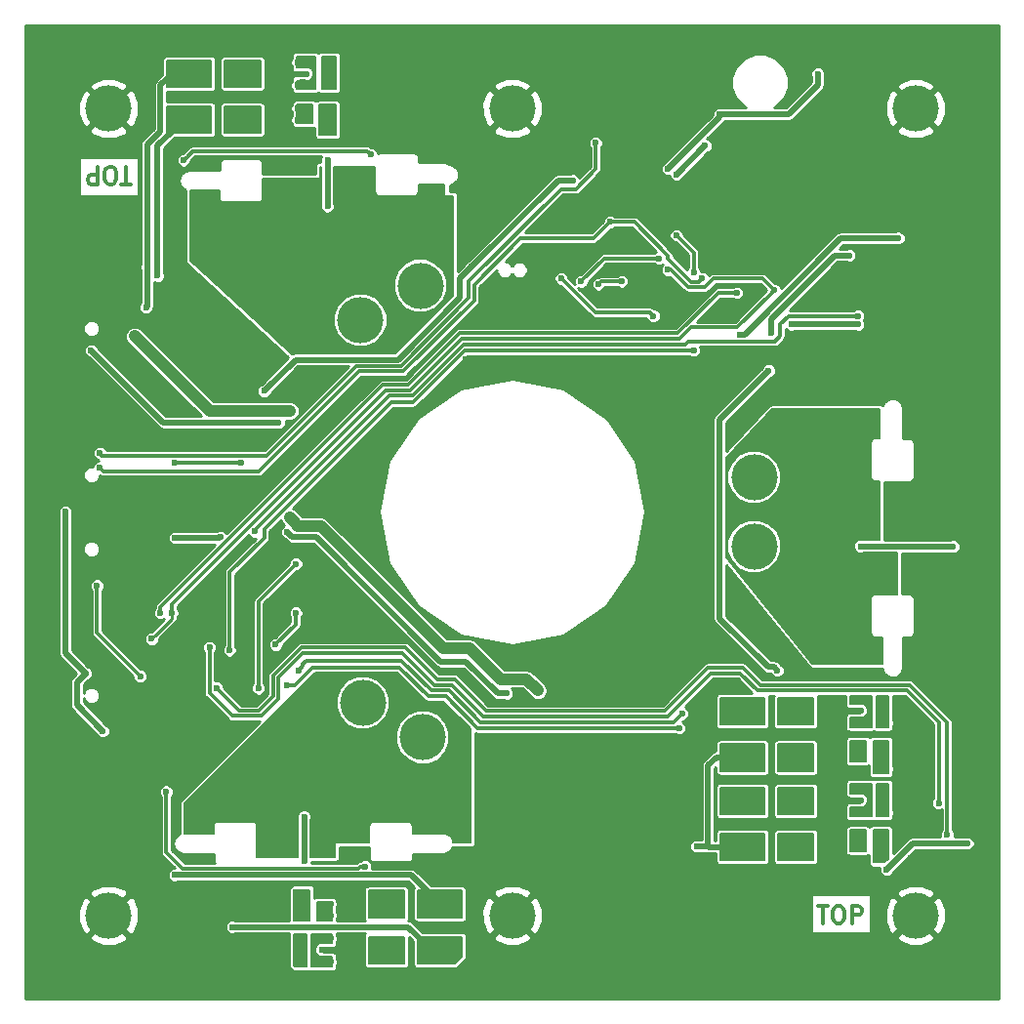
<source format=gtl>
G04 #@! TF.FileFunction,Copper,L1,Top,Signal*
%FSLAX46Y46*%
G04 Gerber Fmt 4.6, Leading zero omitted, Abs format (unit mm)*
G04 Created by KiCad (PCBNEW 4.0.2+dfsg1-stable) date tor 18 maj 2017 17:38:11*
%MOMM*%
G01*
G04 APERTURE LIST*
%ADD10C,0.100000*%
%ADD11C,0.300000*%
%ADD12C,4.000000*%
%ADD13C,1.000000*%
%ADD14C,0.600000*%
%ADD15C,0.500000*%
%ADD16C,1.000000*%
%ADD17C,0.250000*%
%ADD18C,0.254000*%
%ADD19C,0.200000*%
G04 APERTURE END LIST*
D10*
D11*
X66964286Y-71571429D02*
X66107143Y-71571429D01*
X66535714Y-70071429D02*
X66535714Y-71571429D01*
X65321429Y-71571429D02*
X65035715Y-71571429D01*
X64892857Y-71500000D01*
X64750000Y-71357143D01*
X64678572Y-71071429D01*
X64678572Y-70571429D01*
X64750000Y-70285714D01*
X64892857Y-70142857D01*
X65035715Y-70071429D01*
X65321429Y-70071429D01*
X65464286Y-70142857D01*
X65607143Y-70285714D01*
X65678572Y-70571429D01*
X65678572Y-71071429D01*
X65607143Y-71357143D01*
X65464286Y-71500000D01*
X65321429Y-71571429D01*
X64035714Y-70071429D02*
X64035714Y-71571429D01*
X63464286Y-71571429D01*
X63321428Y-71500000D01*
X63250000Y-71428571D01*
X63178571Y-71285714D01*
X63178571Y-71071429D01*
X63250000Y-70928571D01*
X63321428Y-70857143D01*
X63464286Y-70785714D01*
X64035714Y-70785714D01*
X126535714Y-134178571D02*
X127392857Y-134178571D01*
X126964286Y-135678571D02*
X126964286Y-134178571D01*
X128178571Y-134178571D02*
X128464285Y-134178571D01*
X128607143Y-134250000D01*
X128750000Y-134392857D01*
X128821428Y-134678571D01*
X128821428Y-135178571D01*
X128750000Y-135464286D01*
X128607143Y-135607143D01*
X128464285Y-135678571D01*
X128178571Y-135678571D01*
X128035714Y-135607143D01*
X127892857Y-135464286D01*
X127821428Y-135178571D01*
X127821428Y-134678571D01*
X127892857Y-134392857D01*
X128035714Y-134250000D01*
X128178571Y-134178571D01*
X129464286Y-135678571D02*
X129464286Y-134178571D01*
X130035714Y-134178571D01*
X130178572Y-134250000D01*
X130250000Y-134321429D01*
X130321429Y-134464286D01*
X130321429Y-134678571D01*
X130250000Y-134821429D01*
X130178572Y-134892857D01*
X130035714Y-134964286D01*
X129464286Y-134964286D01*
D12*
X92053848Y-80370835D03*
X92258330Y-119562178D03*
X87062178Y-116562178D03*
X86857695Y-83370835D03*
X121000000Y-97000000D03*
X121000000Y-103000000D03*
X65000000Y-135000000D03*
X135000000Y-135000000D03*
X65000000Y-65000000D03*
X135000000Y-65000000D03*
X100000000Y-135000000D03*
X100000000Y-65000000D03*
D13*
X107000000Y-115500000D03*
X102000000Y-122250000D03*
D14*
X100250000Y-73500000D03*
X81400000Y-62000000D03*
X82200000Y-62000000D03*
X134600000Y-130000000D03*
X130250000Y-117250000D03*
X129500000Y-117250000D03*
X130250000Y-130000000D03*
X129500002Y-130000000D03*
X129500000Y-125000000D03*
X130250000Y-125000000D03*
X129500000Y-122250000D03*
X130250000Y-122250000D03*
X84250000Y-133000000D03*
X83500000Y-133000000D03*
X84250000Y-138000000D03*
X83500000Y-138000000D03*
D13*
X63500000Y-91075000D03*
X63500000Y-89805000D03*
D14*
X64250000Y-117000000D03*
X64250000Y-114750000D03*
D13*
X83250000Y-98250000D03*
X85750000Y-90500000D03*
X83750000Y-92000000D03*
X82499998Y-93500000D03*
D14*
X96003888Y-86753888D03*
X122750000Y-76940000D03*
X117000000Y-83000000D03*
X117000000Y-86000000D03*
X96000000Y-83750000D03*
D13*
X116000000Y-89250000D03*
X116750000Y-89750000D03*
X117250000Y-88750000D03*
X115750000Y-88000000D03*
D14*
X103000000Y-83500000D03*
X137250000Y-81000000D03*
X115750000Y-62750000D03*
X107000000Y-62750000D03*
X135250000Y-79000000D03*
X130000000Y-81000000D03*
X134000000Y-83000000D03*
X82500000Y-88250000D03*
X82499998Y-90250000D03*
X83500000Y-89250000D03*
D13*
X83250000Y-100000000D03*
X82750000Y-104250000D03*
D14*
X109750000Y-83500000D03*
X129250000Y-75000000D03*
X113000000Y-72000000D03*
X119000000Y-73250000D03*
X70750000Y-117250000D03*
X68000000Y-92500000D03*
X133500000Y-122300000D03*
X133500000Y-116300000D03*
X128750000Y-116800000D03*
X128750000Y-124550000D03*
X80250000Y-133000000D03*
X80250000Y-139000000D03*
X85500000Y-61000000D03*
X85500000Y-67000000D03*
X80750000Y-66950000D03*
X65500000Y-126000000D03*
X73250000Y-109750000D03*
X70500000Y-106250000D03*
X74750000Y-98250000D03*
X72750000Y-98250000D03*
X70750000Y-98250000D03*
X68750000Y-98500000D03*
X81400000Y-63000000D03*
X81400000Y-61000000D03*
X82200008Y-63000000D03*
X82200000Y-61000000D03*
X77750000Y-62750000D03*
X77750000Y-62000000D03*
X77750000Y-61250000D03*
X76250000Y-61250000D03*
X75500000Y-61250000D03*
X75500000Y-62000000D03*
X76250000Y-62000000D03*
X76250000Y-62750000D03*
X75500000Y-62750000D03*
X96500000Y-78750000D03*
X64500000Y-118999996D03*
X63000000Y-114000000D03*
X105250000Y-71249992D03*
X118000000Y-65500000D03*
X126510908Y-62010908D03*
X78500000Y-89499996D03*
X113500000Y-70250000D03*
X61250000Y-100000000D03*
X81250000Y-108750000D03*
X79500000Y-111500010D03*
X70000000Y-124249998D03*
X87250000Y-130750000D03*
X81250000Y-104500000D03*
X78000000Y-115300003D03*
X130250000Y-116250000D03*
X129500000Y-116250000D03*
X130250000Y-118250000D03*
X129500006Y-118250000D03*
X125750000Y-118050000D03*
X125750000Y-117300000D03*
X125750000Y-116550000D03*
X124250000Y-116550000D03*
X123500000Y-116550000D03*
X124250000Y-117300000D03*
X123500000Y-117300000D03*
X123500000Y-118050000D03*
X124250000Y-118050000D03*
X130250000Y-121250000D03*
X129500000Y-121250000D03*
X130250000Y-120250000D03*
X129500000Y-120250000D03*
X125750000Y-120550000D03*
X125750000Y-121300000D03*
X124250000Y-120550000D03*
X123500000Y-120550000D03*
X123500000Y-121300000D03*
X124250000Y-121300000D03*
X124250000Y-122050000D03*
X123500000Y-122050000D03*
X125750000Y-122050000D03*
X71500000Y-69500000D03*
X87750000Y-69000000D03*
X129500000Y-126000000D03*
X130250000Y-126000000D03*
X130250000Y-124000000D03*
X129500000Y-124000000D03*
X123500000Y-124300000D03*
X124250000Y-124300000D03*
X124250000Y-125050000D03*
X123500000Y-125050000D03*
X123500000Y-125800000D03*
X124250000Y-125800000D03*
X125750000Y-125800000D03*
X125750000Y-125050000D03*
X125750000Y-124300000D03*
X80500000Y-115000000D03*
X114500000Y-118750000D03*
X81500000Y-113750000D03*
X114750000Y-117500000D03*
X69500000Y-108750000D03*
X119500000Y-81000000D03*
X122499998Y-84500000D03*
X129250000Y-77750000D03*
X84250000Y-139000000D03*
X83500000Y-139000000D03*
X84250000Y-137000000D03*
X83500000Y-137000000D03*
X88000000Y-137250000D03*
X88000000Y-138000000D03*
X88000000Y-138750000D03*
X89500000Y-138750000D03*
X89500000Y-138000000D03*
X89500000Y-137250000D03*
X90250000Y-137250000D03*
X90250000Y-138000000D03*
X90250000Y-138750000D03*
X82000000Y-136999998D03*
X81250000Y-137000006D03*
X81250000Y-138000000D03*
X82000000Y-138000000D03*
X132479002Y-130031034D03*
X74350010Y-115250000D03*
X137750000Y-128000000D03*
X131750000Y-130050000D03*
X83500000Y-135000000D03*
X84250000Y-135000006D03*
X84249974Y-134000000D03*
X83500000Y-134000000D03*
X88000000Y-134800000D03*
X88000000Y-134000000D03*
X88000000Y-133250000D03*
X89500000Y-133250000D03*
X89500000Y-134000000D03*
X89500000Y-134750000D03*
X90250000Y-134750000D03*
X90250000Y-134000000D03*
X90250000Y-133250000D03*
X121250000Y-106250000D03*
X82095000Y-73405000D03*
X83905000Y-126595000D03*
X74700728Y-102200728D03*
X70750000Y-102250000D03*
X72750000Y-102250000D03*
X130000000Y-83750000D03*
X124250000Y-83750000D03*
X82000000Y-134000000D03*
X81250000Y-134000000D03*
X82000000Y-130250000D03*
X81250000Y-133000000D03*
X82000000Y-133000000D03*
X82000000Y-126500000D03*
X68250000Y-82250000D03*
X122250000Y-87750000D03*
X123000000Y-113750000D03*
X75750000Y-136000000D03*
X68349989Y-78750000D03*
X118500000Y-116500000D03*
X71250000Y-62750000D03*
X70500000Y-62750000D03*
X71250000Y-62000000D03*
X70500000Y-62000000D03*
X71250000Y-61250000D03*
X70500000Y-61250000D03*
X72750000Y-61250000D03*
X73500000Y-61250000D03*
X72750000Y-62000000D03*
X72750000Y-62750000D03*
X73500000Y-62750000D03*
X73500000Y-62000000D03*
X121500000Y-117300000D03*
X120750000Y-118050000D03*
X120750000Y-117300000D03*
X120750000Y-116550000D03*
X121500000Y-118050000D03*
X121500000Y-116550000D03*
X119250000Y-118050000D03*
X118500000Y-118050000D03*
X119250000Y-117300000D03*
X119250000Y-116550000D03*
X118500000Y-117300000D03*
X120750000Y-124300000D03*
X121500000Y-124300000D03*
X121500000Y-125050000D03*
X120750000Y-125050000D03*
X121500000Y-125800000D03*
X120750000Y-125800000D03*
X119250000Y-125050000D03*
X118500000Y-125050000D03*
X118500000Y-124300000D03*
X119250000Y-124300000D03*
X118500000Y-125800000D03*
X119250000Y-125800000D03*
X95250000Y-137250000D03*
X94500000Y-137250000D03*
X93000000Y-137250000D03*
X92250000Y-137250000D03*
X93000000Y-138000000D03*
X92250000Y-138000000D03*
X92250000Y-138750000D03*
X93000000Y-138750000D03*
X94500000Y-138750000D03*
X95250000Y-138750000D03*
X95250000Y-138000000D03*
X94500000Y-138000000D03*
X132500000Y-131000004D03*
X139500000Y-128750016D03*
X70750000Y-131500000D03*
X119750000Y-84600010D03*
X133500000Y-76250004D03*
X69250000Y-79500000D03*
X116000000Y-129000000D03*
X72750000Y-65250000D03*
X73500000Y-65250000D03*
X73500000Y-66000000D03*
X72750000Y-66000000D03*
X72750000Y-66750000D03*
X73500000Y-66750000D03*
X71250000Y-66750000D03*
X70500000Y-66750000D03*
X71250000Y-66000000D03*
X70500000Y-66000000D03*
X71250000Y-65250000D03*
X70500000Y-65250000D03*
X120750000Y-122050000D03*
X121500000Y-122050000D03*
X118500000Y-122050000D03*
X119250006Y-122050000D03*
X118500000Y-120550000D03*
X119250000Y-120550000D03*
X118500000Y-121300000D03*
X119250000Y-121300000D03*
X121500000Y-121300000D03*
X121500000Y-120550000D03*
X120750000Y-121300000D03*
X120750000Y-120550000D03*
X121500000Y-129050000D03*
X121500000Y-128300000D03*
X120750000Y-128300000D03*
X120750000Y-129050000D03*
X119250000Y-128300000D03*
X118500000Y-129050000D03*
X118500000Y-128300000D03*
X119250000Y-129050000D03*
X119250006Y-129800000D03*
X118500000Y-129800000D03*
X121500000Y-129800000D03*
X120750000Y-129800000D03*
X95250000Y-134750000D03*
X95250000Y-134000000D03*
X95250000Y-133250000D03*
X94499994Y-133250000D03*
X94500000Y-134000000D03*
X94500000Y-134750000D03*
X93000000Y-134000000D03*
X93000000Y-134750000D03*
X93000000Y-133250000D03*
X92250000Y-134750000D03*
X92250000Y-134000000D03*
X92250000Y-133250000D03*
X83750000Y-63000000D03*
X84500000Y-63000000D03*
X81400000Y-66000000D03*
X82200000Y-66000000D03*
X81400000Y-65000000D03*
X82200000Y-65000000D03*
X77750000Y-65250000D03*
X77750000Y-66000000D03*
X77750000Y-66750000D03*
X76250000Y-66750000D03*
X75500000Y-66750000D03*
X76250000Y-66000000D03*
X75500000Y-66000000D03*
X76250000Y-65250000D03*
X75500000Y-65250000D03*
X84500000Y-67000000D03*
X83750000Y-67000000D03*
X84000000Y-69500000D03*
X84000000Y-73500000D03*
X132500000Y-118300000D03*
X131750000Y-118300000D03*
X131750000Y-122300000D03*
X132500000Y-122300000D03*
X138250000Y-103000000D03*
X130250000Y-103000000D03*
X137000000Y-125250000D03*
X73750000Y-111750000D03*
X131750000Y-126050000D03*
X132500000Y-126050000D03*
X130250000Y-129000000D03*
X129500000Y-129000000D03*
X130250000Y-128000000D03*
X129500000Y-128000000D03*
X123500000Y-128300000D03*
X124250000Y-128300000D03*
X124250000Y-129050000D03*
X123500000Y-129050000D03*
X123500000Y-129800000D03*
X124250000Y-129800000D03*
X125750000Y-129800000D03*
X125750000Y-129050000D03*
X125750000Y-128300000D03*
X80500000Y-101750000D03*
X79750000Y-92250000D03*
X63500000Y-85995000D03*
X99500000Y-115750000D03*
D13*
X80750000Y-100500000D03*
X80750000Y-91250000D03*
X67250000Y-84750000D03*
X102250000Y-115500000D03*
D14*
X115750000Y-79250000D03*
X75500000Y-112000000D03*
X114250000Y-76000000D03*
X115750000Y-86000000D03*
X114250000Y-70750004D03*
X116750000Y-68250000D03*
X64250000Y-94885000D03*
X107250000Y-68000000D03*
X76500000Y-95750000D03*
X70750002Y-95750000D03*
X77700728Y-101700728D03*
X130000000Y-82999998D03*
X106000000Y-80000000D03*
X112750000Y-78000000D03*
X104250000Y-79750000D03*
X112250000Y-83000000D03*
X107500000Y-80250000D03*
X109500000Y-80000000D03*
X116500000Y-79750000D03*
X64220000Y-96155000D03*
X108500000Y-74850010D03*
X64000000Y-106385000D03*
X67750000Y-114250000D03*
X113500000Y-79000000D03*
X68750000Y-111000000D03*
X70500000Y-108750000D03*
X122750000Y-80750000D03*
D15*
X100250000Y-73924264D02*
X100250000Y-73500000D01*
X113000000Y-72424264D02*
X113000000Y-72000000D01*
X113000000Y-76213996D02*
X113000000Y-72424264D01*
X115000000Y-78213996D02*
X113000000Y-76213996D01*
X115000000Y-78250000D02*
X115000000Y-78213996D01*
X81400000Y-62000000D02*
X80800000Y-62000000D01*
X82200000Y-62000000D02*
X81400000Y-62000000D01*
X83500000Y-133000000D02*
X84250000Y-133000000D01*
X82750000Y-132250000D02*
X83200001Y-132700001D01*
X83200001Y-132700001D02*
X83500000Y-133000000D01*
X81000000Y-132250000D02*
X82750000Y-132250000D01*
X80250000Y-133000000D02*
X81000000Y-132250000D01*
X80250000Y-139000000D02*
X80250000Y-139250000D01*
X80250000Y-139250000D02*
X81000000Y-140000000D01*
X81000000Y-140000000D02*
X84750000Y-140000000D01*
X84750000Y-140000000D02*
X85250000Y-139500000D01*
X85250000Y-139500000D02*
X85250000Y-138424264D01*
X84250000Y-138000000D02*
X84825736Y-138000000D01*
X84825736Y-138000000D02*
X85250000Y-138424264D01*
X85250000Y-137500000D02*
X85250000Y-137000000D01*
X84750000Y-138000000D02*
X85250000Y-137500000D01*
X84250000Y-138000000D02*
X84750000Y-138000000D01*
X83500000Y-138000000D02*
X84250000Y-138000000D01*
X100000000Y-135000000D02*
X94250000Y-140750000D01*
X88000000Y-140750000D02*
X85549999Y-138299999D01*
X94250000Y-140750000D02*
X88000000Y-140750000D01*
X85250000Y-138424264D02*
X85250000Y-138000000D01*
X85549999Y-138299999D02*
X85250000Y-138000000D01*
X83250000Y-100000000D02*
X83250000Y-98250000D01*
X83750000Y-92000000D02*
X84250000Y-92000000D01*
X84250000Y-92000000D02*
X85750000Y-90500000D01*
X82499998Y-93500000D02*
X82499998Y-93250002D01*
X82499998Y-93250002D02*
X83750000Y-92000000D01*
X97250000Y-88000000D02*
X96003888Y-86753888D01*
X115750000Y-88000000D02*
X97250000Y-88000000D01*
X113000000Y-72000000D02*
X107000000Y-66000000D01*
X107000000Y-66000000D02*
X107000000Y-62750000D01*
X129250000Y-75000000D02*
X122750000Y-75000000D01*
X122750000Y-75000000D02*
X120750000Y-75000000D01*
X122750000Y-76940000D02*
X122750000Y-75000000D01*
X117250000Y-88750000D02*
X117250000Y-86250000D01*
X117250000Y-86250000D02*
X117000000Y-86000000D01*
X103000000Y-83500000D02*
X96250000Y-83500000D01*
X96250000Y-83500000D02*
X96000000Y-83750000D01*
X117250000Y-88750000D02*
X117250000Y-89250000D01*
X117250000Y-89250000D02*
X116750000Y-89750000D01*
X109750000Y-83500000D02*
X103000000Y-83500000D01*
X134000000Y-81250000D02*
X134250000Y-81000000D01*
X134250000Y-81000000D02*
X137250000Y-81000000D01*
X137250000Y-81000000D02*
X138000000Y-80250000D01*
X138000000Y-80250000D02*
X138000000Y-68000000D01*
X138000000Y-68000000D02*
X135000000Y-65000000D01*
X129750000Y-69174262D02*
X129750000Y-68749998D01*
X129750000Y-74500000D02*
X129750000Y-69174262D01*
X129250000Y-75000000D02*
X129750000Y-74500000D01*
X131250002Y-68749998D02*
X130174264Y-68749998D01*
X135000000Y-65000000D02*
X131250002Y-68749998D01*
X130174264Y-68749998D02*
X129750000Y-68749998D01*
X115750000Y-62750000D02*
X107000000Y-62750000D01*
X107000000Y-62750000D02*
X102250000Y-62750000D01*
X102250000Y-62750000D02*
X100000000Y-65000000D01*
X133750000Y-81000000D02*
X130424264Y-81000000D01*
X130424264Y-81000000D02*
X130000000Y-81000000D01*
X134000000Y-81250000D02*
X133750000Y-81000000D01*
X134000000Y-83000000D02*
X134000000Y-81250000D01*
X82799997Y-89950001D02*
X82499998Y-90250000D01*
X83500000Y-89250000D02*
X82799997Y-89950001D01*
X133250000Y-136750000D02*
X135000000Y-135000000D01*
X121750001Y-136999999D02*
X128450001Y-130299999D01*
X100000000Y-135000000D02*
X101999999Y-136999999D01*
X101999999Y-136999999D02*
X121750001Y-136999999D01*
X128450001Y-130299999D02*
X128750000Y-130000000D01*
X65500000Y-126000000D02*
X63000000Y-126000000D01*
X63000000Y-126000000D02*
X61250000Y-127750000D01*
X61250000Y-131250000D02*
X65000000Y-135000000D01*
X61250000Y-127750000D02*
X61250000Y-131250000D01*
X65000000Y-135000000D02*
X68500000Y-138500000D01*
X68500000Y-138500000D02*
X71500000Y-138500000D01*
X71500000Y-138500000D02*
X74750000Y-135250000D01*
X74750000Y-135000000D02*
X74750000Y-135250000D01*
X74750000Y-135250000D02*
X74750000Y-137750000D01*
X80250000Y-134250000D02*
X75500000Y-134250000D01*
X80250000Y-133000000D02*
X80250000Y-134250000D01*
X75500000Y-134250000D02*
X74750000Y-135000000D01*
X76000000Y-139000000D02*
X80250000Y-139000000D01*
X74750000Y-137750000D02*
X76000000Y-139000000D01*
X120750000Y-75000000D02*
X119000000Y-73250000D01*
X119000000Y-73250000D02*
X114250000Y-73250000D01*
X114250000Y-73250000D02*
X113000000Y-72000000D01*
X77750000Y-62000000D02*
X77750000Y-62750000D01*
X77750000Y-61250000D02*
X77750000Y-62000000D01*
D11*
X76250000Y-61250000D02*
X77750000Y-61250000D01*
X75500000Y-62000000D02*
X75500000Y-61250000D01*
X75500000Y-62750000D02*
X76250000Y-62750000D01*
D15*
X78500000Y-89499996D02*
X81200029Y-86799967D01*
X81200029Y-86799967D02*
X90100033Y-86799967D01*
X90100033Y-86799967D02*
X95500000Y-81400000D01*
X95500000Y-81400000D02*
X95500000Y-79750000D01*
X95500000Y-79750000D02*
X96500000Y-78750000D01*
X96500000Y-78750000D02*
X104000008Y-71249992D01*
X104000008Y-71249992D02*
X104825736Y-71249992D01*
X104825736Y-71249992D02*
X105250000Y-71249992D01*
X63000000Y-114000000D02*
X62250000Y-114750000D01*
X62250000Y-114750000D02*
X62250000Y-116750000D01*
X62250000Y-116750000D02*
X64499996Y-118999996D01*
X64499996Y-118999996D02*
X64500000Y-118999996D01*
X63000000Y-114000000D02*
X61250000Y-112250000D01*
X61250000Y-112250000D02*
X61250000Y-100000000D01*
X126510908Y-62010908D02*
X126510908Y-62989092D01*
X126510908Y-62989092D02*
X124000000Y-65500000D01*
X124000000Y-65500000D02*
X118000000Y-65500000D01*
X113500000Y-70250000D02*
X118000000Y-65750000D01*
X118000000Y-65750000D02*
X118000000Y-65500000D01*
D11*
X81250000Y-109750000D02*
X81250000Y-108750000D01*
X87250000Y-130750000D02*
X86825736Y-130750000D01*
X86625747Y-130949989D02*
X71449989Y-130949989D01*
X86825736Y-130750000D02*
X86625747Y-130949989D01*
X71449989Y-130949989D02*
X70000000Y-129500000D01*
X70000000Y-129500000D02*
X70000000Y-124249998D01*
X79500000Y-111500010D02*
X79750010Y-111250000D01*
X79500000Y-111500000D02*
X81250000Y-109750000D01*
X80950001Y-104799999D02*
X81250000Y-104500000D01*
X78000000Y-107750000D02*
X80950001Y-104799999D01*
X78000000Y-115300003D02*
X78000000Y-107750000D01*
D15*
X125750000Y-116550000D02*
X125750000Y-117300000D01*
X123500000Y-116550000D02*
X124250000Y-116550000D01*
X123500000Y-117300000D02*
X124250000Y-117300000D01*
X124250000Y-118050000D02*
X123500000Y-118050000D01*
X129500000Y-120250000D02*
X130250000Y-120250000D01*
X125750000Y-121300000D02*
X125750000Y-120550000D01*
X123500000Y-120550000D02*
X124250000Y-120550000D01*
X124250000Y-121300000D02*
X123500000Y-121300000D01*
X123500000Y-122050000D02*
X124250000Y-122050000D01*
D11*
X87750000Y-69000000D02*
X87450001Y-68700001D01*
X72299999Y-68700001D02*
X71799999Y-69200001D01*
X87450001Y-68700001D02*
X72299999Y-68700001D01*
X71799999Y-69200001D02*
X71500000Y-69500000D01*
D15*
X124250000Y-124300000D02*
X123500000Y-124300000D01*
X123500000Y-125050000D02*
X124250000Y-125050000D01*
X123500000Y-125800000D02*
X123500000Y-125050000D01*
X125750000Y-125800000D02*
X124250000Y-125800000D01*
X125750000Y-124300000D02*
X125750000Y-125050000D01*
D11*
X114500000Y-118750000D02*
X97000000Y-118750000D01*
X97000000Y-118750000D02*
X94250000Y-116000000D01*
X94250000Y-116000000D02*
X92750000Y-116000000D01*
X80924264Y-115000000D02*
X80500000Y-115000000D01*
X92750000Y-116000000D02*
X90250000Y-113500000D01*
X90250000Y-113500000D02*
X82638004Y-113500000D01*
X81138004Y-115000000D02*
X80924264Y-115000000D01*
X82638004Y-113500000D02*
X81138004Y-115000000D01*
X114750000Y-117500000D02*
X114000000Y-118250000D01*
X114000000Y-118250000D02*
X97250000Y-118250000D01*
X97250000Y-118250000D02*
X94500000Y-115500000D01*
X94500000Y-115500000D02*
X93000000Y-115500000D01*
X93000000Y-115500000D02*
X90406333Y-112906333D01*
X82169377Y-112906333D02*
X81869378Y-113206332D01*
X81869378Y-113206332D02*
X81869378Y-113380622D01*
X90406333Y-112906333D02*
X82169377Y-112906333D01*
X81869378Y-113380622D02*
X81500000Y-113750000D01*
X119500000Y-81000000D02*
X117863590Y-81000000D01*
X117863590Y-81000000D02*
X114363590Y-84500000D01*
X91000000Y-89000000D02*
X88750000Y-89000000D01*
X114363590Y-84500000D02*
X95500000Y-84500000D01*
X95500000Y-84500000D02*
X91000000Y-89000000D01*
X88750000Y-89000000D02*
X69500000Y-108250000D01*
X69500000Y-108250000D02*
X69500000Y-108750000D01*
D15*
X129250000Y-77750000D02*
X128000000Y-77750000D01*
X128000000Y-77750000D02*
X122500000Y-83250000D01*
X122500000Y-83250000D02*
X122500000Y-84499998D01*
X122500000Y-84499998D02*
X122499998Y-84500000D01*
D11*
X83750000Y-137000000D02*
X84250000Y-137000000D01*
X83500000Y-137000000D02*
X84250000Y-137000000D01*
D15*
X88000000Y-138750000D02*
X88000000Y-138000000D01*
X90250000Y-138750000D02*
X89500000Y-138750000D01*
X90250000Y-137250000D02*
X89500000Y-137250000D01*
X90250000Y-138750000D02*
X90250000Y-138000000D01*
X81250000Y-137000006D02*
X81999992Y-137000006D01*
X81999992Y-137000006D02*
X82000000Y-136999998D01*
X82000000Y-138000000D02*
X81250000Y-138000000D01*
D11*
X137750000Y-128000000D02*
X137750000Y-118250000D01*
X137750000Y-118250000D02*
X134500000Y-115000000D01*
X134500000Y-115000000D02*
X121500000Y-115000000D01*
X117000000Y-113500000D02*
X113250000Y-117250000D01*
X113250000Y-117250000D02*
X97750000Y-117250000D01*
X93500000Y-114500000D02*
X90750000Y-111750000D01*
X79250000Y-116000000D02*
X78000000Y-117250000D01*
X121500000Y-115000000D02*
X120000000Y-113500000D01*
X81724319Y-111750000D02*
X79250000Y-114224319D01*
X120000000Y-113500000D02*
X117000000Y-113500000D01*
X97750000Y-117250000D02*
X95000000Y-114500000D01*
X95000000Y-114500000D02*
X93500000Y-114500000D01*
X79250000Y-114224319D02*
X79250000Y-116000000D01*
X90750000Y-111750000D02*
X81724319Y-111750000D01*
X78000000Y-117250000D02*
X76350010Y-117250000D01*
X76350010Y-117250000D02*
X74350010Y-115250000D01*
X83500006Y-135000006D02*
X83500000Y-135000000D01*
X84250000Y-135000006D02*
X83500006Y-135000006D01*
X83500000Y-134000000D02*
X84249974Y-134000000D01*
D15*
X88000000Y-133250000D02*
X88000000Y-134000000D01*
X89500000Y-134000000D02*
X89500000Y-133250000D01*
X90250000Y-134750000D02*
X89500000Y-134750000D01*
X90250000Y-133250000D02*
X90250000Y-134000000D01*
X72750000Y-102250000D02*
X74651456Y-102250000D01*
X74651456Y-102250000D02*
X74700728Y-102200728D01*
X70750000Y-102250000D02*
X72750000Y-102250000D01*
X124250000Y-83750000D02*
X130000000Y-83750000D01*
D11*
X81250000Y-134000000D02*
X82000000Y-134000000D01*
D15*
X82000000Y-126500000D02*
X82000000Y-130250000D01*
X68349989Y-82150011D02*
X68250000Y-82250000D01*
X68349989Y-78750000D02*
X68349989Y-82150011D01*
X120949997Y-89049999D02*
X120950001Y-89049999D01*
X120950001Y-89049999D02*
X122250000Y-87750000D01*
X123000000Y-113750000D02*
X122700001Y-113450001D01*
X122700001Y-113450001D02*
X122200001Y-113450001D01*
X122200001Y-113450001D02*
X118000000Y-109250000D01*
X118000000Y-91999996D02*
X120949997Y-89049999D01*
X118000000Y-109250000D02*
X118000000Y-91999996D01*
X70500000Y-62000000D02*
X69500000Y-63000000D01*
X69500000Y-63000000D02*
X69500000Y-67000000D01*
X69500000Y-67000000D02*
X68349989Y-68150011D01*
X68349989Y-68150011D02*
X68349989Y-78750000D01*
X91000000Y-136000000D02*
X76174264Y-136000000D01*
X92250000Y-137250000D02*
X91000000Y-136000000D01*
X76174264Y-136000000D02*
X75750000Y-136000000D01*
X118550000Y-116550000D02*
X118500000Y-116500000D01*
X119250000Y-116550000D02*
X118550000Y-116550000D01*
D11*
X70500000Y-62750000D02*
X71250000Y-62750000D01*
X70500000Y-62000000D02*
X71250000Y-62000000D01*
X70500000Y-61250000D02*
X71250000Y-61250000D01*
X73500000Y-61250000D02*
X72750000Y-61250000D01*
X72750000Y-62750000D02*
X72750000Y-62000000D01*
X73500000Y-62000000D02*
X73500000Y-62750000D01*
D15*
X119250000Y-118050000D02*
X118500000Y-118050000D01*
X121500000Y-118050000D02*
X120750000Y-118050000D01*
X119250000Y-117300000D02*
X118500000Y-117300000D01*
X121500000Y-117300000D02*
X120750000Y-117300000D01*
X120750000Y-116550000D02*
X121500000Y-116550000D01*
X120750000Y-124300000D02*
X121500000Y-124300000D01*
X121500000Y-125050000D02*
X120750000Y-125050000D01*
X121500000Y-125800000D02*
X120750000Y-125800000D01*
X119250000Y-125050000D02*
X118500000Y-125050000D01*
X118500000Y-124300000D02*
X119250000Y-124300000D01*
X119250000Y-125800000D02*
X118500000Y-125800000D01*
X94500000Y-137250000D02*
X95250000Y-137250000D01*
X92250000Y-137250000D02*
X93000000Y-137250000D01*
X92250000Y-138000000D02*
X93000000Y-138000000D01*
X93000000Y-138750000D02*
X92250000Y-138750000D01*
X95250000Y-138750000D02*
X94500000Y-138750000D01*
X94500000Y-138000000D02*
X95250000Y-138000000D01*
X132799999Y-130700005D02*
X132500000Y-131000004D01*
X134749988Y-128750016D02*
X132799999Y-130700005D01*
X139500000Y-128750016D02*
X134749988Y-128750016D01*
X73000000Y-131500000D02*
X70750000Y-131500000D01*
X93000000Y-133250000D02*
X91250000Y-131500000D01*
X91250000Y-131500000D02*
X73000000Y-131500000D01*
X128499996Y-76250004D02*
X120149990Y-84600010D01*
X120149990Y-84600010D02*
X119750000Y-84600010D01*
X133500000Y-76250004D02*
X128499996Y-76250004D01*
X70500000Y-66000000D02*
X70500000Y-67000000D01*
X70500000Y-67000000D02*
X69250000Y-68250000D01*
X69250000Y-68250000D02*
X69250000Y-79500000D01*
X117000000Y-129000000D02*
X116000000Y-129000000D01*
X117050000Y-129050000D02*
X117000000Y-129000000D01*
X118500000Y-121300000D02*
X117700000Y-121300000D01*
X117700000Y-121300000D02*
X117000000Y-122000000D01*
X117000000Y-122000000D02*
X117000000Y-129000000D01*
X117050000Y-129050000D02*
X118500000Y-129050000D01*
D11*
X73500000Y-65250000D02*
X72750000Y-65250000D01*
X72750000Y-66000000D02*
X73500000Y-66000000D01*
X73500000Y-66750000D02*
X72750000Y-66750000D01*
X70500000Y-66750000D02*
X71250000Y-66750000D01*
X70500000Y-66000000D02*
X71250000Y-66000000D01*
X70500000Y-65250000D02*
X71250000Y-65250000D01*
D15*
X118950001Y-120849999D02*
X118950001Y-121000001D01*
X119000000Y-120800000D02*
X118950001Y-120849999D01*
X119250006Y-122050000D02*
X118500000Y-122050000D01*
X118950001Y-121000001D02*
X119250000Y-121300000D01*
X119000000Y-121800000D02*
X119250000Y-122050000D01*
X118750000Y-121050000D02*
X119250000Y-120550000D01*
X118500000Y-121300000D02*
X118500000Y-120550000D01*
X120750000Y-122050000D02*
X119250006Y-122050000D01*
X119250000Y-122050000D02*
X120325736Y-122050000D01*
X121500000Y-120550000D02*
X120750000Y-120550000D01*
X120750000Y-120550000D02*
X120750000Y-121300000D01*
X119250000Y-120550000D02*
X119250000Y-121300000D01*
X121500000Y-122050000D02*
X121200001Y-121750001D01*
X121200001Y-121750001D02*
X121200001Y-121599999D01*
X120325736Y-122050000D02*
X120750000Y-122050000D01*
X121200001Y-121599999D02*
X121500000Y-121300000D01*
X121200001Y-129500001D02*
X121200001Y-129349999D01*
X121500000Y-129800000D02*
X121200001Y-129500001D01*
X121200001Y-129349999D02*
X121500000Y-129050000D01*
X119000000Y-129550000D02*
X119250000Y-129800000D01*
X119000000Y-128550000D02*
X118950001Y-128599999D01*
X118950001Y-128599999D02*
X118950001Y-128750001D01*
X118950001Y-128750001D02*
X119250000Y-129050000D01*
X119250000Y-128300000D02*
X119250000Y-129050000D01*
X118500000Y-129050000D02*
X118500000Y-128300000D01*
X118750000Y-128800000D02*
X119250000Y-128300000D01*
X119250006Y-129800000D02*
X118500000Y-129800000D01*
X120750000Y-128300000D02*
X120750000Y-129050000D01*
X121500000Y-128300000D02*
X120750000Y-128300000D01*
X119250000Y-129800000D02*
X120325736Y-129800000D01*
X120750000Y-129800000D02*
X119250006Y-129800000D01*
X120325736Y-129800000D02*
X120750000Y-129800000D01*
X95250000Y-134000000D02*
X95250000Y-134750000D01*
X94499994Y-133250000D02*
X95250000Y-133250000D01*
X93000000Y-133250000D02*
X94499994Y-133250000D01*
X94799999Y-134299999D02*
X94500000Y-134000000D01*
X94799999Y-134450001D02*
X94799999Y-134299999D01*
X94750000Y-134500000D02*
X94799999Y-134450001D01*
X94500000Y-134750000D02*
X94500000Y-134000000D01*
X95000000Y-134250000D02*
X94500000Y-134750000D01*
X93000000Y-134750000D02*
X93000000Y-134000000D01*
X92250000Y-134750000D02*
X93000000Y-134750000D01*
X94500000Y-133250000D02*
X93424264Y-133250000D01*
X94750000Y-133500000D02*
X94500000Y-133250000D01*
X93424264Y-133250000D02*
X93000000Y-133250000D01*
X92549999Y-133700001D02*
X92250000Y-134000000D01*
X92250000Y-133250000D02*
X92549999Y-133549999D01*
X92549999Y-133549999D02*
X92549999Y-133700001D01*
D11*
X77750000Y-66750000D02*
X77750000Y-66000000D01*
X75500000Y-66750000D02*
X76250000Y-66750000D01*
X75500000Y-66000000D02*
X76250000Y-66000000D01*
X75500000Y-65250000D02*
X76250000Y-65250000D01*
D15*
X84000000Y-73500000D02*
X84000000Y-69500000D01*
D11*
X131750000Y-118550000D02*
X132500000Y-118550000D01*
D15*
X131000000Y-103000000D02*
X130250000Y-103000000D01*
X131000000Y-103000000D02*
X138250000Y-103000000D01*
D11*
X97500000Y-117750000D02*
X94750000Y-115000000D01*
X137000000Y-125250000D02*
X137000000Y-118250000D01*
X137000000Y-118250000D02*
X134250000Y-115500000D01*
X78299989Y-117700011D02*
X75700011Y-117700011D01*
X134250000Y-115500000D02*
X121250000Y-115500000D01*
X73750000Y-115750000D02*
X73750000Y-112174264D01*
X121250000Y-115500000D02*
X119750000Y-114000000D01*
X117250000Y-114000000D02*
X113500000Y-117750000D01*
X119750000Y-114000000D02*
X117250000Y-114000000D01*
X75700011Y-117700011D02*
X73750000Y-115750000D01*
X81861996Y-112250000D02*
X79750000Y-114361996D01*
X113500000Y-117750000D02*
X97500000Y-117750000D01*
X94750000Y-115000000D02*
X93250000Y-115000000D01*
X93250000Y-115000000D02*
X90500000Y-112250000D01*
X90500000Y-112250000D02*
X81861996Y-112250000D01*
X79750000Y-114361996D02*
X79750000Y-116250000D01*
X79750000Y-116250000D02*
X78299989Y-117700011D01*
X73750000Y-112174264D02*
X73750000Y-111750000D01*
D15*
X129500000Y-129000000D02*
X130250000Y-129000000D01*
X129500000Y-128000000D02*
X130250000Y-128000000D01*
X124250000Y-129050000D02*
X124250000Y-128300000D01*
X123500000Y-129800000D02*
X123500000Y-129050000D01*
X125750000Y-129800000D02*
X124250000Y-129800000D01*
X125750000Y-128300000D02*
X125750000Y-129050000D01*
X80950000Y-102200000D02*
X80799999Y-102049999D01*
X99500000Y-115750000D02*
X98750000Y-115750000D01*
X83000000Y-102200000D02*
X80950000Y-102200000D01*
X96000000Y-113000000D02*
X93800000Y-113000000D01*
X93800000Y-113000000D02*
X83000000Y-102200000D01*
X98750000Y-115750000D02*
X96000000Y-113000000D01*
X80799999Y-102049999D02*
X80500000Y-101750000D01*
X69755000Y-92250000D02*
X79325736Y-92250000D01*
X63500000Y-85995000D02*
X69755000Y-92250000D01*
X79325736Y-92250000D02*
X79750000Y-92250000D01*
D16*
X81049999Y-100799999D02*
X80750000Y-100500000D01*
X81450000Y-101200000D02*
X81049999Y-100799999D01*
X81950000Y-101200000D02*
X81450000Y-101200000D01*
X94000000Y-111800000D02*
X83400000Y-101200000D01*
X83400000Y-101200000D02*
X81950000Y-101200000D01*
X96300000Y-111800000D02*
X94000000Y-111800000D01*
X99000000Y-114500000D02*
X96300000Y-111800000D01*
X101250000Y-114500000D02*
X99000000Y-114500000D01*
X102250000Y-115500000D02*
X101250000Y-114500000D01*
X73750000Y-91250000D02*
X80325736Y-91250000D01*
X67250000Y-84750000D02*
X73750000Y-91250000D01*
X80325736Y-91250000D02*
X80750000Y-91250000D01*
D11*
X115750000Y-78825736D02*
X115750000Y-79250000D01*
X114250000Y-76000000D02*
X115750000Y-77500000D01*
X115750000Y-77500000D02*
X115750000Y-78825736D01*
X115750000Y-86000000D02*
X95909232Y-86000000D01*
X95909232Y-86000000D02*
X91409232Y-90500000D01*
X91409232Y-90500000D02*
X89500000Y-90500000D01*
X75500000Y-105250000D02*
X75500000Y-111575736D01*
X89500000Y-90500000D02*
X78500000Y-101500000D01*
X78500000Y-101500000D02*
X78500000Y-102250000D01*
X78500000Y-102250000D02*
X75500000Y-105250000D01*
X75500000Y-111575736D02*
X75500000Y-112000000D01*
D15*
X114250000Y-70750000D02*
X114250000Y-70750004D01*
X116750000Y-68250000D02*
X114250000Y-70750000D01*
D11*
X64250000Y-94885000D02*
X64405001Y-95040001D01*
X64405001Y-95149999D02*
X78713590Y-95149999D01*
X64405001Y-95040001D02*
X64405001Y-95149999D01*
X78713590Y-95149999D02*
X86513611Y-87349978D01*
X86513611Y-87349978D02*
X90350022Y-87349978D01*
X90350022Y-87349978D02*
X96250000Y-81450000D01*
X96250000Y-81450000D02*
X96250000Y-80000000D01*
X107222167Y-70277833D02*
X107250000Y-70277833D01*
X96250000Y-80000000D02*
X104250000Y-72000000D01*
X104250000Y-72000000D02*
X105500000Y-72000000D01*
X105500000Y-72000000D02*
X107222167Y-70277833D01*
X107250000Y-70277833D02*
X107250000Y-68000000D01*
X70750002Y-95750000D02*
X76500000Y-95750000D01*
X130000000Y-82999998D02*
X124000002Y-82999998D01*
X124000002Y-82999998D02*
X123250000Y-83750000D01*
X77750000Y-101500000D02*
X77750000Y-101750000D01*
X123250000Y-83750000D02*
X123250000Y-84750000D01*
X122799988Y-85200012D02*
X115299988Y-85200012D01*
X115299988Y-85200012D02*
X115000000Y-85500000D01*
X123250000Y-84750000D02*
X122799988Y-85200012D01*
X115000000Y-85500000D02*
X95772821Y-85500000D01*
X95772821Y-85500000D02*
X91372800Y-89900022D01*
X89349978Y-89900022D02*
X77750000Y-101500000D01*
X91372800Y-89900022D02*
X89349978Y-89900022D01*
X112325736Y-78000000D02*
X112750000Y-78000000D01*
X108000000Y-78000000D02*
X112325736Y-78000000D01*
X106000000Y-80000000D02*
X108000000Y-78000000D01*
X107200001Y-82700001D02*
X104250000Y-79750000D01*
X112250000Y-83000000D02*
X111950001Y-82700001D01*
X111950001Y-82700001D02*
X107200001Y-82700001D01*
X109500000Y-80000000D02*
X107750000Y-80000000D01*
X107750000Y-80000000D02*
X107500000Y-80250000D01*
X108500000Y-74850010D02*
X107100010Y-76250000D01*
X78045001Y-96454999D02*
X64519999Y-96454999D01*
X107100010Y-76250000D02*
X100750000Y-76250000D01*
X86700011Y-87799989D02*
X78045001Y-96454999D01*
X100750000Y-76250000D02*
X96700009Y-80299991D01*
X96700009Y-80299991D02*
X96700009Y-81686402D01*
X96700009Y-81686402D02*
X90586422Y-87799989D01*
X64519999Y-96454999D02*
X64220000Y-96155000D01*
X90586422Y-87799989D02*
X86700011Y-87799989D01*
X113500000Y-77750000D02*
X110600010Y-74850010D01*
X110600010Y-74850010D02*
X108500000Y-74850010D01*
X113500000Y-78000000D02*
X113500000Y-77750000D01*
X115549999Y-80049999D02*
X113500000Y-78000000D01*
X116500000Y-79750000D02*
X116200001Y-80049999D01*
X116200001Y-80049999D02*
X115549999Y-80049999D01*
X64000000Y-106385000D02*
X64000000Y-110500000D01*
X64000000Y-110500000D02*
X67750000Y-114250000D01*
X113500000Y-79000000D02*
X113750000Y-79000000D01*
X113750000Y-79000000D02*
X115250000Y-80500000D01*
X115250000Y-80500000D02*
X116750000Y-80500000D01*
X116750000Y-80500000D02*
X117500000Y-79750000D01*
X117500000Y-79750000D02*
X121750000Y-79750000D01*
X121750000Y-79750000D02*
X122750000Y-80750000D01*
X70500000Y-108750000D02*
X70500000Y-108000000D01*
X70500000Y-108000000D02*
X89049989Y-89450011D01*
X115500000Y-84000000D02*
X119500000Y-84000000D01*
X89049989Y-89450011D02*
X91186400Y-89450011D01*
X91186400Y-89450011D02*
X95636410Y-85000000D01*
X95636410Y-85000000D02*
X114500000Y-85000000D01*
X122450001Y-81049999D02*
X122750000Y-80750000D01*
X114500000Y-85000000D02*
X115500000Y-84000000D01*
X119500000Y-84000000D02*
X122450001Y-81049999D01*
D17*
X70500000Y-109250000D02*
X69049999Y-110700001D01*
X70500000Y-108750000D02*
X70500000Y-109250000D01*
X69049999Y-110700001D02*
X68750000Y-111000000D01*
D18*
G36*
X142172500Y-142172500D02*
X57827500Y-142172500D01*
X57827500Y-136875022D01*
X63304584Y-136875022D01*
X63525353Y-137245743D01*
X64497012Y-137639119D01*
X65545247Y-137630713D01*
X66474647Y-137245743D01*
X66695416Y-136875022D01*
X65000000Y-135179605D01*
X63304584Y-136875022D01*
X57827500Y-136875022D01*
X57827500Y-134497012D01*
X62360881Y-134497012D01*
X62369287Y-135545247D01*
X62754257Y-136474647D01*
X63124978Y-136695416D01*
X64820395Y-135000000D01*
X65179605Y-135000000D01*
X66875022Y-136695416D01*
X67245743Y-136474647D01*
X67387633Y-136124171D01*
X75122891Y-136124171D01*
X75218145Y-136354703D01*
X75394369Y-136531235D01*
X75624735Y-136626891D01*
X75874171Y-136627109D01*
X75995444Y-136577000D01*
X80673000Y-136577000D01*
X80673000Y-136754590D01*
X80623109Y-136874741D01*
X80622891Y-137124177D01*
X80673000Y-137245450D01*
X80673000Y-137754584D01*
X80623109Y-137874735D01*
X80622891Y-138124171D01*
X80673000Y-138245444D01*
X80673000Y-139500000D01*
X80695363Y-139618851D01*
X80765604Y-139728008D01*
X80872779Y-139801237D01*
X81000000Y-139827000D01*
X82250000Y-139827000D01*
X82368851Y-139804637D01*
X82373810Y-139801446D01*
X82500000Y-139827000D01*
X84500000Y-139827000D01*
X84618851Y-139804637D01*
X84728008Y-139734396D01*
X84801237Y-139627221D01*
X84827000Y-139500000D01*
X84827000Y-139245416D01*
X84876891Y-139125265D01*
X84877109Y-138875829D01*
X84827000Y-138754556D01*
X84827000Y-138502637D01*
X84804887Y-138384429D01*
X84734877Y-138275124D01*
X84627857Y-138201669D01*
X84500690Y-138175638D01*
X83577000Y-138173689D01*
X83577000Y-137827000D01*
X84500000Y-137827000D01*
X84618851Y-137804637D01*
X84728008Y-137734396D01*
X84801237Y-137627221D01*
X84827000Y-137500000D01*
X84827000Y-137245416D01*
X84876891Y-137125265D01*
X84877109Y-136875829D01*
X84827000Y-136754556D01*
X84827000Y-136577000D01*
X87230042Y-136577000D01*
X87198763Y-136622779D01*
X87173000Y-136750000D01*
X87173000Y-139250000D01*
X87195363Y-139368851D01*
X87265604Y-139478008D01*
X87372779Y-139551237D01*
X87500000Y-139577000D01*
X90750000Y-139577000D01*
X90868851Y-139554637D01*
X90978008Y-139484396D01*
X91051237Y-139377221D01*
X91077000Y-139250000D01*
X91077000Y-136893002D01*
X91423000Y-137239002D01*
X91423000Y-139250000D01*
X91445363Y-139368851D01*
X91515604Y-139478008D01*
X91622779Y-139551237D01*
X91750000Y-139577000D01*
X95750000Y-139577000D01*
X95868851Y-139554637D01*
X95978008Y-139484396D01*
X96051237Y-139377221D01*
X96077000Y-139250000D01*
X96077000Y-136875022D01*
X98304584Y-136875022D01*
X98525353Y-137245743D01*
X99497012Y-137639119D01*
X100545247Y-137630713D01*
X101474647Y-137245743D01*
X101695416Y-136875022D01*
X133304584Y-136875022D01*
X133525353Y-137245743D01*
X134497012Y-137639119D01*
X135545247Y-137630713D01*
X136474647Y-137245743D01*
X136695416Y-136875022D01*
X135000000Y-135179605D01*
X133304584Y-136875022D01*
X101695416Y-136875022D01*
X100000000Y-135179605D01*
X98304584Y-136875022D01*
X96077000Y-136875022D01*
X96077000Y-136750000D01*
X96054637Y-136631149D01*
X95984396Y-136521992D01*
X95877221Y-136448763D01*
X95750000Y-136423000D01*
X92239002Y-136423000D01*
X91408001Y-135591999D01*
X91220808Y-135466922D01*
X91017570Y-135426494D01*
X91051237Y-135377221D01*
X91077000Y-135250000D01*
X91077000Y-132750000D01*
X91054637Y-132631149D01*
X90984396Y-132521992D01*
X90877221Y-132448763D01*
X90750000Y-132423000D01*
X87500000Y-132423000D01*
X87381149Y-132445363D01*
X87271992Y-132515604D01*
X87198763Y-132622779D01*
X87173000Y-132750000D01*
X87173000Y-135250000D01*
X87195363Y-135368851D01*
X87230207Y-135423000D01*
X84827000Y-135423000D01*
X84827000Y-135245422D01*
X84876891Y-135125271D01*
X84877109Y-134875835D01*
X84827000Y-134754562D01*
X84827000Y-134245354D01*
X84876865Y-134125265D01*
X84877083Y-133875829D01*
X84827000Y-133754619D01*
X84827000Y-133750000D01*
X84804637Y-133631149D01*
X84734396Y-133521992D01*
X84627221Y-133448763D01*
X84500000Y-133423000D01*
X84495390Y-133423000D01*
X84375239Y-133373109D01*
X84125803Y-133372891D01*
X84004530Y-133423000D01*
X83745416Y-133423000D01*
X83625265Y-133373109D01*
X83375829Y-133372891D01*
X83254556Y-133423000D01*
X83000000Y-133423000D01*
X82881149Y-133445363D01*
X82827000Y-133480207D01*
X82827000Y-132500000D01*
X82804637Y-132381149D01*
X82734396Y-132271992D01*
X82627221Y-132198763D01*
X82500000Y-132173000D01*
X81000000Y-132173000D01*
X80881149Y-132195363D01*
X80771992Y-132265604D01*
X80698763Y-132372779D01*
X80673000Y-132500000D01*
X80673000Y-132754584D01*
X80623109Y-132874735D01*
X80622891Y-133124171D01*
X80673000Y-133245444D01*
X80673000Y-133754584D01*
X80623109Y-133874735D01*
X80622891Y-134124171D01*
X80673000Y-134245444D01*
X80673000Y-135423000D01*
X75995416Y-135423000D01*
X75875265Y-135373109D01*
X75625829Y-135372891D01*
X75395297Y-135468145D01*
X75218765Y-135644369D01*
X75123109Y-135874735D01*
X75122891Y-136124171D01*
X67387633Y-136124171D01*
X67639119Y-135502988D01*
X67630713Y-134454753D01*
X67245743Y-133525353D01*
X66875022Y-133304584D01*
X65179605Y-135000000D01*
X64820395Y-135000000D01*
X63124978Y-133304584D01*
X62754257Y-133525353D01*
X62360881Y-134497012D01*
X57827500Y-134497012D01*
X57827500Y-133124978D01*
X63304584Y-133124978D01*
X65000000Y-134820395D01*
X66695416Y-133124978D01*
X66474647Y-132754257D01*
X65502988Y-132360881D01*
X64454753Y-132369287D01*
X63525353Y-132754257D01*
X63304584Y-133124978D01*
X57827500Y-133124978D01*
X57827500Y-124374169D01*
X69372891Y-124374169D01*
X69468145Y-124604701D01*
X69523000Y-124659652D01*
X69523000Y-129500000D01*
X69559309Y-129682540D01*
X69662710Y-129837290D01*
X70698374Y-130872954D01*
X70625829Y-130872891D01*
X70395297Y-130968145D01*
X70218765Y-131144369D01*
X70123109Y-131374735D01*
X70122891Y-131624171D01*
X70218145Y-131854703D01*
X70394369Y-132031235D01*
X70624735Y-132126891D01*
X70874171Y-132127109D01*
X70995444Y-132077000D01*
X91010998Y-132077000D01*
X91492608Y-132558609D01*
X91448763Y-132622779D01*
X91423000Y-132750000D01*
X91423000Y-135250000D01*
X91445363Y-135368851D01*
X91515604Y-135478008D01*
X91622779Y-135551237D01*
X91750000Y-135577000D01*
X95750000Y-135577000D01*
X95868851Y-135554637D01*
X95978008Y-135484396D01*
X96051237Y-135377221D01*
X96077000Y-135250000D01*
X96077000Y-134497012D01*
X97360881Y-134497012D01*
X97369287Y-135545247D01*
X97754257Y-136474647D01*
X98124978Y-136695416D01*
X99820395Y-135000000D01*
X100179605Y-135000000D01*
X101875022Y-136695416D01*
X102245743Y-136474647D01*
X102639119Y-135502988D01*
X102630713Y-134454753D01*
X102245743Y-133525353D01*
X101875022Y-133304584D01*
X100179605Y-135000000D01*
X99820395Y-135000000D01*
X98124978Y-133304584D01*
X97754257Y-133525353D01*
X97360881Y-134497012D01*
X96077000Y-134497012D01*
X96077000Y-133124978D01*
X98304584Y-133124978D01*
X100000000Y-134820395D01*
X101647394Y-133173000D01*
X125915857Y-133173000D01*
X125915857Y-136527000D01*
X131084143Y-136527000D01*
X131084143Y-134497012D01*
X132360881Y-134497012D01*
X132369287Y-135545247D01*
X132754257Y-136474647D01*
X133124978Y-136695416D01*
X134820395Y-135000000D01*
X135179605Y-135000000D01*
X136875022Y-136695416D01*
X137245743Y-136474647D01*
X137639119Y-135502988D01*
X137630713Y-134454753D01*
X137245743Y-133525353D01*
X136875022Y-133304584D01*
X135179605Y-135000000D01*
X134820395Y-135000000D01*
X133124978Y-133304584D01*
X132754257Y-133525353D01*
X132360881Y-134497012D01*
X131084143Y-134497012D01*
X131084143Y-133173000D01*
X125915857Y-133173000D01*
X101647394Y-133173000D01*
X101695416Y-133124978D01*
X133304584Y-133124978D01*
X135000000Y-134820395D01*
X136695416Y-133124978D01*
X136474647Y-132754257D01*
X135502988Y-132360881D01*
X134454753Y-132369287D01*
X133525353Y-132754257D01*
X133304584Y-133124978D01*
X101695416Y-133124978D01*
X101474647Y-132754257D01*
X100502988Y-132360881D01*
X99454753Y-132369287D01*
X98525353Y-132754257D01*
X98304584Y-133124978D01*
X96077000Y-133124978D01*
X96077000Y-132750000D01*
X96054637Y-132631149D01*
X95984396Y-132521992D01*
X95877221Y-132448763D01*
X95750000Y-132423000D01*
X92989001Y-132423000D01*
X91658001Y-131091999D01*
X91470808Y-130966922D01*
X91250000Y-130922999D01*
X91249995Y-130923000D01*
X87857070Y-130923000D01*
X87876891Y-130875265D01*
X87877109Y-130625829D01*
X87781855Y-130395297D01*
X87605631Y-130218765D01*
X87375265Y-130123109D01*
X87125829Y-130122891D01*
X86895297Y-130218145D01*
X86840346Y-130273000D01*
X86825736Y-130273000D01*
X86643196Y-130309309D01*
X86488446Y-130412710D01*
X86428167Y-130472989D01*
X82586313Y-130472989D01*
X82626891Y-130375265D01*
X82626933Y-130327000D01*
X84750000Y-130327000D01*
X84868851Y-130304637D01*
X84978008Y-130234396D01*
X85051237Y-130127221D01*
X85077000Y-130000000D01*
X85077000Y-129077000D01*
X87598000Y-129077000D01*
X87598000Y-130000000D01*
X87628600Y-130153839D01*
X87715743Y-130284257D01*
X87846161Y-130371400D01*
X88000000Y-130402000D01*
X91000000Y-130402000D01*
X91153839Y-130371400D01*
X91284257Y-130284257D01*
X91371400Y-130153839D01*
X91402000Y-130000000D01*
X91402000Y-129652000D01*
X94000000Y-129652000D01*
X94038832Y-129644276D01*
X94078426Y-129644276D01*
X94269768Y-129606216D01*
X94269770Y-129606216D01*
X94355253Y-129570807D01*
X94414682Y-129546191D01*
X94414683Y-129546190D01*
X94576894Y-129437803D01*
X94632348Y-129382348D01*
X94687803Y-129326894D01*
X94796190Y-129164683D01*
X94798958Y-129158002D01*
X94809282Y-129133077D01*
X94812971Y-129124171D01*
X115372891Y-129124171D01*
X115468145Y-129354703D01*
X115644369Y-129531235D01*
X115874735Y-129626891D01*
X116124171Y-129627109D01*
X116245444Y-129577000D01*
X116820096Y-129577000D01*
X116829192Y-129583078D01*
X117050000Y-129627001D01*
X117050005Y-129627000D01*
X117673000Y-129627000D01*
X117673000Y-130300000D01*
X117695363Y-130418851D01*
X117765604Y-130528008D01*
X117872779Y-130601237D01*
X118000000Y-130627000D01*
X122000000Y-130627000D01*
X122118851Y-130604637D01*
X122228008Y-130534396D01*
X122301237Y-130427221D01*
X122327000Y-130300000D01*
X122327000Y-127800000D01*
X122673000Y-127800000D01*
X122673000Y-130300000D01*
X122695363Y-130418851D01*
X122765604Y-130528008D01*
X122872779Y-130601237D01*
X123000000Y-130627000D01*
X126250000Y-130627000D01*
X126368851Y-130604637D01*
X126478008Y-130534396D01*
X126551237Y-130427221D01*
X126577000Y-130300000D01*
X126577000Y-127800000D01*
X126554637Y-127681149D01*
X126484396Y-127571992D01*
X126377221Y-127498763D01*
X126250000Y-127473000D01*
X123000000Y-127473000D01*
X122881149Y-127495363D01*
X122771992Y-127565604D01*
X122698763Y-127672779D01*
X122673000Y-127800000D01*
X122327000Y-127800000D01*
X122304637Y-127681149D01*
X122234396Y-127571992D01*
X122127221Y-127498763D01*
X122000000Y-127473000D01*
X118000000Y-127473000D01*
X117881149Y-127495363D01*
X117771992Y-127565604D01*
X117698763Y-127672779D01*
X117673000Y-127800000D01*
X117673000Y-128473000D01*
X117577000Y-128473000D01*
X117577000Y-123800000D01*
X117673000Y-123800000D01*
X117673000Y-126300000D01*
X117695363Y-126418851D01*
X117765604Y-126528008D01*
X117872779Y-126601237D01*
X118000000Y-126627000D01*
X122000000Y-126627000D01*
X122118851Y-126604637D01*
X122228008Y-126534396D01*
X122301237Y-126427221D01*
X122327000Y-126300000D01*
X122327000Y-123800000D01*
X122673000Y-123800000D01*
X122673000Y-126300000D01*
X122695363Y-126418851D01*
X122765604Y-126528008D01*
X122872779Y-126601237D01*
X123000000Y-126627000D01*
X126250000Y-126627000D01*
X126368851Y-126604637D01*
X126478008Y-126534396D01*
X126551237Y-126427221D01*
X126577000Y-126300000D01*
X126577000Y-124124171D01*
X128872891Y-124124171D01*
X128923000Y-124245444D01*
X128923000Y-124500000D01*
X128945363Y-124618851D01*
X129015604Y-124728008D01*
X129122779Y-124801237D01*
X129250000Y-124827000D01*
X130173000Y-124827000D01*
X130173000Y-125173000D01*
X129250000Y-125173000D01*
X129131149Y-125195363D01*
X129021992Y-125265604D01*
X128948763Y-125372779D01*
X128923000Y-125500000D01*
X128923000Y-125754584D01*
X128873109Y-125874735D01*
X128872891Y-126124171D01*
X128923000Y-126245444D01*
X128923000Y-126500000D01*
X128945363Y-126618851D01*
X129015604Y-126728008D01*
X129122779Y-126801237D01*
X129250000Y-126827000D01*
X131250000Y-126827000D01*
X131368851Y-126804637D01*
X131373810Y-126801446D01*
X131500000Y-126827000D01*
X132750000Y-126827000D01*
X132868851Y-126804637D01*
X132978008Y-126734396D01*
X133051237Y-126627221D01*
X133077000Y-126500000D01*
X133077000Y-126295416D01*
X133126891Y-126175265D01*
X133127109Y-125925829D01*
X133077000Y-125804556D01*
X133077000Y-123500000D01*
X133054637Y-123381149D01*
X132984396Y-123271992D01*
X132877221Y-123198763D01*
X132750000Y-123173000D01*
X131500000Y-123173000D01*
X131381149Y-123195363D01*
X131376190Y-123198554D01*
X131250000Y-123173000D01*
X129250000Y-123173000D01*
X129131149Y-123195363D01*
X129021992Y-123265604D01*
X128948763Y-123372779D01*
X128923000Y-123500000D01*
X128923000Y-123754584D01*
X128873109Y-123874735D01*
X128872891Y-124124171D01*
X126577000Y-124124171D01*
X126577000Y-123800000D01*
X126554637Y-123681149D01*
X126484396Y-123571992D01*
X126377221Y-123498763D01*
X126250000Y-123473000D01*
X123000000Y-123473000D01*
X122881149Y-123495363D01*
X122771992Y-123565604D01*
X122698763Y-123672779D01*
X122673000Y-123800000D01*
X122327000Y-123800000D01*
X122304637Y-123681149D01*
X122234396Y-123571992D01*
X122127221Y-123498763D01*
X122000000Y-123473000D01*
X118000000Y-123473000D01*
X117881149Y-123495363D01*
X117771992Y-123565604D01*
X117698763Y-123672779D01*
X117673000Y-123800000D01*
X117577000Y-123800000D01*
X117577000Y-122239002D01*
X117673000Y-122143002D01*
X117673000Y-122550000D01*
X117695363Y-122668851D01*
X117765604Y-122778008D01*
X117872779Y-122851237D01*
X118000000Y-122877000D01*
X122000000Y-122877000D01*
X122118851Y-122854637D01*
X122228008Y-122784396D01*
X122301237Y-122677221D01*
X122327000Y-122550000D01*
X122327000Y-120050000D01*
X122673000Y-120050000D01*
X122673000Y-122550000D01*
X122695363Y-122668851D01*
X122765604Y-122778008D01*
X122872779Y-122851237D01*
X123000000Y-122877000D01*
X126250000Y-122877000D01*
X126368851Y-122854637D01*
X126478008Y-122784396D01*
X126551237Y-122677221D01*
X126577000Y-122550000D01*
X126577000Y-120374171D01*
X128872891Y-120374171D01*
X128923000Y-120495444D01*
X128923000Y-121004584D01*
X128873109Y-121124735D01*
X128872891Y-121374171D01*
X128923000Y-121495444D01*
X128923000Y-121750000D01*
X128945363Y-121868851D01*
X129015604Y-121978008D01*
X129122779Y-122051237D01*
X129250000Y-122077000D01*
X130750000Y-122077000D01*
X130868851Y-122054637D01*
X130923000Y-122019793D01*
X130923000Y-122750000D01*
X130945363Y-122868851D01*
X131015604Y-122978008D01*
X131122779Y-123051237D01*
X131250000Y-123077000D01*
X132750000Y-123077000D01*
X132868851Y-123054637D01*
X132978008Y-122984396D01*
X133051237Y-122877221D01*
X133077000Y-122750000D01*
X133077000Y-122545416D01*
X133126891Y-122425265D01*
X133127109Y-122175829D01*
X133077000Y-122054556D01*
X133077000Y-119750000D01*
X133054637Y-119631149D01*
X132984396Y-119521992D01*
X132877221Y-119448763D01*
X132750000Y-119423000D01*
X131250000Y-119423000D01*
X131131149Y-119445363D01*
X131021992Y-119515604D01*
X131000513Y-119547039D01*
X130984396Y-119521992D01*
X130877221Y-119448763D01*
X130750000Y-119423000D01*
X129250000Y-119423000D01*
X129131149Y-119445363D01*
X129021992Y-119515604D01*
X128948763Y-119622779D01*
X128923000Y-119750000D01*
X128923000Y-120004584D01*
X128873109Y-120124735D01*
X128872891Y-120374171D01*
X126577000Y-120374171D01*
X126577000Y-120050000D01*
X126554637Y-119931149D01*
X126484396Y-119821992D01*
X126377221Y-119748763D01*
X126250000Y-119723000D01*
X123000000Y-119723000D01*
X122881149Y-119745363D01*
X122771992Y-119815604D01*
X122698763Y-119922779D01*
X122673000Y-120050000D01*
X122327000Y-120050000D01*
X122304637Y-119931149D01*
X122234396Y-119821992D01*
X122127221Y-119748763D01*
X122000000Y-119723000D01*
X118000000Y-119723000D01*
X117881149Y-119745363D01*
X117771992Y-119815604D01*
X117698763Y-119922779D01*
X117673000Y-120050000D01*
X117673000Y-120728371D01*
X117479191Y-120766922D01*
X117404213Y-120817021D01*
X117291999Y-120891999D01*
X117291997Y-120892002D01*
X116591999Y-121591999D01*
X116466922Y-121779192D01*
X116422999Y-122000000D01*
X116423000Y-122000005D01*
X116423000Y-128423000D01*
X116245416Y-128423000D01*
X116125265Y-128373109D01*
X115875829Y-128372891D01*
X115645297Y-128468145D01*
X115468765Y-128644369D01*
X115373109Y-128874735D01*
X115372891Y-129124171D01*
X94812971Y-129124171D01*
X94832510Y-129077000D01*
X96500000Y-129077000D01*
X96618851Y-129054637D01*
X96728008Y-128984396D01*
X96801237Y-128877221D01*
X96827000Y-128750000D01*
X96827000Y-119192589D01*
X97000000Y-119227000D01*
X114090229Y-119227000D01*
X114144369Y-119281235D01*
X114374735Y-119376891D01*
X114624171Y-119377109D01*
X114854703Y-119281855D01*
X115031235Y-119105631D01*
X115126891Y-118875265D01*
X115127109Y-118625829D01*
X115031855Y-118395297D01*
X114855631Y-118218765D01*
X114749772Y-118174808D01*
X114797538Y-118127042D01*
X114874171Y-118127109D01*
X115104703Y-118031855D01*
X115281235Y-117855631D01*
X115376891Y-117625265D01*
X115377109Y-117375829D01*
X115281855Y-117145297D01*
X115105631Y-116968765D01*
X114999772Y-116924808D01*
X117447580Y-114477000D01*
X119552420Y-114477000D01*
X120798420Y-115723000D01*
X118000000Y-115723000D01*
X117881149Y-115745363D01*
X117771992Y-115815604D01*
X117698763Y-115922779D01*
X117673000Y-116050000D01*
X117673000Y-118550000D01*
X117695363Y-118668851D01*
X117765604Y-118778008D01*
X117872779Y-118851237D01*
X118000000Y-118877000D01*
X122000000Y-118877000D01*
X122118851Y-118854637D01*
X122228008Y-118784396D01*
X122301237Y-118677221D01*
X122327000Y-118550000D01*
X122327000Y-116050000D01*
X122313264Y-115977000D01*
X122687783Y-115977000D01*
X122673000Y-116050000D01*
X122673000Y-118550000D01*
X122695363Y-118668851D01*
X122765604Y-118778008D01*
X122872779Y-118851237D01*
X123000000Y-118877000D01*
X126250000Y-118877000D01*
X126368851Y-118854637D01*
X126478008Y-118784396D01*
X126551237Y-118677221D01*
X126577000Y-118550000D01*
X126577000Y-116050000D01*
X126563264Y-115977000D01*
X128923000Y-115977000D01*
X128923000Y-116004584D01*
X128873109Y-116124735D01*
X128872891Y-116374171D01*
X128923000Y-116495444D01*
X128923000Y-116750000D01*
X128945363Y-116868851D01*
X129015604Y-116978008D01*
X129122779Y-117051237D01*
X129250000Y-117077000D01*
X130173000Y-117077000D01*
X130173000Y-117423000D01*
X129250000Y-117423000D01*
X129131149Y-117445363D01*
X129021992Y-117515604D01*
X128948763Y-117622779D01*
X128923000Y-117750000D01*
X128923000Y-118004598D01*
X128873115Y-118124735D01*
X128872897Y-118374171D01*
X128923000Y-118495429D01*
X128923000Y-118750000D01*
X128945363Y-118868851D01*
X129015604Y-118978008D01*
X129122779Y-119051237D01*
X129250000Y-119077000D01*
X131250000Y-119077000D01*
X131368851Y-119054637D01*
X131373810Y-119051446D01*
X131500000Y-119077000D01*
X132750000Y-119077000D01*
X132868851Y-119054637D01*
X132978008Y-118984396D01*
X133051237Y-118877221D01*
X133077000Y-118750000D01*
X133077000Y-118545416D01*
X133126891Y-118425265D01*
X133127109Y-118175829D01*
X133077000Y-118054556D01*
X133077000Y-115977000D01*
X134052420Y-115977000D01*
X136523000Y-118447580D01*
X136523000Y-124840229D01*
X136468765Y-124894369D01*
X136373109Y-125124735D01*
X136372891Y-125374171D01*
X136468145Y-125604703D01*
X136644369Y-125781235D01*
X136874735Y-125876891D01*
X137124171Y-125877109D01*
X137273000Y-125815614D01*
X137273000Y-127590229D01*
X137218765Y-127644369D01*
X137123109Y-127874735D01*
X137122891Y-128124171D01*
X137143073Y-128173016D01*
X134749993Y-128173016D01*
X134749988Y-128173015D01*
X134529180Y-128216938D01*
X134341987Y-128342015D01*
X133077000Y-129607002D01*
X133077000Y-127500000D01*
X133054637Y-127381149D01*
X132984396Y-127271992D01*
X132877221Y-127198763D01*
X132750000Y-127173000D01*
X131250000Y-127173000D01*
X131131149Y-127195363D01*
X131021992Y-127265604D01*
X131000513Y-127297039D01*
X130984396Y-127271992D01*
X130877221Y-127198763D01*
X130750000Y-127173000D01*
X129250000Y-127173000D01*
X129131149Y-127195363D01*
X129021992Y-127265604D01*
X128948763Y-127372779D01*
X128923000Y-127500000D01*
X128923000Y-127754584D01*
X128873109Y-127874735D01*
X128872891Y-128124171D01*
X128923000Y-128245444D01*
X128923000Y-128754584D01*
X128873109Y-128874735D01*
X128872891Y-129124171D01*
X128923000Y-129245444D01*
X128923000Y-129500000D01*
X128945363Y-129618851D01*
X129015604Y-129728008D01*
X129122779Y-129801237D01*
X129250000Y-129827000D01*
X130750000Y-129827000D01*
X130868851Y-129804637D01*
X130923000Y-129769793D01*
X130923000Y-130500000D01*
X130945363Y-130618851D01*
X131015604Y-130728008D01*
X131122779Y-130801237D01*
X131250000Y-130827000D01*
X131892932Y-130827000D01*
X131873109Y-130874739D01*
X131872891Y-131124175D01*
X131968145Y-131354707D01*
X132144369Y-131531239D01*
X132374735Y-131626895D01*
X132624171Y-131627113D01*
X132854703Y-131531859D01*
X133031235Y-131355635D01*
X133081555Y-131234450D01*
X133207997Y-131108008D01*
X133208000Y-131108006D01*
X134988990Y-129327016D01*
X139254584Y-129327016D01*
X139374735Y-129376907D01*
X139624171Y-129377125D01*
X139854703Y-129281871D01*
X140031235Y-129105647D01*
X140126891Y-128875281D01*
X140127109Y-128625845D01*
X140031855Y-128395313D01*
X139855631Y-128218781D01*
X139625265Y-128123125D01*
X139375829Y-128122907D01*
X139254556Y-128173016D01*
X138357063Y-128173016D01*
X138376891Y-128125265D01*
X138377109Y-127875829D01*
X138281855Y-127645297D01*
X138227000Y-127590346D01*
X138227000Y-118250000D01*
X138190691Y-118067460D01*
X138087290Y-117912710D01*
X134837290Y-114662710D01*
X134682540Y-114559309D01*
X134500000Y-114523000D01*
X121697580Y-114523000D01*
X120337290Y-113162710D01*
X120182540Y-113059309D01*
X120000000Y-113023000D01*
X117000000Y-113023000D01*
X116817460Y-113059309D01*
X116662710Y-113162710D01*
X113052420Y-116773000D01*
X97947580Y-116773000D01*
X95337290Y-114162710D01*
X95182540Y-114059309D01*
X95000000Y-114023000D01*
X93697580Y-114023000D01*
X91087290Y-111412710D01*
X90932540Y-111309309D01*
X90750000Y-111273000D01*
X81724319Y-111273000D01*
X81541778Y-111309309D01*
X81387029Y-111412710D01*
X78912710Y-113887029D01*
X78809309Y-114041779D01*
X78773000Y-114224319D01*
X78773000Y-115802420D01*
X77802420Y-116773000D01*
X76547590Y-116773000D01*
X75198764Y-115424174D01*
X77372891Y-115424174D01*
X77468145Y-115654706D01*
X77644369Y-115831238D01*
X77874735Y-115926894D01*
X78124171Y-115927112D01*
X78354703Y-115831858D01*
X78531235Y-115655634D01*
X78626891Y-115425268D01*
X78627109Y-115175832D01*
X78531855Y-114945300D01*
X78477000Y-114890349D01*
X78477000Y-111624181D01*
X78872891Y-111624181D01*
X78968145Y-111854713D01*
X79144369Y-112031245D01*
X79374735Y-112126901D01*
X79624171Y-112127119D01*
X79854703Y-112031865D01*
X80031235Y-111855641D01*
X80126891Y-111625275D01*
X80126959Y-111547621D01*
X81587290Y-110087290D01*
X81690691Y-109932540D01*
X81727000Y-109750000D01*
X81727000Y-109159771D01*
X81781235Y-109105631D01*
X81876891Y-108875265D01*
X81877109Y-108625829D01*
X81781855Y-108395297D01*
X81605631Y-108218765D01*
X81375265Y-108123109D01*
X81125829Y-108122891D01*
X80895297Y-108218145D01*
X80718765Y-108394369D01*
X80623109Y-108624735D01*
X80622891Y-108874171D01*
X80718145Y-109104703D01*
X80773000Y-109159654D01*
X80773000Y-109552420D01*
X79452452Y-110872968D01*
X79375829Y-110872901D01*
X79145297Y-110968155D01*
X78968765Y-111144379D01*
X78873109Y-111374745D01*
X78872891Y-111624181D01*
X78477000Y-111624181D01*
X78477000Y-107947580D01*
X81297538Y-105127042D01*
X81374171Y-105127109D01*
X81604703Y-105031855D01*
X81781235Y-104855631D01*
X81876891Y-104625265D01*
X81877109Y-104375829D01*
X81781855Y-104145297D01*
X81605631Y-103968765D01*
X81375265Y-103873109D01*
X81125829Y-103872891D01*
X80895297Y-103968145D01*
X80718765Y-104144369D01*
X80623109Y-104374735D01*
X80623041Y-104452379D01*
X77662710Y-107412710D01*
X77559309Y-107567460D01*
X77523000Y-107750000D01*
X77523000Y-114890232D01*
X77468765Y-114944372D01*
X77373109Y-115174738D01*
X77372891Y-115424174D01*
X75198764Y-115424174D01*
X74977052Y-115202462D01*
X74977119Y-115125829D01*
X74881865Y-114895297D01*
X74705641Y-114718765D01*
X74475275Y-114623109D01*
X74227000Y-114622892D01*
X74227000Y-112159771D01*
X74281235Y-112105631D01*
X74376891Y-111875265D01*
X74377109Y-111625829D01*
X74281855Y-111395297D01*
X74105631Y-111218765D01*
X73875265Y-111123109D01*
X73625829Y-111122891D01*
X73395297Y-111218145D01*
X73218765Y-111394369D01*
X73123109Y-111624735D01*
X73122891Y-111874171D01*
X73218145Y-112104703D01*
X73273000Y-112159654D01*
X73273000Y-115750000D01*
X73309309Y-115932540D01*
X73412710Y-116087290D01*
X75362721Y-118037301D01*
X75517471Y-118140702D01*
X75700011Y-118177011D01*
X78110541Y-118177011D01*
X71268776Y-125018776D01*
X71198763Y-125122779D01*
X71173000Y-125250000D01*
X71173000Y-127917490D01*
X71110180Y-127943511D01*
X71085322Y-127953808D01*
X71085317Y-127953810D01*
X70923106Y-128062197D01*
X70867652Y-128117652D01*
X70812197Y-128173106D01*
X70703810Y-128335317D01*
X70703809Y-128335318D01*
X70688246Y-128372891D01*
X70643784Y-128480230D01*
X70643784Y-128480232D01*
X70605724Y-128671572D01*
X70605724Y-128828426D01*
X70643784Y-129019768D01*
X70643784Y-129019770D01*
X70670494Y-129084252D01*
X70703809Y-129164682D01*
X70703810Y-129164683D01*
X70812197Y-129326894D01*
X70867652Y-129382348D01*
X70923106Y-129437803D01*
X71085317Y-129546190D01*
X71085319Y-129546191D01*
X71094515Y-129550000D01*
X71230230Y-129606216D01*
X71230232Y-129606216D01*
X71421575Y-129644276D01*
X71461168Y-129644276D01*
X71500000Y-129652000D01*
X74098000Y-129652000D01*
X74098000Y-130250000D01*
X74128600Y-130403839D01*
X74174805Y-130472989D01*
X71647569Y-130472989D01*
X70477000Y-129302420D01*
X70477000Y-124659769D01*
X70531235Y-124605629D01*
X70626891Y-124375263D01*
X70627109Y-124125827D01*
X70531855Y-123895295D01*
X70355631Y-123718763D01*
X70125265Y-123623107D01*
X69875829Y-123622889D01*
X69645297Y-123718143D01*
X69468765Y-123894367D01*
X69373109Y-124124733D01*
X69372891Y-124374169D01*
X57827500Y-124374169D01*
X57827500Y-100124171D01*
X60622891Y-100124171D01*
X60673000Y-100245444D01*
X60673000Y-112249995D01*
X60672999Y-112250000D01*
X60716922Y-112470808D01*
X60841999Y-112658001D01*
X62183999Y-114000000D01*
X61841999Y-114341999D01*
X61716922Y-114529192D01*
X61672999Y-114750000D01*
X61673000Y-114750005D01*
X61673000Y-116749995D01*
X61672999Y-116750000D01*
X61716922Y-116970808D01*
X61841999Y-117158001D01*
X63918467Y-119234469D01*
X63968145Y-119354699D01*
X64144369Y-119531231D01*
X64374735Y-119626887D01*
X64624171Y-119627105D01*
X64854703Y-119531851D01*
X65031235Y-119355627D01*
X65126891Y-119125261D01*
X65127109Y-118875825D01*
X65031855Y-118645293D01*
X64855631Y-118468761D01*
X64734440Y-118418438D01*
X62827000Y-116510998D01*
X62827000Y-116136566D01*
X62903320Y-116321275D01*
X63107650Y-116525961D01*
X63374756Y-116636874D01*
X63663975Y-116637126D01*
X63931275Y-116526680D01*
X64135961Y-116322350D01*
X64246874Y-116055244D01*
X64247126Y-115766025D01*
X64136680Y-115498725D01*
X63932350Y-115294039D01*
X63665244Y-115183126D01*
X63376025Y-115182874D01*
X63108725Y-115293320D01*
X62904039Y-115497650D01*
X62827000Y-115683179D01*
X62827000Y-114989002D01*
X63234465Y-114581537D01*
X63354703Y-114531855D01*
X63531235Y-114355631D01*
X63626891Y-114125265D01*
X63627109Y-113875829D01*
X63531855Y-113645297D01*
X63355631Y-113468765D01*
X63234446Y-113418445D01*
X61827000Y-112010998D01*
X61827000Y-106509171D01*
X63372891Y-106509171D01*
X63468145Y-106739703D01*
X63523000Y-106794654D01*
X63523000Y-110500000D01*
X63559309Y-110682540D01*
X63662710Y-110837290D01*
X67122958Y-114297538D01*
X67122891Y-114374171D01*
X67218145Y-114604703D01*
X67394369Y-114781235D01*
X67624735Y-114876891D01*
X67874171Y-114877109D01*
X68104703Y-114781855D01*
X68281235Y-114605631D01*
X68376891Y-114375265D01*
X68377109Y-114125829D01*
X68281855Y-113895297D01*
X68105631Y-113718765D01*
X67875265Y-113623109D01*
X67797621Y-113623041D01*
X64477000Y-110302420D01*
X64477000Y-106794771D01*
X64531235Y-106740631D01*
X64626891Y-106510265D01*
X64627109Y-106260829D01*
X64531855Y-106030297D01*
X64355631Y-105853765D01*
X64125265Y-105758109D01*
X63875829Y-105757891D01*
X63645297Y-105853145D01*
X63468765Y-106029369D01*
X63373109Y-106259735D01*
X63372891Y-106509171D01*
X61827000Y-106509171D01*
X61827000Y-103353975D01*
X62792874Y-103353975D01*
X62903320Y-103621275D01*
X63107650Y-103825961D01*
X63374756Y-103936874D01*
X63663975Y-103937126D01*
X63931275Y-103826680D01*
X64135961Y-103622350D01*
X64246874Y-103355244D01*
X64247126Y-103066025D01*
X64136680Y-102798725D01*
X63932350Y-102594039D01*
X63665244Y-102483126D01*
X63376025Y-102482874D01*
X63108725Y-102593320D01*
X62904039Y-102797650D01*
X62793126Y-103064756D01*
X62792874Y-103353975D01*
X61827000Y-103353975D01*
X61827000Y-100245416D01*
X61876891Y-100125265D01*
X61877109Y-99875829D01*
X61781855Y-99645297D01*
X61605631Y-99468765D01*
X61375265Y-99373109D01*
X61125829Y-99372891D01*
X60895297Y-99468145D01*
X60718765Y-99644369D01*
X60623109Y-99874735D01*
X60622891Y-100124171D01*
X57827500Y-100124171D01*
X57827500Y-96933975D01*
X62792874Y-96933975D01*
X62903320Y-97201275D01*
X63107650Y-97405961D01*
X63374756Y-97516874D01*
X63663975Y-97517126D01*
X63931275Y-97406680D01*
X64135961Y-97202350D01*
X64246874Y-96935244D01*
X64246961Y-96835221D01*
X64337459Y-96895690D01*
X64519999Y-96931999D01*
X78045001Y-96931999D01*
X78227541Y-96895690D01*
X78382291Y-96792289D01*
X86897591Y-88276989D01*
X90586422Y-88276989D01*
X90768962Y-88240680D01*
X90923712Y-88137279D01*
X97037299Y-82023692D01*
X97140700Y-81868942D01*
X97177009Y-81686402D01*
X97177009Y-80497571D01*
X98637968Y-79036612D01*
X98637874Y-79143975D01*
X98748320Y-79411275D01*
X98952650Y-79615961D01*
X99219756Y-79726874D01*
X99508975Y-79727126D01*
X99776275Y-79616680D01*
X99980961Y-79412350D01*
X99999909Y-79366718D01*
X100018320Y-79411275D01*
X100222650Y-79615961D01*
X100489756Y-79726874D01*
X100778975Y-79727126D01*
X101046275Y-79616680D01*
X101250961Y-79412350D01*
X101361874Y-79145244D01*
X101362126Y-78856025D01*
X101251680Y-78588725D01*
X101047350Y-78384039D01*
X100780244Y-78273126D01*
X100491025Y-78272874D01*
X100223725Y-78383320D01*
X100019039Y-78587650D01*
X100000091Y-78633282D01*
X99981680Y-78588725D01*
X99777350Y-78384039D01*
X99510244Y-78273126D01*
X99401549Y-78273031D01*
X100947580Y-76727000D01*
X107100010Y-76727000D01*
X107282550Y-76690691D01*
X107437300Y-76587290D01*
X108547538Y-75477052D01*
X108624171Y-75477119D01*
X108854703Y-75381865D01*
X108909654Y-75327010D01*
X110402430Y-75327010D01*
X112500214Y-77424794D01*
X112395297Y-77468145D01*
X112340346Y-77523000D01*
X108000000Y-77523000D01*
X107817460Y-77559309D01*
X107662710Y-77662710D01*
X105952462Y-79372958D01*
X105875829Y-79372891D01*
X105645297Y-79468145D01*
X105468765Y-79644369D01*
X105373109Y-79874735D01*
X105372891Y-80124171D01*
X105425096Y-80250516D01*
X104877042Y-79702462D01*
X104877109Y-79625829D01*
X104781855Y-79395297D01*
X104605631Y-79218765D01*
X104375265Y-79123109D01*
X104125829Y-79122891D01*
X103895297Y-79218145D01*
X103718765Y-79394369D01*
X103623109Y-79624735D01*
X103622891Y-79874171D01*
X103718145Y-80104703D01*
X103894369Y-80281235D01*
X104124735Y-80376891D01*
X104202379Y-80376959D01*
X106862711Y-83037291D01*
X107017460Y-83140692D01*
X107200001Y-83177001D01*
X111644720Y-83177001D01*
X111718145Y-83354703D01*
X111894369Y-83531235D01*
X112124735Y-83626891D01*
X112374171Y-83627109D01*
X112604703Y-83531855D01*
X112781235Y-83355631D01*
X112876891Y-83125265D01*
X112877109Y-82875829D01*
X112781855Y-82645297D01*
X112605631Y-82468765D01*
X112375265Y-82373109D01*
X112297621Y-82373041D01*
X112287291Y-82362711D01*
X112132541Y-82259310D01*
X111950001Y-82223001D01*
X107397581Y-82223001D01*
X105749447Y-80574867D01*
X105874735Y-80626891D01*
X106124171Y-80627109D01*
X106354703Y-80531855D01*
X106512662Y-80374171D01*
X106872891Y-80374171D01*
X106968145Y-80604703D01*
X107144369Y-80781235D01*
X107374735Y-80876891D01*
X107624171Y-80877109D01*
X107854703Y-80781855D01*
X108031235Y-80605631D01*
X108084647Y-80477000D01*
X109090229Y-80477000D01*
X109144369Y-80531235D01*
X109374735Y-80626891D01*
X109624171Y-80627109D01*
X109854703Y-80531855D01*
X110031235Y-80355631D01*
X110126891Y-80125265D01*
X110127109Y-79875829D01*
X110031855Y-79645297D01*
X109855631Y-79468765D01*
X109625265Y-79373109D01*
X109375829Y-79372891D01*
X109145297Y-79468145D01*
X109090346Y-79523000D01*
X107750000Y-79523000D01*
X107567459Y-79559309D01*
X107472177Y-79622975D01*
X107375829Y-79622891D01*
X107145297Y-79718145D01*
X106968765Y-79894369D01*
X106873109Y-80124735D01*
X106872891Y-80374171D01*
X106512662Y-80374171D01*
X106531235Y-80355631D01*
X106626891Y-80125265D01*
X106626959Y-80047621D01*
X108197580Y-78477000D01*
X112340229Y-78477000D01*
X112394369Y-78531235D01*
X112624735Y-78626891D01*
X112874171Y-78627109D01*
X113065072Y-78548230D01*
X112968765Y-78644369D01*
X112873109Y-78874735D01*
X112872891Y-79124171D01*
X112968145Y-79354703D01*
X113144369Y-79531235D01*
X113374735Y-79626891D01*
X113624171Y-79627109D01*
X113679619Y-79604199D01*
X114912710Y-80837290D01*
X115067459Y-80940691D01*
X115250000Y-80977000D01*
X116750000Y-80977000D01*
X116932540Y-80940691D01*
X117087290Y-80837290D01*
X117697580Y-80227000D01*
X121552420Y-80227000D01*
X122075420Y-80750000D01*
X119302420Y-83523000D01*
X116015170Y-83523000D01*
X118061170Y-81477000D01*
X119090229Y-81477000D01*
X119144369Y-81531235D01*
X119374735Y-81626891D01*
X119624171Y-81627109D01*
X119854703Y-81531855D01*
X120031235Y-81355631D01*
X120126891Y-81125265D01*
X120127109Y-80875829D01*
X120031855Y-80645297D01*
X119855631Y-80468765D01*
X119625265Y-80373109D01*
X119375829Y-80372891D01*
X119145297Y-80468145D01*
X119090346Y-80523000D01*
X117863590Y-80523000D01*
X117681049Y-80559309D01*
X117526300Y-80662710D01*
X114166010Y-84023000D01*
X95500000Y-84023000D01*
X95317460Y-84059309D01*
X95162710Y-84162710D01*
X90802420Y-88523000D01*
X88750000Y-88523000D01*
X88567460Y-88559309D01*
X88412710Y-88662710D01*
X75230990Y-101844430D01*
X75056359Y-101669493D01*
X74825993Y-101573837D01*
X74576557Y-101573619D01*
X74346025Y-101668873D01*
X74341891Y-101673000D01*
X72995416Y-101673000D01*
X72875265Y-101623109D01*
X72625829Y-101622891D01*
X72504556Y-101673000D01*
X70995416Y-101673000D01*
X70875265Y-101623109D01*
X70625829Y-101622891D01*
X70395297Y-101718145D01*
X70218765Y-101894369D01*
X70123109Y-102124735D01*
X70122891Y-102374171D01*
X70218145Y-102604703D01*
X70394369Y-102781235D01*
X70624735Y-102876891D01*
X70874171Y-102877109D01*
X70995444Y-102827000D01*
X72504584Y-102827000D01*
X72624735Y-102876891D01*
X72874171Y-102877109D01*
X72995444Y-102827000D01*
X74248420Y-102827000D01*
X69162710Y-107912710D01*
X69059309Y-108067460D01*
X69023000Y-108250000D01*
X69023000Y-108340229D01*
X68968765Y-108394369D01*
X68873109Y-108624735D01*
X68872891Y-108874171D01*
X68968145Y-109104703D01*
X69144369Y-109281235D01*
X69374735Y-109376891D01*
X69624171Y-109377109D01*
X69810767Y-109300009D01*
X68737787Y-110372989D01*
X68625829Y-110372891D01*
X68395297Y-110468145D01*
X68218765Y-110644369D01*
X68123109Y-110874735D01*
X68122891Y-111124171D01*
X68218145Y-111354703D01*
X68394369Y-111531235D01*
X68624735Y-111626891D01*
X68874171Y-111627109D01*
X69104703Y-111531855D01*
X69281235Y-111355631D01*
X69376891Y-111125265D01*
X69376990Y-111012234D01*
X70819612Y-109569612D01*
X70917594Y-109422973D01*
X70952000Y-109250000D01*
X70952000Y-109184728D01*
X71031235Y-109105631D01*
X71126891Y-108875265D01*
X71127109Y-108625829D01*
X71031855Y-108395297D01*
X70977000Y-108340346D01*
X70977000Y-108197580D01*
X77154335Y-102020245D01*
X77168873Y-102055431D01*
X77345097Y-102231963D01*
X77575463Y-102327619D01*
X77747651Y-102327769D01*
X75162710Y-104912710D01*
X75059309Y-105067460D01*
X75023000Y-105250000D01*
X75023000Y-111590229D01*
X74968765Y-111644369D01*
X74873109Y-111874735D01*
X74872891Y-112124171D01*
X74968145Y-112354703D01*
X75144369Y-112531235D01*
X75374735Y-112626891D01*
X75624171Y-112627109D01*
X75854703Y-112531855D01*
X76031235Y-112355631D01*
X76126891Y-112125265D01*
X76127109Y-111875829D01*
X76031855Y-111645297D01*
X75977000Y-111590346D01*
X75977000Y-105447580D01*
X78837290Y-102587290D01*
X78940691Y-102432540D01*
X78977000Y-102250000D01*
X78977000Y-101697580D01*
X79948570Y-100726010D01*
X80048495Y-100967846D01*
X80253660Y-101173370D01*
X80145297Y-101218145D01*
X79968765Y-101394369D01*
X79873109Y-101624735D01*
X79872891Y-101874171D01*
X79968145Y-102104703D01*
X80144369Y-102281235D01*
X80265554Y-102331555D01*
X80391996Y-102457997D01*
X80391998Y-102458000D01*
X80541997Y-102607998D01*
X80541999Y-102608001D01*
X80639278Y-102673000D01*
X80729191Y-102733078D01*
X80950000Y-102777000D01*
X82760998Y-102777000D01*
X93391997Y-113407998D01*
X93391999Y-113408001D01*
X93481801Y-113468004D01*
X93579191Y-113533078D01*
X93800000Y-113577000D01*
X95760998Y-113577000D01*
X98341997Y-116157998D01*
X98341999Y-116158001D01*
X98523376Y-116279192D01*
X98529192Y-116283078D01*
X98750000Y-116327000D01*
X99254584Y-116327000D01*
X99374735Y-116376891D01*
X99624171Y-116377109D01*
X99854703Y-116281855D01*
X100031235Y-116105631D01*
X100126891Y-115875265D01*
X100127109Y-115625829D01*
X100031855Y-115395297D01*
X99963677Y-115327000D01*
X100907446Y-115327000D01*
X101664998Y-116084553D01*
X101780930Y-116200688D01*
X102084778Y-116326856D01*
X102413779Y-116327143D01*
X102717846Y-116201505D01*
X102834776Y-116084779D01*
X102834778Y-116084778D01*
X102834779Y-116084776D01*
X102950688Y-115969070D01*
X103076856Y-115665222D01*
X103077143Y-115336221D01*
X102951505Y-115032154D01*
X102719070Y-114799312D01*
X102718723Y-114799168D01*
X101834777Y-113915223D01*
X101566479Y-113735952D01*
X101250000Y-113673000D01*
X99342555Y-113673000D01*
X96884777Y-111215223D01*
X96616479Y-111035952D01*
X96300000Y-110973000D01*
X94342554Y-110973000D01*
X83984777Y-100615223D01*
X83716479Y-100435952D01*
X83400000Y-100373000D01*
X81792554Y-100373000D01*
X81634779Y-100215225D01*
X81634777Y-100215222D01*
X81419555Y-100000000D01*
X88422500Y-100000000D01*
X89303785Y-104430517D01*
X91813471Y-108186529D01*
X95569483Y-110696215D01*
X100000000Y-111577500D01*
X104430517Y-110696215D01*
X108186529Y-108186529D01*
X110696215Y-104430517D01*
X111577500Y-100000000D01*
X110696215Y-95569483D01*
X108311161Y-91999996D01*
X117422999Y-91999996D01*
X117423000Y-92000001D01*
X117423000Y-109249995D01*
X117422999Y-109250000D01*
X117466922Y-109470808D01*
X117591999Y-109658001D01*
X121791998Y-113857999D01*
X121792000Y-113858002D01*
X121886741Y-113921305D01*
X121979192Y-113983079D01*
X122200001Y-114027001D01*
X122436039Y-114027001D01*
X122468145Y-114104703D01*
X122644369Y-114281235D01*
X122874735Y-114376891D01*
X123124171Y-114377109D01*
X123354703Y-114281855D01*
X123531235Y-114105631D01*
X123626891Y-113875265D01*
X123627109Y-113625829D01*
X123531855Y-113395297D01*
X123355631Y-113218765D01*
X123234447Y-113168445D01*
X123108002Y-113042000D01*
X122920809Y-112916923D01*
X122700001Y-112873000D01*
X122699996Y-112873001D01*
X122439002Y-112873001D01*
X118577000Y-109010998D01*
X118577000Y-104614177D01*
X125746001Y-113455945D01*
X125872779Y-113551237D01*
X126000000Y-113577000D01*
X132105724Y-113577000D01*
X132105724Y-113578426D01*
X132143784Y-113769768D01*
X132143784Y-113769770D01*
X132171752Y-113837290D01*
X132203809Y-113914682D01*
X132203810Y-113914683D01*
X132312197Y-114076894D01*
X132367652Y-114132348D01*
X132423106Y-114187803D01*
X132585317Y-114296190D01*
X132585319Y-114296191D01*
X132610180Y-114306489D01*
X132730230Y-114356216D01*
X132730232Y-114356216D01*
X132921571Y-114394275D01*
X132921573Y-114394276D01*
X133078428Y-114394276D01*
X133269768Y-114356216D01*
X133269770Y-114356216D01*
X133363336Y-114317459D01*
X133414682Y-114296191D01*
X133414683Y-114296190D01*
X133576894Y-114187803D01*
X133632348Y-114132348D01*
X133687803Y-114076894D01*
X133796190Y-113914683D01*
X133804605Y-113894369D01*
X133819826Y-113857622D01*
X133856216Y-113769770D01*
X133856216Y-113769768D01*
X133894276Y-113578425D01*
X133894276Y-113538832D01*
X133902000Y-113500000D01*
X133902000Y-110902000D01*
X134500000Y-110902000D01*
X134653839Y-110871400D01*
X134784257Y-110784257D01*
X134871400Y-110653839D01*
X134902000Y-110500000D01*
X134902000Y-107500000D01*
X134871400Y-107346161D01*
X134784257Y-107215743D01*
X134653839Y-107128600D01*
X134500000Y-107098000D01*
X133827000Y-107098000D01*
X133827000Y-103577000D01*
X138004584Y-103577000D01*
X138124735Y-103626891D01*
X138374171Y-103627109D01*
X138604703Y-103531855D01*
X138781235Y-103355631D01*
X138876891Y-103125265D01*
X138877109Y-102875829D01*
X138781855Y-102645297D01*
X138605631Y-102468765D01*
X138375265Y-102373109D01*
X138125829Y-102372891D01*
X138004556Y-102423000D01*
X132327000Y-102423000D01*
X132327000Y-97402000D01*
X134500000Y-97402000D01*
X134653839Y-97371400D01*
X134784257Y-97284257D01*
X134871400Y-97153839D01*
X134902000Y-97000000D01*
X134902000Y-94000000D01*
X134871400Y-93846161D01*
X134784257Y-93715743D01*
X134653839Y-93628600D01*
X134500000Y-93598000D01*
X133902000Y-93598000D01*
X133902000Y-91000000D01*
X133894276Y-90961168D01*
X133894276Y-90921575D01*
X133856216Y-90730232D01*
X133856216Y-90730230D01*
X133796190Y-90585317D01*
X133687803Y-90423106D01*
X133632348Y-90367652D01*
X133576894Y-90312197D01*
X133414683Y-90203810D01*
X133414682Y-90203809D01*
X133322797Y-90165749D01*
X133269770Y-90143784D01*
X133269768Y-90143784D01*
X133078428Y-90105724D01*
X132921573Y-90105724D01*
X132921571Y-90105725D01*
X132730232Y-90143784D01*
X132730230Y-90143784D01*
X132610180Y-90193511D01*
X132585322Y-90203808D01*
X132585317Y-90203810D01*
X132423106Y-90312197D01*
X132367652Y-90367652D01*
X132312197Y-90423106D01*
X132203810Y-90585317D01*
X132203809Y-90585318D01*
X132190899Y-90616486D01*
X132150289Y-90714525D01*
X132127221Y-90698763D01*
X132000000Y-90673000D01*
X122500000Y-90673000D01*
X122367832Y-90700900D01*
X122261879Y-90775886D01*
X118577000Y-94691070D01*
X118577000Y-92238998D01*
X121357987Y-89458010D01*
X121358002Y-89458000D01*
X122484465Y-88331537D01*
X122604703Y-88281855D01*
X122781235Y-88105631D01*
X122876891Y-87875265D01*
X122877109Y-87625829D01*
X122781855Y-87395297D01*
X122605631Y-87218765D01*
X122375265Y-87123109D01*
X122125829Y-87122891D01*
X121895297Y-87218145D01*
X121718765Y-87394369D01*
X121668445Y-87515554D01*
X120542008Y-88641990D01*
X120541996Y-88641998D01*
X120541994Y-88642001D01*
X117591999Y-91591995D01*
X117466922Y-91779188D01*
X117422999Y-91999996D01*
X108311161Y-91999996D01*
X108186529Y-91813471D01*
X104430517Y-89303785D01*
X100000000Y-88422500D01*
X95569483Y-89303785D01*
X91813471Y-91813471D01*
X89303785Y-95569483D01*
X88422500Y-100000000D01*
X81419555Y-100000000D01*
X81335572Y-99916018D01*
X81219070Y-99799312D01*
X80976141Y-99698439D01*
X89697580Y-90977000D01*
X91409232Y-90977000D01*
X91591772Y-90940691D01*
X91746522Y-90837290D01*
X96106812Y-86477000D01*
X115340229Y-86477000D01*
X115394369Y-86531235D01*
X115624735Y-86626891D01*
X115874171Y-86627109D01*
X116104703Y-86531855D01*
X116281235Y-86355631D01*
X116376891Y-86125265D01*
X116377109Y-85875829D01*
X116294959Y-85677012D01*
X122799988Y-85677012D01*
X122982528Y-85640703D01*
X123137278Y-85537302D01*
X123587290Y-85087290D01*
X123690691Y-84932540D01*
X123727000Y-84750000D01*
X123727000Y-84113573D01*
X123894369Y-84281235D01*
X124124735Y-84376891D01*
X124374171Y-84377109D01*
X124495444Y-84327000D01*
X129754584Y-84327000D01*
X129874735Y-84376891D01*
X130124171Y-84377109D01*
X130354703Y-84281855D01*
X130531235Y-84105631D01*
X130626891Y-83875265D01*
X130627109Y-83625829D01*
X130531855Y-83395297D01*
X130511712Y-83375118D01*
X130531235Y-83355629D01*
X130626891Y-83125263D01*
X130627109Y-82875827D01*
X130531855Y-82645295D01*
X130355631Y-82468763D01*
X130125265Y-82373107D01*
X129875829Y-82372889D01*
X129645297Y-82468143D01*
X129590346Y-82522998D01*
X124043004Y-82522998D01*
X128239001Y-78327000D01*
X129004584Y-78327000D01*
X129124735Y-78376891D01*
X129374171Y-78377109D01*
X129604703Y-78281855D01*
X129781235Y-78105631D01*
X129876891Y-77875265D01*
X129877109Y-77625829D01*
X129781855Y-77395297D01*
X129605631Y-77218765D01*
X129375265Y-77123109D01*
X129125829Y-77122891D01*
X129004556Y-77173000D01*
X128393001Y-77173000D01*
X128738997Y-76827004D01*
X133254584Y-76827004D01*
X133374735Y-76876895D01*
X133624171Y-76877113D01*
X133854703Y-76781859D01*
X134031235Y-76605635D01*
X134126891Y-76375269D01*
X134127109Y-76125833D01*
X134031855Y-75895301D01*
X133855631Y-75718769D01*
X133625265Y-75623113D01*
X133375829Y-75622895D01*
X133254556Y-75673004D01*
X128500001Y-75673004D01*
X128499996Y-75673003D01*
X128279188Y-75716926D01*
X128091995Y-75842003D01*
X128091993Y-75842006D01*
X123356952Y-80577046D01*
X123281855Y-80395297D01*
X123105631Y-80218765D01*
X122875265Y-80123109D01*
X122797621Y-80123041D01*
X122087290Y-79412710D01*
X121932540Y-79309309D01*
X121750000Y-79273000D01*
X117500000Y-79273000D01*
X117317460Y-79309309D01*
X117162710Y-79412710D01*
X117075206Y-79500214D01*
X117031855Y-79395297D01*
X116855631Y-79218765D01*
X116625265Y-79123109D01*
X116375895Y-79122891D01*
X116281855Y-78895297D01*
X116227000Y-78840346D01*
X116227000Y-77500000D01*
X116190691Y-77317460D01*
X116190691Y-77317459D01*
X116087290Y-77162710D01*
X114877042Y-75952462D01*
X114877109Y-75875829D01*
X114781855Y-75645297D01*
X114605631Y-75468765D01*
X114375265Y-75373109D01*
X114125829Y-75372891D01*
X113895297Y-75468145D01*
X113718765Y-75644369D01*
X113623109Y-75874735D01*
X113622891Y-76124171D01*
X113718145Y-76354703D01*
X113894369Y-76531235D01*
X114124735Y-76626891D01*
X114202379Y-76626959D01*
X115273000Y-77697580D01*
X115273000Y-78840229D01*
X115218765Y-78894369D01*
X115174808Y-79000228D01*
X113977000Y-77802420D01*
X113977000Y-77750000D01*
X113940691Y-77567460D01*
X113837290Y-77412710D01*
X110937300Y-74512720D01*
X110782550Y-74409319D01*
X110600010Y-74373010D01*
X108909771Y-74373010D01*
X108855631Y-74318775D01*
X108625265Y-74223119D01*
X108375829Y-74222901D01*
X108145297Y-74318155D01*
X107968765Y-74494379D01*
X107873109Y-74724745D01*
X107873041Y-74802389D01*
X106902430Y-75773000D01*
X101151580Y-75773000D01*
X104447580Y-72477000D01*
X105500000Y-72477000D01*
X105682540Y-72440691D01*
X105837290Y-72337290D01*
X107503410Y-70671170D01*
X107587290Y-70615123D01*
X107690691Y-70460373D01*
X107707837Y-70374171D01*
X112872891Y-70374171D01*
X112968145Y-70604703D01*
X113144369Y-70781235D01*
X113374735Y-70876891D01*
X113624103Y-70877109D01*
X113718145Y-71104707D01*
X113894369Y-71281239D01*
X114124735Y-71376895D01*
X114374171Y-71377113D01*
X114604703Y-71281859D01*
X114781235Y-71105635D01*
X114831558Y-70984444D01*
X116984466Y-68831536D01*
X117104703Y-68781855D01*
X117281235Y-68605631D01*
X117376891Y-68375265D01*
X117377109Y-68125829D01*
X117281855Y-67895297D01*
X117105631Y-67718765D01*
X116923051Y-67642951D01*
X117690980Y-66875022D01*
X133304584Y-66875022D01*
X133525353Y-67245743D01*
X134497012Y-67639119D01*
X135545247Y-67630713D01*
X136474647Y-67245743D01*
X136695416Y-66875022D01*
X135000000Y-65179605D01*
X133304584Y-66875022D01*
X117690980Y-66875022D01*
X118408001Y-66158001D01*
X118462124Y-66077000D01*
X123999995Y-66077000D01*
X124000000Y-66077001D01*
X124220808Y-66033078D01*
X124408001Y-65908001D01*
X125818990Y-64497012D01*
X132360881Y-64497012D01*
X132369287Y-65545247D01*
X132754257Y-66474647D01*
X133124978Y-66695416D01*
X134820395Y-65000000D01*
X135179605Y-65000000D01*
X136875022Y-66695416D01*
X137245743Y-66474647D01*
X137639119Y-65502988D01*
X137630713Y-64454753D01*
X137245743Y-63525353D01*
X136875022Y-63304584D01*
X135179605Y-65000000D01*
X134820395Y-65000000D01*
X133124978Y-63304584D01*
X132754257Y-63525353D01*
X132360881Y-64497012D01*
X125818990Y-64497012D01*
X126918909Y-63397093D01*
X127043986Y-63209900D01*
X127060878Y-63124978D01*
X133304584Y-63124978D01*
X135000000Y-64820395D01*
X136695416Y-63124978D01*
X136474647Y-62754257D01*
X135502988Y-62360881D01*
X134454753Y-62369287D01*
X133525353Y-62754257D01*
X133304584Y-63124978D01*
X127060878Y-63124978D01*
X127087908Y-62989092D01*
X127087908Y-62256324D01*
X127137799Y-62136173D01*
X127138017Y-61886737D01*
X127042763Y-61656205D01*
X126866539Y-61479673D01*
X126636173Y-61384017D01*
X126386737Y-61383799D01*
X126156205Y-61479053D01*
X125979673Y-61655277D01*
X125884017Y-61885643D01*
X125883799Y-62135079D01*
X125933908Y-62256352D01*
X125933908Y-62750090D01*
X123760998Y-64923000D01*
X122753719Y-64923000D01*
X122901275Y-64862031D01*
X123598674Y-64165848D01*
X123976569Y-63255775D01*
X123977429Y-62270364D01*
X123601123Y-61359633D01*
X122904940Y-60662234D01*
X121994867Y-60284339D01*
X121009456Y-60283479D01*
X120098725Y-60659785D01*
X119401326Y-61355968D01*
X119023431Y-62266041D01*
X119022571Y-63251452D01*
X119398877Y-64162183D01*
X120095060Y-64859582D01*
X120247788Y-64923000D01*
X118245416Y-64923000D01*
X118125265Y-64873109D01*
X117875829Y-64872891D01*
X117645297Y-64968145D01*
X117468765Y-65144369D01*
X117373109Y-65374735D01*
X117372946Y-65561052D01*
X113265534Y-69668464D01*
X113145297Y-69718145D01*
X112968765Y-69894369D01*
X112873109Y-70124735D01*
X112872891Y-70374171D01*
X107707837Y-70374171D01*
X107727000Y-70277833D01*
X107727000Y-68409771D01*
X107781235Y-68355631D01*
X107876891Y-68125265D01*
X107877109Y-67875829D01*
X107781855Y-67645297D01*
X107605631Y-67468765D01*
X107375265Y-67373109D01*
X107125829Y-67372891D01*
X106895297Y-67468145D01*
X106718765Y-67644369D01*
X106623109Y-67874735D01*
X106622891Y-68124171D01*
X106718145Y-68354703D01*
X106773000Y-68409654D01*
X106773000Y-70052420D01*
X105825208Y-71000212D01*
X105781855Y-70895289D01*
X105605631Y-70718757D01*
X105375265Y-70623101D01*
X105125829Y-70622883D01*
X105004556Y-70672992D01*
X104000013Y-70672992D01*
X104000008Y-70672991D01*
X103779200Y-70716914D01*
X103592007Y-70841991D01*
X96265534Y-78168464D01*
X96145297Y-78218145D01*
X95968765Y-78394369D01*
X95918445Y-78515554D01*
X95327000Y-79106998D01*
X95327000Y-72500000D01*
X95304637Y-72381149D01*
X95234396Y-72271992D01*
X95127221Y-72198763D01*
X95000000Y-72173000D01*
X94577000Y-72173000D01*
X94577000Y-71644276D01*
X94578426Y-71644276D01*
X94769768Y-71606216D01*
X94769770Y-71606216D01*
X94854658Y-71571054D01*
X94914682Y-71546191D01*
X94914683Y-71546190D01*
X95076894Y-71437803D01*
X95132348Y-71382348D01*
X95187803Y-71326894D01*
X95296190Y-71164683D01*
X95356216Y-71019770D01*
X95356216Y-71019768D01*
X95394276Y-70828425D01*
X95394276Y-70671573D01*
X95394275Y-70671571D01*
X95356216Y-70480232D01*
X95356216Y-70480230D01*
X95296190Y-70335317D01*
X95187803Y-70173106D01*
X95132348Y-70117652D01*
X95076894Y-70062197D01*
X94914683Y-69953810D01*
X94914682Y-69953809D01*
X94822797Y-69915749D01*
X94769770Y-69893784D01*
X94769768Y-69893784D01*
X94578426Y-69855724D01*
X94538832Y-69855724D01*
X94538195Y-69855597D01*
X94484396Y-69771992D01*
X94377221Y-69698763D01*
X94250000Y-69673000D01*
X91902000Y-69673000D01*
X91902000Y-69250000D01*
X91871400Y-69096161D01*
X91784257Y-68965743D01*
X91653839Y-68878600D01*
X91500000Y-68848000D01*
X88500000Y-68848000D01*
X88375817Y-68872701D01*
X88281855Y-68645297D01*
X88105631Y-68468765D01*
X87875265Y-68373109D01*
X87797621Y-68373041D01*
X87787291Y-68362711D01*
X87632541Y-68259310D01*
X87450001Y-68223001D01*
X72299999Y-68223001D01*
X72117459Y-68259310D01*
X71962709Y-68362711D01*
X71452462Y-68872958D01*
X71375829Y-68872891D01*
X71145297Y-68968145D01*
X70968765Y-69144369D01*
X70873109Y-69374735D01*
X70872891Y-69624171D01*
X70968145Y-69854703D01*
X71144369Y-70031235D01*
X71374735Y-70126891D01*
X71624171Y-70127109D01*
X71854703Y-70031855D01*
X72031235Y-69855631D01*
X72126891Y-69625265D01*
X72126959Y-69547621D01*
X72497579Y-69177001D01*
X83455215Y-69177001D01*
X83373109Y-69374735D01*
X83372891Y-69624171D01*
X83393067Y-69673000D01*
X83250000Y-69673000D01*
X83131149Y-69695363D01*
X83021992Y-69765604D01*
X82948763Y-69872779D01*
X82923000Y-70000000D01*
X82923000Y-70673000D01*
X78402000Y-70673000D01*
X78402000Y-69750000D01*
X78371400Y-69596161D01*
X78284257Y-69465743D01*
X78153839Y-69378600D01*
X78000000Y-69348000D01*
X75000000Y-69348000D01*
X74846161Y-69378600D01*
X74715743Y-69465743D01*
X74628600Y-69596161D01*
X74598000Y-69750000D01*
X74598000Y-70348000D01*
X72000000Y-70348000D01*
X71961168Y-70355724D01*
X71921575Y-70355724D01*
X71730232Y-70393784D01*
X71730230Y-70393784D01*
X71610180Y-70443511D01*
X71585322Y-70453808D01*
X71585317Y-70453810D01*
X71423106Y-70562197D01*
X71367652Y-70617652D01*
X71312197Y-70673106D01*
X71203810Y-70835317D01*
X71203809Y-70835318D01*
X71179955Y-70892908D01*
X71143784Y-70980230D01*
X71143784Y-70980232D01*
X71105724Y-71171572D01*
X71105724Y-71328426D01*
X71143784Y-71519768D01*
X71143784Y-71519770D01*
X71175427Y-71596161D01*
X71203809Y-71664682D01*
X71203810Y-71664683D01*
X71312197Y-71826894D01*
X71367652Y-71882348D01*
X71423106Y-71937803D01*
X71585317Y-72046190D01*
X71585319Y-72046191D01*
X71610180Y-72056489D01*
X71673000Y-72082510D01*
X71673000Y-78250000D01*
X71702499Y-78385728D01*
X71778744Y-78490779D01*
X80593328Y-86590667D01*
X78265534Y-88918460D01*
X78145297Y-88968141D01*
X77968765Y-89144365D01*
X77873109Y-89374731D01*
X77872891Y-89624167D01*
X77968145Y-89854699D01*
X78144369Y-90031231D01*
X78374735Y-90126887D01*
X78624171Y-90127105D01*
X78854703Y-90031851D01*
X79031235Y-89855627D01*
X79081555Y-89734443D01*
X81439030Y-87376967D01*
X85812042Y-87376967D01*
X78516010Y-94672999D01*
X64840818Y-94672999D01*
X64781855Y-94530297D01*
X64605631Y-94353765D01*
X64375265Y-94258109D01*
X64125829Y-94257891D01*
X63895297Y-94353145D01*
X63718765Y-94529369D01*
X63623109Y-94759735D01*
X63622891Y-95009171D01*
X63718145Y-95239703D01*
X63894369Y-95416235D01*
X64071363Y-95489729D01*
X64128519Y-95527920D01*
X64095829Y-95527891D01*
X63865297Y-95623145D01*
X63688765Y-95799369D01*
X63593109Y-96029735D01*
X63593080Y-96063063D01*
X63376025Y-96062874D01*
X63108725Y-96173320D01*
X62904039Y-96377650D01*
X62793126Y-96644756D01*
X62792874Y-96933975D01*
X57827500Y-96933975D01*
X57827500Y-86119171D01*
X62872891Y-86119171D01*
X62968145Y-86349703D01*
X63144369Y-86526235D01*
X63265553Y-86576555D01*
X69346997Y-92657998D01*
X69346999Y-92658001D01*
X69531434Y-92781235D01*
X69534192Y-92783078D01*
X69755000Y-92827001D01*
X69755005Y-92827000D01*
X79504584Y-92827000D01*
X79624735Y-92876891D01*
X79874171Y-92877109D01*
X80104703Y-92781855D01*
X80281235Y-92605631D01*
X80376891Y-92375265D01*
X80377109Y-92125829D01*
X80356933Y-92077000D01*
X80749852Y-92077000D01*
X80913779Y-92077143D01*
X81217846Y-91951505D01*
X81450688Y-91719070D01*
X81576856Y-91415222D01*
X81577143Y-91086221D01*
X81451505Y-90782154D01*
X81219070Y-90549312D01*
X80915222Y-90423144D01*
X80586221Y-90422857D01*
X80585875Y-90423000D01*
X74092554Y-90423000D01*
X67835573Y-84166019D01*
X67719070Y-84049312D01*
X67415222Y-83923144D01*
X67086221Y-83922857D01*
X66782154Y-84048495D01*
X66549312Y-84280930D01*
X66423144Y-84584778D01*
X66422857Y-84913779D01*
X66548495Y-85217846D01*
X66780930Y-85450688D01*
X66781279Y-85450833D01*
X73003446Y-91673000D01*
X69994001Y-91673000D01*
X64081536Y-85760534D01*
X64031855Y-85640297D01*
X63855631Y-85463765D01*
X63625265Y-85368109D01*
X63375829Y-85367891D01*
X63145297Y-85463145D01*
X62968765Y-85639369D01*
X62873109Y-85869735D01*
X62872891Y-86119171D01*
X57827500Y-86119171D01*
X57827500Y-84233975D01*
X62792874Y-84233975D01*
X62903320Y-84501275D01*
X63107650Y-84705961D01*
X63374756Y-84816874D01*
X63663975Y-84817126D01*
X63931275Y-84706680D01*
X64135961Y-84502350D01*
X64246874Y-84235244D01*
X64247126Y-83946025D01*
X64136680Y-83678725D01*
X63932350Y-83474039D01*
X63665244Y-83363126D01*
X63376025Y-83362874D01*
X63108725Y-83473320D01*
X62904039Y-83677650D01*
X62793126Y-83944756D01*
X62792874Y-84233975D01*
X57827500Y-84233975D01*
X57827500Y-82374171D01*
X67622891Y-82374171D01*
X67718145Y-82604703D01*
X67894369Y-82781235D01*
X68124735Y-82876891D01*
X68374171Y-82877109D01*
X68604703Y-82781855D01*
X68781235Y-82605631D01*
X68871629Y-82387937D01*
X68883067Y-82370819D01*
X68884680Y-82362711D01*
X68926990Y-82150011D01*
X68926989Y-82150006D01*
X68926989Y-80044780D01*
X69124735Y-80126891D01*
X69374171Y-80127109D01*
X69604703Y-80031855D01*
X69781235Y-79855631D01*
X69876891Y-79625265D01*
X69877109Y-79375829D01*
X69827000Y-79254556D01*
X69827000Y-68489002D01*
X70739002Y-67577000D01*
X74000000Y-67577000D01*
X74118851Y-67554637D01*
X74228008Y-67484396D01*
X74301237Y-67377221D01*
X74327000Y-67250000D01*
X74327000Y-64750000D01*
X74673000Y-64750000D01*
X74673000Y-67250000D01*
X74695363Y-67368851D01*
X74765604Y-67478008D01*
X74872779Y-67551237D01*
X75000000Y-67577000D01*
X78250000Y-67577000D01*
X78368851Y-67554637D01*
X78478008Y-67484396D01*
X78551237Y-67377221D01*
X78577000Y-67250000D01*
X78577000Y-65124171D01*
X80772891Y-65124171D01*
X80868145Y-65354703D01*
X80873000Y-65359566D01*
X80873000Y-65640141D01*
X80868765Y-65644369D01*
X80773109Y-65874735D01*
X80772891Y-66124171D01*
X80868145Y-66354703D01*
X80873000Y-66359566D01*
X80873000Y-66400000D01*
X80895363Y-66518851D01*
X80965604Y-66628008D01*
X81072779Y-66701237D01*
X81200000Y-66727000D01*
X82800000Y-66727000D01*
X82873000Y-66713264D01*
X82873000Y-67400000D01*
X82895363Y-67518851D01*
X82965604Y-67628008D01*
X83072779Y-67701237D01*
X83200000Y-67727000D01*
X84800000Y-67727000D01*
X84918851Y-67704637D01*
X85028008Y-67634396D01*
X85101237Y-67527221D01*
X85127000Y-67400000D01*
X85127000Y-67000000D01*
X85127109Y-66875829D01*
X85127000Y-66875565D01*
X85127000Y-66875022D01*
X98304584Y-66875022D01*
X98525353Y-67245743D01*
X99497012Y-67639119D01*
X100545247Y-67630713D01*
X101474647Y-67245743D01*
X101695416Y-66875022D01*
X100000000Y-65179605D01*
X98304584Y-66875022D01*
X85127000Y-66875022D01*
X85127000Y-64600000D01*
X85107622Y-64497012D01*
X97360881Y-64497012D01*
X97369287Y-65545247D01*
X97754257Y-66474647D01*
X98124978Y-66695416D01*
X99820395Y-65000000D01*
X100179605Y-65000000D01*
X101875022Y-66695416D01*
X102245743Y-66474647D01*
X102639119Y-65502988D01*
X102630713Y-64454753D01*
X102245743Y-63525353D01*
X101875022Y-63304584D01*
X100179605Y-65000000D01*
X99820395Y-65000000D01*
X98124978Y-63304584D01*
X97754257Y-63525353D01*
X97360881Y-64497012D01*
X85107622Y-64497012D01*
X85104637Y-64481149D01*
X85034396Y-64371992D01*
X84927221Y-64298763D01*
X84800000Y-64273000D01*
X83200000Y-64273000D01*
X83081149Y-64295363D01*
X82999315Y-64348022D01*
X82927221Y-64298763D01*
X82800000Y-64273000D01*
X81200000Y-64273000D01*
X81081149Y-64295363D01*
X80971992Y-64365604D01*
X80898763Y-64472779D01*
X80873000Y-64600000D01*
X80873000Y-64640141D01*
X80868765Y-64644369D01*
X80773109Y-64874735D01*
X80772891Y-65124171D01*
X78577000Y-65124171D01*
X78577000Y-64750000D01*
X78554637Y-64631149D01*
X78484396Y-64521992D01*
X78377221Y-64448763D01*
X78250000Y-64423000D01*
X75000000Y-64423000D01*
X74881149Y-64445363D01*
X74771992Y-64515604D01*
X74698763Y-64622779D01*
X74673000Y-64750000D01*
X74327000Y-64750000D01*
X74304637Y-64631149D01*
X74234396Y-64521992D01*
X74127221Y-64448763D01*
X74000000Y-64423000D01*
X70077000Y-64423000D01*
X70077000Y-63577000D01*
X74000000Y-63577000D01*
X74118851Y-63554637D01*
X74228008Y-63484396D01*
X74301237Y-63377221D01*
X74327000Y-63250000D01*
X74327000Y-60750000D01*
X74673000Y-60750000D01*
X74673000Y-63250000D01*
X74695363Y-63368851D01*
X74765604Y-63478008D01*
X74872779Y-63551237D01*
X75000000Y-63577000D01*
X78250000Y-63577000D01*
X78368851Y-63554637D01*
X78478008Y-63484396D01*
X78551237Y-63377221D01*
X78577000Y-63250000D01*
X78577000Y-61124171D01*
X80772891Y-61124171D01*
X80868145Y-61354703D01*
X80873000Y-61359566D01*
X80873000Y-61600000D01*
X80895363Y-61718851D01*
X80965604Y-61828008D01*
X81072779Y-61901237D01*
X81200000Y-61927000D01*
X82273000Y-61927000D01*
X82273000Y-62073000D01*
X81200000Y-62073000D01*
X81081149Y-62095363D01*
X80971992Y-62165604D01*
X80898763Y-62272779D01*
X80873000Y-62400000D01*
X80873000Y-62640141D01*
X80868765Y-62644369D01*
X80773109Y-62874735D01*
X80772891Y-63124171D01*
X80868145Y-63354703D01*
X80873000Y-63359566D01*
X80873000Y-63400000D01*
X80895363Y-63518851D01*
X80965604Y-63628008D01*
X81072779Y-63701237D01*
X81200000Y-63727000D01*
X83000000Y-63727000D01*
X83118851Y-63704637D01*
X83200685Y-63651978D01*
X83272779Y-63701237D01*
X83400000Y-63727000D01*
X84800000Y-63727000D01*
X84918851Y-63704637D01*
X85028008Y-63634396D01*
X85101237Y-63527221D01*
X85127000Y-63400000D01*
X85127000Y-63124978D01*
X98304584Y-63124978D01*
X100000000Y-64820395D01*
X101695416Y-63124978D01*
X101474647Y-62754257D01*
X100502988Y-62360881D01*
X99454753Y-62369287D01*
X98525353Y-62754257D01*
X98304584Y-63124978D01*
X85127000Y-63124978D01*
X85127000Y-63000000D01*
X85127109Y-62875829D01*
X85127000Y-62875565D01*
X85127000Y-60400000D01*
X85104637Y-60281149D01*
X85034396Y-60171992D01*
X84927221Y-60098763D01*
X84800000Y-60073000D01*
X83400000Y-60073000D01*
X83281149Y-60095363D01*
X83199315Y-60148022D01*
X83127221Y-60098763D01*
X83000000Y-60073000D01*
X81200000Y-60073000D01*
X81081149Y-60095363D01*
X80971992Y-60165604D01*
X80898763Y-60272779D01*
X80873000Y-60400000D01*
X80873000Y-60640141D01*
X80868765Y-60644369D01*
X80773109Y-60874735D01*
X80772891Y-61124171D01*
X78577000Y-61124171D01*
X78577000Y-60750000D01*
X78554637Y-60631149D01*
X78484396Y-60521992D01*
X78377221Y-60448763D01*
X78250000Y-60423000D01*
X75000000Y-60423000D01*
X74881149Y-60445363D01*
X74771992Y-60515604D01*
X74698763Y-60622779D01*
X74673000Y-60750000D01*
X74327000Y-60750000D01*
X74304637Y-60631149D01*
X74234396Y-60521992D01*
X74127221Y-60448763D01*
X74000000Y-60423000D01*
X70000000Y-60423000D01*
X69881149Y-60445363D01*
X69771992Y-60515604D01*
X69698763Y-60622779D01*
X69673000Y-60750000D01*
X69673000Y-62010999D01*
X69091999Y-62591999D01*
X68966922Y-62779192D01*
X68922999Y-63000000D01*
X68923000Y-63000005D01*
X68923000Y-66760998D01*
X67941988Y-67742010D01*
X67816911Y-67929203D01*
X67772988Y-68150011D01*
X67772989Y-68150016D01*
X67772989Y-78504584D01*
X67723098Y-78624735D01*
X67722880Y-78874171D01*
X67772989Y-78995444D01*
X67772989Y-81840240D01*
X67718765Y-81894369D01*
X67623109Y-82124735D01*
X67622891Y-82374171D01*
X57827500Y-82374171D01*
X57827500Y-69223000D01*
X62415857Y-69223000D01*
X62415857Y-72577000D01*
X67584143Y-72577000D01*
X67584143Y-69223000D01*
X62415857Y-69223000D01*
X57827500Y-69223000D01*
X57827500Y-66875022D01*
X63304584Y-66875022D01*
X63525353Y-67245743D01*
X64497012Y-67639119D01*
X65545247Y-67630713D01*
X66474647Y-67245743D01*
X66695416Y-66875022D01*
X65000000Y-65179605D01*
X63304584Y-66875022D01*
X57827500Y-66875022D01*
X57827500Y-64497012D01*
X62360881Y-64497012D01*
X62369287Y-65545247D01*
X62754257Y-66474647D01*
X63124978Y-66695416D01*
X64820395Y-65000000D01*
X65179605Y-65000000D01*
X66875022Y-66695416D01*
X67245743Y-66474647D01*
X67639119Y-65502988D01*
X67630713Y-64454753D01*
X67245743Y-63525353D01*
X66875022Y-63304584D01*
X65179605Y-65000000D01*
X64820395Y-65000000D01*
X63124978Y-63304584D01*
X62754257Y-63525353D01*
X62360881Y-64497012D01*
X57827500Y-64497012D01*
X57827500Y-63124978D01*
X63304584Y-63124978D01*
X65000000Y-64820395D01*
X66695416Y-63124978D01*
X66474647Y-62754257D01*
X65502988Y-62360881D01*
X64454753Y-62369287D01*
X63525353Y-62754257D01*
X63304584Y-63124978D01*
X57827500Y-63124978D01*
X57827500Y-57827500D01*
X142172500Y-57827500D01*
X142172500Y-142172500D01*
X142172500Y-142172500D01*
G37*
X142172500Y-142172500D02*
X57827500Y-142172500D01*
X57827500Y-136875022D01*
X63304584Y-136875022D01*
X63525353Y-137245743D01*
X64497012Y-137639119D01*
X65545247Y-137630713D01*
X66474647Y-137245743D01*
X66695416Y-136875022D01*
X65000000Y-135179605D01*
X63304584Y-136875022D01*
X57827500Y-136875022D01*
X57827500Y-134497012D01*
X62360881Y-134497012D01*
X62369287Y-135545247D01*
X62754257Y-136474647D01*
X63124978Y-136695416D01*
X64820395Y-135000000D01*
X65179605Y-135000000D01*
X66875022Y-136695416D01*
X67245743Y-136474647D01*
X67387633Y-136124171D01*
X75122891Y-136124171D01*
X75218145Y-136354703D01*
X75394369Y-136531235D01*
X75624735Y-136626891D01*
X75874171Y-136627109D01*
X75995444Y-136577000D01*
X80673000Y-136577000D01*
X80673000Y-136754590D01*
X80623109Y-136874741D01*
X80622891Y-137124177D01*
X80673000Y-137245450D01*
X80673000Y-137754584D01*
X80623109Y-137874735D01*
X80622891Y-138124171D01*
X80673000Y-138245444D01*
X80673000Y-139500000D01*
X80695363Y-139618851D01*
X80765604Y-139728008D01*
X80872779Y-139801237D01*
X81000000Y-139827000D01*
X82250000Y-139827000D01*
X82368851Y-139804637D01*
X82373810Y-139801446D01*
X82500000Y-139827000D01*
X84500000Y-139827000D01*
X84618851Y-139804637D01*
X84728008Y-139734396D01*
X84801237Y-139627221D01*
X84827000Y-139500000D01*
X84827000Y-139245416D01*
X84876891Y-139125265D01*
X84877109Y-138875829D01*
X84827000Y-138754556D01*
X84827000Y-138502637D01*
X84804887Y-138384429D01*
X84734877Y-138275124D01*
X84627857Y-138201669D01*
X84500690Y-138175638D01*
X83577000Y-138173689D01*
X83577000Y-137827000D01*
X84500000Y-137827000D01*
X84618851Y-137804637D01*
X84728008Y-137734396D01*
X84801237Y-137627221D01*
X84827000Y-137500000D01*
X84827000Y-137245416D01*
X84876891Y-137125265D01*
X84877109Y-136875829D01*
X84827000Y-136754556D01*
X84827000Y-136577000D01*
X87230042Y-136577000D01*
X87198763Y-136622779D01*
X87173000Y-136750000D01*
X87173000Y-139250000D01*
X87195363Y-139368851D01*
X87265604Y-139478008D01*
X87372779Y-139551237D01*
X87500000Y-139577000D01*
X90750000Y-139577000D01*
X90868851Y-139554637D01*
X90978008Y-139484396D01*
X91051237Y-139377221D01*
X91077000Y-139250000D01*
X91077000Y-136893002D01*
X91423000Y-137239002D01*
X91423000Y-139250000D01*
X91445363Y-139368851D01*
X91515604Y-139478008D01*
X91622779Y-139551237D01*
X91750000Y-139577000D01*
X95750000Y-139577000D01*
X95868851Y-139554637D01*
X95978008Y-139484396D01*
X96051237Y-139377221D01*
X96077000Y-139250000D01*
X96077000Y-136875022D01*
X98304584Y-136875022D01*
X98525353Y-137245743D01*
X99497012Y-137639119D01*
X100545247Y-137630713D01*
X101474647Y-137245743D01*
X101695416Y-136875022D01*
X133304584Y-136875022D01*
X133525353Y-137245743D01*
X134497012Y-137639119D01*
X135545247Y-137630713D01*
X136474647Y-137245743D01*
X136695416Y-136875022D01*
X135000000Y-135179605D01*
X133304584Y-136875022D01*
X101695416Y-136875022D01*
X100000000Y-135179605D01*
X98304584Y-136875022D01*
X96077000Y-136875022D01*
X96077000Y-136750000D01*
X96054637Y-136631149D01*
X95984396Y-136521992D01*
X95877221Y-136448763D01*
X95750000Y-136423000D01*
X92239002Y-136423000D01*
X91408001Y-135591999D01*
X91220808Y-135466922D01*
X91017570Y-135426494D01*
X91051237Y-135377221D01*
X91077000Y-135250000D01*
X91077000Y-132750000D01*
X91054637Y-132631149D01*
X90984396Y-132521992D01*
X90877221Y-132448763D01*
X90750000Y-132423000D01*
X87500000Y-132423000D01*
X87381149Y-132445363D01*
X87271992Y-132515604D01*
X87198763Y-132622779D01*
X87173000Y-132750000D01*
X87173000Y-135250000D01*
X87195363Y-135368851D01*
X87230207Y-135423000D01*
X84827000Y-135423000D01*
X84827000Y-135245422D01*
X84876891Y-135125271D01*
X84877109Y-134875835D01*
X84827000Y-134754562D01*
X84827000Y-134245354D01*
X84876865Y-134125265D01*
X84877083Y-133875829D01*
X84827000Y-133754619D01*
X84827000Y-133750000D01*
X84804637Y-133631149D01*
X84734396Y-133521992D01*
X84627221Y-133448763D01*
X84500000Y-133423000D01*
X84495390Y-133423000D01*
X84375239Y-133373109D01*
X84125803Y-133372891D01*
X84004530Y-133423000D01*
X83745416Y-133423000D01*
X83625265Y-133373109D01*
X83375829Y-133372891D01*
X83254556Y-133423000D01*
X83000000Y-133423000D01*
X82881149Y-133445363D01*
X82827000Y-133480207D01*
X82827000Y-132500000D01*
X82804637Y-132381149D01*
X82734396Y-132271992D01*
X82627221Y-132198763D01*
X82500000Y-132173000D01*
X81000000Y-132173000D01*
X80881149Y-132195363D01*
X80771992Y-132265604D01*
X80698763Y-132372779D01*
X80673000Y-132500000D01*
X80673000Y-132754584D01*
X80623109Y-132874735D01*
X80622891Y-133124171D01*
X80673000Y-133245444D01*
X80673000Y-133754584D01*
X80623109Y-133874735D01*
X80622891Y-134124171D01*
X80673000Y-134245444D01*
X80673000Y-135423000D01*
X75995416Y-135423000D01*
X75875265Y-135373109D01*
X75625829Y-135372891D01*
X75395297Y-135468145D01*
X75218765Y-135644369D01*
X75123109Y-135874735D01*
X75122891Y-136124171D01*
X67387633Y-136124171D01*
X67639119Y-135502988D01*
X67630713Y-134454753D01*
X67245743Y-133525353D01*
X66875022Y-133304584D01*
X65179605Y-135000000D01*
X64820395Y-135000000D01*
X63124978Y-133304584D01*
X62754257Y-133525353D01*
X62360881Y-134497012D01*
X57827500Y-134497012D01*
X57827500Y-133124978D01*
X63304584Y-133124978D01*
X65000000Y-134820395D01*
X66695416Y-133124978D01*
X66474647Y-132754257D01*
X65502988Y-132360881D01*
X64454753Y-132369287D01*
X63525353Y-132754257D01*
X63304584Y-133124978D01*
X57827500Y-133124978D01*
X57827500Y-124374169D01*
X69372891Y-124374169D01*
X69468145Y-124604701D01*
X69523000Y-124659652D01*
X69523000Y-129500000D01*
X69559309Y-129682540D01*
X69662710Y-129837290D01*
X70698374Y-130872954D01*
X70625829Y-130872891D01*
X70395297Y-130968145D01*
X70218765Y-131144369D01*
X70123109Y-131374735D01*
X70122891Y-131624171D01*
X70218145Y-131854703D01*
X70394369Y-132031235D01*
X70624735Y-132126891D01*
X70874171Y-132127109D01*
X70995444Y-132077000D01*
X91010998Y-132077000D01*
X91492608Y-132558609D01*
X91448763Y-132622779D01*
X91423000Y-132750000D01*
X91423000Y-135250000D01*
X91445363Y-135368851D01*
X91515604Y-135478008D01*
X91622779Y-135551237D01*
X91750000Y-135577000D01*
X95750000Y-135577000D01*
X95868851Y-135554637D01*
X95978008Y-135484396D01*
X96051237Y-135377221D01*
X96077000Y-135250000D01*
X96077000Y-134497012D01*
X97360881Y-134497012D01*
X97369287Y-135545247D01*
X97754257Y-136474647D01*
X98124978Y-136695416D01*
X99820395Y-135000000D01*
X100179605Y-135000000D01*
X101875022Y-136695416D01*
X102245743Y-136474647D01*
X102639119Y-135502988D01*
X102630713Y-134454753D01*
X102245743Y-133525353D01*
X101875022Y-133304584D01*
X100179605Y-135000000D01*
X99820395Y-135000000D01*
X98124978Y-133304584D01*
X97754257Y-133525353D01*
X97360881Y-134497012D01*
X96077000Y-134497012D01*
X96077000Y-133124978D01*
X98304584Y-133124978D01*
X100000000Y-134820395D01*
X101647394Y-133173000D01*
X125915857Y-133173000D01*
X125915857Y-136527000D01*
X131084143Y-136527000D01*
X131084143Y-134497012D01*
X132360881Y-134497012D01*
X132369287Y-135545247D01*
X132754257Y-136474647D01*
X133124978Y-136695416D01*
X134820395Y-135000000D01*
X135179605Y-135000000D01*
X136875022Y-136695416D01*
X137245743Y-136474647D01*
X137639119Y-135502988D01*
X137630713Y-134454753D01*
X137245743Y-133525353D01*
X136875022Y-133304584D01*
X135179605Y-135000000D01*
X134820395Y-135000000D01*
X133124978Y-133304584D01*
X132754257Y-133525353D01*
X132360881Y-134497012D01*
X131084143Y-134497012D01*
X131084143Y-133173000D01*
X125915857Y-133173000D01*
X101647394Y-133173000D01*
X101695416Y-133124978D01*
X133304584Y-133124978D01*
X135000000Y-134820395D01*
X136695416Y-133124978D01*
X136474647Y-132754257D01*
X135502988Y-132360881D01*
X134454753Y-132369287D01*
X133525353Y-132754257D01*
X133304584Y-133124978D01*
X101695416Y-133124978D01*
X101474647Y-132754257D01*
X100502988Y-132360881D01*
X99454753Y-132369287D01*
X98525353Y-132754257D01*
X98304584Y-133124978D01*
X96077000Y-133124978D01*
X96077000Y-132750000D01*
X96054637Y-132631149D01*
X95984396Y-132521992D01*
X95877221Y-132448763D01*
X95750000Y-132423000D01*
X92989001Y-132423000D01*
X91658001Y-131091999D01*
X91470808Y-130966922D01*
X91250000Y-130922999D01*
X91249995Y-130923000D01*
X87857070Y-130923000D01*
X87876891Y-130875265D01*
X87877109Y-130625829D01*
X87781855Y-130395297D01*
X87605631Y-130218765D01*
X87375265Y-130123109D01*
X87125829Y-130122891D01*
X86895297Y-130218145D01*
X86840346Y-130273000D01*
X86825736Y-130273000D01*
X86643196Y-130309309D01*
X86488446Y-130412710D01*
X86428167Y-130472989D01*
X82586313Y-130472989D01*
X82626891Y-130375265D01*
X82626933Y-130327000D01*
X84750000Y-130327000D01*
X84868851Y-130304637D01*
X84978008Y-130234396D01*
X85051237Y-130127221D01*
X85077000Y-130000000D01*
X85077000Y-129077000D01*
X87598000Y-129077000D01*
X87598000Y-130000000D01*
X87628600Y-130153839D01*
X87715743Y-130284257D01*
X87846161Y-130371400D01*
X88000000Y-130402000D01*
X91000000Y-130402000D01*
X91153839Y-130371400D01*
X91284257Y-130284257D01*
X91371400Y-130153839D01*
X91402000Y-130000000D01*
X91402000Y-129652000D01*
X94000000Y-129652000D01*
X94038832Y-129644276D01*
X94078426Y-129644276D01*
X94269768Y-129606216D01*
X94269770Y-129606216D01*
X94355253Y-129570807D01*
X94414682Y-129546191D01*
X94414683Y-129546190D01*
X94576894Y-129437803D01*
X94632348Y-129382348D01*
X94687803Y-129326894D01*
X94796190Y-129164683D01*
X94798958Y-129158002D01*
X94809282Y-129133077D01*
X94812971Y-129124171D01*
X115372891Y-129124171D01*
X115468145Y-129354703D01*
X115644369Y-129531235D01*
X115874735Y-129626891D01*
X116124171Y-129627109D01*
X116245444Y-129577000D01*
X116820096Y-129577000D01*
X116829192Y-129583078D01*
X117050000Y-129627001D01*
X117050005Y-129627000D01*
X117673000Y-129627000D01*
X117673000Y-130300000D01*
X117695363Y-130418851D01*
X117765604Y-130528008D01*
X117872779Y-130601237D01*
X118000000Y-130627000D01*
X122000000Y-130627000D01*
X122118851Y-130604637D01*
X122228008Y-130534396D01*
X122301237Y-130427221D01*
X122327000Y-130300000D01*
X122327000Y-127800000D01*
X122673000Y-127800000D01*
X122673000Y-130300000D01*
X122695363Y-130418851D01*
X122765604Y-130528008D01*
X122872779Y-130601237D01*
X123000000Y-130627000D01*
X126250000Y-130627000D01*
X126368851Y-130604637D01*
X126478008Y-130534396D01*
X126551237Y-130427221D01*
X126577000Y-130300000D01*
X126577000Y-127800000D01*
X126554637Y-127681149D01*
X126484396Y-127571992D01*
X126377221Y-127498763D01*
X126250000Y-127473000D01*
X123000000Y-127473000D01*
X122881149Y-127495363D01*
X122771992Y-127565604D01*
X122698763Y-127672779D01*
X122673000Y-127800000D01*
X122327000Y-127800000D01*
X122304637Y-127681149D01*
X122234396Y-127571992D01*
X122127221Y-127498763D01*
X122000000Y-127473000D01*
X118000000Y-127473000D01*
X117881149Y-127495363D01*
X117771992Y-127565604D01*
X117698763Y-127672779D01*
X117673000Y-127800000D01*
X117673000Y-128473000D01*
X117577000Y-128473000D01*
X117577000Y-123800000D01*
X117673000Y-123800000D01*
X117673000Y-126300000D01*
X117695363Y-126418851D01*
X117765604Y-126528008D01*
X117872779Y-126601237D01*
X118000000Y-126627000D01*
X122000000Y-126627000D01*
X122118851Y-126604637D01*
X122228008Y-126534396D01*
X122301237Y-126427221D01*
X122327000Y-126300000D01*
X122327000Y-123800000D01*
X122673000Y-123800000D01*
X122673000Y-126300000D01*
X122695363Y-126418851D01*
X122765604Y-126528008D01*
X122872779Y-126601237D01*
X123000000Y-126627000D01*
X126250000Y-126627000D01*
X126368851Y-126604637D01*
X126478008Y-126534396D01*
X126551237Y-126427221D01*
X126577000Y-126300000D01*
X126577000Y-124124171D01*
X128872891Y-124124171D01*
X128923000Y-124245444D01*
X128923000Y-124500000D01*
X128945363Y-124618851D01*
X129015604Y-124728008D01*
X129122779Y-124801237D01*
X129250000Y-124827000D01*
X130173000Y-124827000D01*
X130173000Y-125173000D01*
X129250000Y-125173000D01*
X129131149Y-125195363D01*
X129021992Y-125265604D01*
X128948763Y-125372779D01*
X128923000Y-125500000D01*
X128923000Y-125754584D01*
X128873109Y-125874735D01*
X128872891Y-126124171D01*
X128923000Y-126245444D01*
X128923000Y-126500000D01*
X128945363Y-126618851D01*
X129015604Y-126728008D01*
X129122779Y-126801237D01*
X129250000Y-126827000D01*
X131250000Y-126827000D01*
X131368851Y-126804637D01*
X131373810Y-126801446D01*
X131500000Y-126827000D01*
X132750000Y-126827000D01*
X132868851Y-126804637D01*
X132978008Y-126734396D01*
X133051237Y-126627221D01*
X133077000Y-126500000D01*
X133077000Y-126295416D01*
X133126891Y-126175265D01*
X133127109Y-125925829D01*
X133077000Y-125804556D01*
X133077000Y-123500000D01*
X133054637Y-123381149D01*
X132984396Y-123271992D01*
X132877221Y-123198763D01*
X132750000Y-123173000D01*
X131500000Y-123173000D01*
X131381149Y-123195363D01*
X131376190Y-123198554D01*
X131250000Y-123173000D01*
X129250000Y-123173000D01*
X129131149Y-123195363D01*
X129021992Y-123265604D01*
X128948763Y-123372779D01*
X128923000Y-123500000D01*
X128923000Y-123754584D01*
X128873109Y-123874735D01*
X128872891Y-124124171D01*
X126577000Y-124124171D01*
X126577000Y-123800000D01*
X126554637Y-123681149D01*
X126484396Y-123571992D01*
X126377221Y-123498763D01*
X126250000Y-123473000D01*
X123000000Y-123473000D01*
X122881149Y-123495363D01*
X122771992Y-123565604D01*
X122698763Y-123672779D01*
X122673000Y-123800000D01*
X122327000Y-123800000D01*
X122304637Y-123681149D01*
X122234396Y-123571992D01*
X122127221Y-123498763D01*
X122000000Y-123473000D01*
X118000000Y-123473000D01*
X117881149Y-123495363D01*
X117771992Y-123565604D01*
X117698763Y-123672779D01*
X117673000Y-123800000D01*
X117577000Y-123800000D01*
X117577000Y-122239002D01*
X117673000Y-122143002D01*
X117673000Y-122550000D01*
X117695363Y-122668851D01*
X117765604Y-122778008D01*
X117872779Y-122851237D01*
X118000000Y-122877000D01*
X122000000Y-122877000D01*
X122118851Y-122854637D01*
X122228008Y-122784396D01*
X122301237Y-122677221D01*
X122327000Y-122550000D01*
X122327000Y-120050000D01*
X122673000Y-120050000D01*
X122673000Y-122550000D01*
X122695363Y-122668851D01*
X122765604Y-122778008D01*
X122872779Y-122851237D01*
X123000000Y-122877000D01*
X126250000Y-122877000D01*
X126368851Y-122854637D01*
X126478008Y-122784396D01*
X126551237Y-122677221D01*
X126577000Y-122550000D01*
X126577000Y-120374171D01*
X128872891Y-120374171D01*
X128923000Y-120495444D01*
X128923000Y-121004584D01*
X128873109Y-121124735D01*
X128872891Y-121374171D01*
X128923000Y-121495444D01*
X128923000Y-121750000D01*
X128945363Y-121868851D01*
X129015604Y-121978008D01*
X129122779Y-122051237D01*
X129250000Y-122077000D01*
X130750000Y-122077000D01*
X130868851Y-122054637D01*
X130923000Y-122019793D01*
X130923000Y-122750000D01*
X130945363Y-122868851D01*
X131015604Y-122978008D01*
X131122779Y-123051237D01*
X131250000Y-123077000D01*
X132750000Y-123077000D01*
X132868851Y-123054637D01*
X132978008Y-122984396D01*
X133051237Y-122877221D01*
X133077000Y-122750000D01*
X133077000Y-122545416D01*
X133126891Y-122425265D01*
X133127109Y-122175829D01*
X133077000Y-122054556D01*
X133077000Y-119750000D01*
X133054637Y-119631149D01*
X132984396Y-119521992D01*
X132877221Y-119448763D01*
X132750000Y-119423000D01*
X131250000Y-119423000D01*
X131131149Y-119445363D01*
X131021992Y-119515604D01*
X131000513Y-119547039D01*
X130984396Y-119521992D01*
X130877221Y-119448763D01*
X130750000Y-119423000D01*
X129250000Y-119423000D01*
X129131149Y-119445363D01*
X129021992Y-119515604D01*
X128948763Y-119622779D01*
X128923000Y-119750000D01*
X128923000Y-120004584D01*
X128873109Y-120124735D01*
X128872891Y-120374171D01*
X126577000Y-120374171D01*
X126577000Y-120050000D01*
X126554637Y-119931149D01*
X126484396Y-119821992D01*
X126377221Y-119748763D01*
X126250000Y-119723000D01*
X123000000Y-119723000D01*
X122881149Y-119745363D01*
X122771992Y-119815604D01*
X122698763Y-119922779D01*
X122673000Y-120050000D01*
X122327000Y-120050000D01*
X122304637Y-119931149D01*
X122234396Y-119821992D01*
X122127221Y-119748763D01*
X122000000Y-119723000D01*
X118000000Y-119723000D01*
X117881149Y-119745363D01*
X117771992Y-119815604D01*
X117698763Y-119922779D01*
X117673000Y-120050000D01*
X117673000Y-120728371D01*
X117479191Y-120766922D01*
X117404213Y-120817021D01*
X117291999Y-120891999D01*
X117291997Y-120892002D01*
X116591999Y-121591999D01*
X116466922Y-121779192D01*
X116422999Y-122000000D01*
X116423000Y-122000005D01*
X116423000Y-128423000D01*
X116245416Y-128423000D01*
X116125265Y-128373109D01*
X115875829Y-128372891D01*
X115645297Y-128468145D01*
X115468765Y-128644369D01*
X115373109Y-128874735D01*
X115372891Y-129124171D01*
X94812971Y-129124171D01*
X94832510Y-129077000D01*
X96500000Y-129077000D01*
X96618851Y-129054637D01*
X96728008Y-128984396D01*
X96801237Y-128877221D01*
X96827000Y-128750000D01*
X96827000Y-119192589D01*
X97000000Y-119227000D01*
X114090229Y-119227000D01*
X114144369Y-119281235D01*
X114374735Y-119376891D01*
X114624171Y-119377109D01*
X114854703Y-119281855D01*
X115031235Y-119105631D01*
X115126891Y-118875265D01*
X115127109Y-118625829D01*
X115031855Y-118395297D01*
X114855631Y-118218765D01*
X114749772Y-118174808D01*
X114797538Y-118127042D01*
X114874171Y-118127109D01*
X115104703Y-118031855D01*
X115281235Y-117855631D01*
X115376891Y-117625265D01*
X115377109Y-117375829D01*
X115281855Y-117145297D01*
X115105631Y-116968765D01*
X114999772Y-116924808D01*
X117447580Y-114477000D01*
X119552420Y-114477000D01*
X120798420Y-115723000D01*
X118000000Y-115723000D01*
X117881149Y-115745363D01*
X117771992Y-115815604D01*
X117698763Y-115922779D01*
X117673000Y-116050000D01*
X117673000Y-118550000D01*
X117695363Y-118668851D01*
X117765604Y-118778008D01*
X117872779Y-118851237D01*
X118000000Y-118877000D01*
X122000000Y-118877000D01*
X122118851Y-118854637D01*
X122228008Y-118784396D01*
X122301237Y-118677221D01*
X122327000Y-118550000D01*
X122327000Y-116050000D01*
X122313264Y-115977000D01*
X122687783Y-115977000D01*
X122673000Y-116050000D01*
X122673000Y-118550000D01*
X122695363Y-118668851D01*
X122765604Y-118778008D01*
X122872779Y-118851237D01*
X123000000Y-118877000D01*
X126250000Y-118877000D01*
X126368851Y-118854637D01*
X126478008Y-118784396D01*
X126551237Y-118677221D01*
X126577000Y-118550000D01*
X126577000Y-116050000D01*
X126563264Y-115977000D01*
X128923000Y-115977000D01*
X128923000Y-116004584D01*
X128873109Y-116124735D01*
X128872891Y-116374171D01*
X128923000Y-116495444D01*
X128923000Y-116750000D01*
X128945363Y-116868851D01*
X129015604Y-116978008D01*
X129122779Y-117051237D01*
X129250000Y-117077000D01*
X130173000Y-117077000D01*
X130173000Y-117423000D01*
X129250000Y-117423000D01*
X129131149Y-117445363D01*
X129021992Y-117515604D01*
X128948763Y-117622779D01*
X128923000Y-117750000D01*
X128923000Y-118004598D01*
X128873115Y-118124735D01*
X128872897Y-118374171D01*
X128923000Y-118495429D01*
X128923000Y-118750000D01*
X128945363Y-118868851D01*
X129015604Y-118978008D01*
X129122779Y-119051237D01*
X129250000Y-119077000D01*
X131250000Y-119077000D01*
X131368851Y-119054637D01*
X131373810Y-119051446D01*
X131500000Y-119077000D01*
X132750000Y-119077000D01*
X132868851Y-119054637D01*
X132978008Y-118984396D01*
X133051237Y-118877221D01*
X133077000Y-118750000D01*
X133077000Y-118545416D01*
X133126891Y-118425265D01*
X133127109Y-118175829D01*
X133077000Y-118054556D01*
X133077000Y-115977000D01*
X134052420Y-115977000D01*
X136523000Y-118447580D01*
X136523000Y-124840229D01*
X136468765Y-124894369D01*
X136373109Y-125124735D01*
X136372891Y-125374171D01*
X136468145Y-125604703D01*
X136644369Y-125781235D01*
X136874735Y-125876891D01*
X137124171Y-125877109D01*
X137273000Y-125815614D01*
X137273000Y-127590229D01*
X137218765Y-127644369D01*
X137123109Y-127874735D01*
X137122891Y-128124171D01*
X137143073Y-128173016D01*
X134749993Y-128173016D01*
X134749988Y-128173015D01*
X134529180Y-128216938D01*
X134341987Y-128342015D01*
X133077000Y-129607002D01*
X133077000Y-127500000D01*
X133054637Y-127381149D01*
X132984396Y-127271992D01*
X132877221Y-127198763D01*
X132750000Y-127173000D01*
X131250000Y-127173000D01*
X131131149Y-127195363D01*
X131021992Y-127265604D01*
X131000513Y-127297039D01*
X130984396Y-127271992D01*
X130877221Y-127198763D01*
X130750000Y-127173000D01*
X129250000Y-127173000D01*
X129131149Y-127195363D01*
X129021992Y-127265604D01*
X128948763Y-127372779D01*
X128923000Y-127500000D01*
X128923000Y-127754584D01*
X128873109Y-127874735D01*
X128872891Y-128124171D01*
X128923000Y-128245444D01*
X128923000Y-128754584D01*
X128873109Y-128874735D01*
X128872891Y-129124171D01*
X128923000Y-129245444D01*
X128923000Y-129500000D01*
X128945363Y-129618851D01*
X129015604Y-129728008D01*
X129122779Y-129801237D01*
X129250000Y-129827000D01*
X130750000Y-129827000D01*
X130868851Y-129804637D01*
X130923000Y-129769793D01*
X130923000Y-130500000D01*
X130945363Y-130618851D01*
X131015604Y-130728008D01*
X131122779Y-130801237D01*
X131250000Y-130827000D01*
X131892932Y-130827000D01*
X131873109Y-130874739D01*
X131872891Y-131124175D01*
X131968145Y-131354707D01*
X132144369Y-131531239D01*
X132374735Y-131626895D01*
X132624171Y-131627113D01*
X132854703Y-131531859D01*
X133031235Y-131355635D01*
X133081555Y-131234450D01*
X133207997Y-131108008D01*
X133208000Y-131108006D01*
X134988990Y-129327016D01*
X139254584Y-129327016D01*
X139374735Y-129376907D01*
X139624171Y-129377125D01*
X139854703Y-129281871D01*
X140031235Y-129105647D01*
X140126891Y-128875281D01*
X140127109Y-128625845D01*
X140031855Y-128395313D01*
X139855631Y-128218781D01*
X139625265Y-128123125D01*
X139375829Y-128122907D01*
X139254556Y-128173016D01*
X138357063Y-128173016D01*
X138376891Y-128125265D01*
X138377109Y-127875829D01*
X138281855Y-127645297D01*
X138227000Y-127590346D01*
X138227000Y-118250000D01*
X138190691Y-118067460D01*
X138087290Y-117912710D01*
X134837290Y-114662710D01*
X134682540Y-114559309D01*
X134500000Y-114523000D01*
X121697580Y-114523000D01*
X120337290Y-113162710D01*
X120182540Y-113059309D01*
X120000000Y-113023000D01*
X117000000Y-113023000D01*
X116817460Y-113059309D01*
X116662710Y-113162710D01*
X113052420Y-116773000D01*
X97947580Y-116773000D01*
X95337290Y-114162710D01*
X95182540Y-114059309D01*
X95000000Y-114023000D01*
X93697580Y-114023000D01*
X91087290Y-111412710D01*
X90932540Y-111309309D01*
X90750000Y-111273000D01*
X81724319Y-111273000D01*
X81541778Y-111309309D01*
X81387029Y-111412710D01*
X78912710Y-113887029D01*
X78809309Y-114041779D01*
X78773000Y-114224319D01*
X78773000Y-115802420D01*
X77802420Y-116773000D01*
X76547590Y-116773000D01*
X75198764Y-115424174D01*
X77372891Y-115424174D01*
X77468145Y-115654706D01*
X77644369Y-115831238D01*
X77874735Y-115926894D01*
X78124171Y-115927112D01*
X78354703Y-115831858D01*
X78531235Y-115655634D01*
X78626891Y-115425268D01*
X78627109Y-115175832D01*
X78531855Y-114945300D01*
X78477000Y-114890349D01*
X78477000Y-111624181D01*
X78872891Y-111624181D01*
X78968145Y-111854713D01*
X79144369Y-112031245D01*
X79374735Y-112126901D01*
X79624171Y-112127119D01*
X79854703Y-112031865D01*
X80031235Y-111855641D01*
X80126891Y-111625275D01*
X80126959Y-111547621D01*
X81587290Y-110087290D01*
X81690691Y-109932540D01*
X81727000Y-109750000D01*
X81727000Y-109159771D01*
X81781235Y-109105631D01*
X81876891Y-108875265D01*
X81877109Y-108625829D01*
X81781855Y-108395297D01*
X81605631Y-108218765D01*
X81375265Y-108123109D01*
X81125829Y-108122891D01*
X80895297Y-108218145D01*
X80718765Y-108394369D01*
X80623109Y-108624735D01*
X80622891Y-108874171D01*
X80718145Y-109104703D01*
X80773000Y-109159654D01*
X80773000Y-109552420D01*
X79452452Y-110872968D01*
X79375829Y-110872901D01*
X79145297Y-110968155D01*
X78968765Y-111144379D01*
X78873109Y-111374745D01*
X78872891Y-111624181D01*
X78477000Y-111624181D01*
X78477000Y-107947580D01*
X81297538Y-105127042D01*
X81374171Y-105127109D01*
X81604703Y-105031855D01*
X81781235Y-104855631D01*
X81876891Y-104625265D01*
X81877109Y-104375829D01*
X81781855Y-104145297D01*
X81605631Y-103968765D01*
X81375265Y-103873109D01*
X81125829Y-103872891D01*
X80895297Y-103968145D01*
X80718765Y-104144369D01*
X80623109Y-104374735D01*
X80623041Y-104452379D01*
X77662710Y-107412710D01*
X77559309Y-107567460D01*
X77523000Y-107750000D01*
X77523000Y-114890232D01*
X77468765Y-114944372D01*
X77373109Y-115174738D01*
X77372891Y-115424174D01*
X75198764Y-115424174D01*
X74977052Y-115202462D01*
X74977119Y-115125829D01*
X74881865Y-114895297D01*
X74705641Y-114718765D01*
X74475275Y-114623109D01*
X74227000Y-114622892D01*
X74227000Y-112159771D01*
X74281235Y-112105631D01*
X74376891Y-111875265D01*
X74377109Y-111625829D01*
X74281855Y-111395297D01*
X74105631Y-111218765D01*
X73875265Y-111123109D01*
X73625829Y-111122891D01*
X73395297Y-111218145D01*
X73218765Y-111394369D01*
X73123109Y-111624735D01*
X73122891Y-111874171D01*
X73218145Y-112104703D01*
X73273000Y-112159654D01*
X73273000Y-115750000D01*
X73309309Y-115932540D01*
X73412710Y-116087290D01*
X75362721Y-118037301D01*
X75517471Y-118140702D01*
X75700011Y-118177011D01*
X78110541Y-118177011D01*
X71268776Y-125018776D01*
X71198763Y-125122779D01*
X71173000Y-125250000D01*
X71173000Y-127917490D01*
X71110180Y-127943511D01*
X71085322Y-127953808D01*
X71085317Y-127953810D01*
X70923106Y-128062197D01*
X70867652Y-128117652D01*
X70812197Y-128173106D01*
X70703810Y-128335317D01*
X70703809Y-128335318D01*
X70688246Y-128372891D01*
X70643784Y-128480230D01*
X70643784Y-128480232D01*
X70605724Y-128671572D01*
X70605724Y-128828426D01*
X70643784Y-129019768D01*
X70643784Y-129019770D01*
X70670494Y-129084252D01*
X70703809Y-129164682D01*
X70703810Y-129164683D01*
X70812197Y-129326894D01*
X70867652Y-129382348D01*
X70923106Y-129437803D01*
X71085317Y-129546190D01*
X71085319Y-129546191D01*
X71094515Y-129550000D01*
X71230230Y-129606216D01*
X71230232Y-129606216D01*
X71421575Y-129644276D01*
X71461168Y-129644276D01*
X71500000Y-129652000D01*
X74098000Y-129652000D01*
X74098000Y-130250000D01*
X74128600Y-130403839D01*
X74174805Y-130472989D01*
X71647569Y-130472989D01*
X70477000Y-129302420D01*
X70477000Y-124659769D01*
X70531235Y-124605629D01*
X70626891Y-124375263D01*
X70627109Y-124125827D01*
X70531855Y-123895295D01*
X70355631Y-123718763D01*
X70125265Y-123623107D01*
X69875829Y-123622889D01*
X69645297Y-123718143D01*
X69468765Y-123894367D01*
X69373109Y-124124733D01*
X69372891Y-124374169D01*
X57827500Y-124374169D01*
X57827500Y-100124171D01*
X60622891Y-100124171D01*
X60673000Y-100245444D01*
X60673000Y-112249995D01*
X60672999Y-112250000D01*
X60716922Y-112470808D01*
X60841999Y-112658001D01*
X62183999Y-114000000D01*
X61841999Y-114341999D01*
X61716922Y-114529192D01*
X61672999Y-114750000D01*
X61673000Y-114750005D01*
X61673000Y-116749995D01*
X61672999Y-116750000D01*
X61716922Y-116970808D01*
X61841999Y-117158001D01*
X63918467Y-119234469D01*
X63968145Y-119354699D01*
X64144369Y-119531231D01*
X64374735Y-119626887D01*
X64624171Y-119627105D01*
X64854703Y-119531851D01*
X65031235Y-119355627D01*
X65126891Y-119125261D01*
X65127109Y-118875825D01*
X65031855Y-118645293D01*
X64855631Y-118468761D01*
X64734440Y-118418438D01*
X62827000Y-116510998D01*
X62827000Y-116136566D01*
X62903320Y-116321275D01*
X63107650Y-116525961D01*
X63374756Y-116636874D01*
X63663975Y-116637126D01*
X63931275Y-116526680D01*
X64135961Y-116322350D01*
X64246874Y-116055244D01*
X64247126Y-115766025D01*
X64136680Y-115498725D01*
X63932350Y-115294039D01*
X63665244Y-115183126D01*
X63376025Y-115182874D01*
X63108725Y-115293320D01*
X62904039Y-115497650D01*
X62827000Y-115683179D01*
X62827000Y-114989002D01*
X63234465Y-114581537D01*
X63354703Y-114531855D01*
X63531235Y-114355631D01*
X63626891Y-114125265D01*
X63627109Y-113875829D01*
X63531855Y-113645297D01*
X63355631Y-113468765D01*
X63234446Y-113418445D01*
X61827000Y-112010998D01*
X61827000Y-106509171D01*
X63372891Y-106509171D01*
X63468145Y-106739703D01*
X63523000Y-106794654D01*
X63523000Y-110500000D01*
X63559309Y-110682540D01*
X63662710Y-110837290D01*
X67122958Y-114297538D01*
X67122891Y-114374171D01*
X67218145Y-114604703D01*
X67394369Y-114781235D01*
X67624735Y-114876891D01*
X67874171Y-114877109D01*
X68104703Y-114781855D01*
X68281235Y-114605631D01*
X68376891Y-114375265D01*
X68377109Y-114125829D01*
X68281855Y-113895297D01*
X68105631Y-113718765D01*
X67875265Y-113623109D01*
X67797621Y-113623041D01*
X64477000Y-110302420D01*
X64477000Y-106794771D01*
X64531235Y-106740631D01*
X64626891Y-106510265D01*
X64627109Y-106260829D01*
X64531855Y-106030297D01*
X64355631Y-105853765D01*
X64125265Y-105758109D01*
X63875829Y-105757891D01*
X63645297Y-105853145D01*
X63468765Y-106029369D01*
X63373109Y-106259735D01*
X63372891Y-106509171D01*
X61827000Y-106509171D01*
X61827000Y-103353975D01*
X62792874Y-103353975D01*
X62903320Y-103621275D01*
X63107650Y-103825961D01*
X63374756Y-103936874D01*
X63663975Y-103937126D01*
X63931275Y-103826680D01*
X64135961Y-103622350D01*
X64246874Y-103355244D01*
X64247126Y-103066025D01*
X64136680Y-102798725D01*
X63932350Y-102594039D01*
X63665244Y-102483126D01*
X63376025Y-102482874D01*
X63108725Y-102593320D01*
X62904039Y-102797650D01*
X62793126Y-103064756D01*
X62792874Y-103353975D01*
X61827000Y-103353975D01*
X61827000Y-100245416D01*
X61876891Y-100125265D01*
X61877109Y-99875829D01*
X61781855Y-99645297D01*
X61605631Y-99468765D01*
X61375265Y-99373109D01*
X61125829Y-99372891D01*
X60895297Y-99468145D01*
X60718765Y-99644369D01*
X60623109Y-99874735D01*
X60622891Y-100124171D01*
X57827500Y-100124171D01*
X57827500Y-96933975D01*
X62792874Y-96933975D01*
X62903320Y-97201275D01*
X63107650Y-97405961D01*
X63374756Y-97516874D01*
X63663975Y-97517126D01*
X63931275Y-97406680D01*
X64135961Y-97202350D01*
X64246874Y-96935244D01*
X64246961Y-96835221D01*
X64337459Y-96895690D01*
X64519999Y-96931999D01*
X78045001Y-96931999D01*
X78227541Y-96895690D01*
X78382291Y-96792289D01*
X86897591Y-88276989D01*
X90586422Y-88276989D01*
X90768962Y-88240680D01*
X90923712Y-88137279D01*
X97037299Y-82023692D01*
X97140700Y-81868942D01*
X97177009Y-81686402D01*
X97177009Y-80497571D01*
X98637968Y-79036612D01*
X98637874Y-79143975D01*
X98748320Y-79411275D01*
X98952650Y-79615961D01*
X99219756Y-79726874D01*
X99508975Y-79727126D01*
X99776275Y-79616680D01*
X99980961Y-79412350D01*
X99999909Y-79366718D01*
X100018320Y-79411275D01*
X100222650Y-79615961D01*
X100489756Y-79726874D01*
X100778975Y-79727126D01*
X101046275Y-79616680D01*
X101250961Y-79412350D01*
X101361874Y-79145244D01*
X101362126Y-78856025D01*
X101251680Y-78588725D01*
X101047350Y-78384039D01*
X100780244Y-78273126D01*
X100491025Y-78272874D01*
X100223725Y-78383320D01*
X100019039Y-78587650D01*
X100000091Y-78633282D01*
X99981680Y-78588725D01*
X99777350Y-78384039D01*
X99510244Y-78273126D01*
X99401549Y-78273031D01*
X100947580Y-76727000D01*
X107100010Y-76727000D01*
X107282550Y-76690691D01*
X107437300Y-76587290D01*
X108547538Y-75477052D01*
X108624171Y-75477119D01*
X108854703Y-75381865D01*
X108909654Y-75327010D01*
X110402430Y-75327010D01*
X112500214Y-77424794D01*
X112395297Y-77468145D01*
X112340346Y-77523000D01*
X108000000Y-77523000D01*
X107817460Y-77559309D01*
X107662710Y-77662710D01*
X105952462Y-79372958D01*
X105875829Y-79372891D01*
X105645297Y-79468145D01*
X105468765Y-79644369D01*
X105373109Y-79874735D01*
X105372891Y-80124171D01*
X105425096Y-80250516D01*
X104877042Y-79702462D01*
X104877109Y-79625829D01*
X104781855Y-79395297D01*
X104605631Y-79218765D01*
X104375265Y-79123109D01*
X104125829Y-79122891D01*
X103895297Y-79218145D01*
X103718765Y-79394369D01*
X103623109Y-79624735D01*
X103622891Y-79874171D01*
X103718145Y-80104703D01*
X103894369Y-80281235D01*
X104124735Y-80376891D01*
X104202379Y-80376959D01*
X106862711Y-83037291D01*
X107017460Y-83140692D01*
X107200001Y-83177001D01*
X111644720Y-83177001D01*
X111718145Y-83354703D01*
X111894369Y-83531235D01*
X112124735Y-83626891D01*
X112374171Y-83627109D01*
X112604703Y-83531855D01*
X112781235Y-83355631D01*
X112876891Y-83125265D01*
X112877109Y-82875829D01*
X112781855Y-82645297D01*
X112605631Y-82468765D01*
X112375265Y-82373109D01*
X112297621Y-82373041D01*
X112287291Y-82362711D01*
X112132541Y-82259310D01*
X111950001Y-82223001D01*
X107397581Y-82223001D01*
X105749447Y-80574867D01*
X105874735Y-80626891D01*
X106124171Y-80627109D01*
X106354703Y-80531855D01*
X106512662Y-80374171D01*
X106872891Y-80374171D01*
X106968145Y-80604703D01*
X107144369Y-80781235D01*
X107374735Y-80876891D01*
X107624171Y-80877109D01*
X107854703Y-80781855D01*
X108031235Y-80605631D01*
X108084647Y-80477000D01*
X109090229Y-80477000D01*
X109144369Y-80531235D01*
X109374735Y-80626891D01*
X109624171Y-80627109D01*
X109854703Y-80531855D01*
X110031235Y-80355631D01*
X110126891Y-80125265D01*
X110127109Y-79875829D01*
X110031855Y-79645297D01*
X109855631Y-79468765D01*
X109625265Y-79373109D01*
X109375829Y-79372891D01*
X109145297Y-79468145D01*
X109090346Y-79523000D01*
X107750000Y-79523000D01*
X107567459Y-79559309D01*
X107472177Y-79622975D01*
X107375829Y-79622891D01*
X107145297Y-79718145D01*
X106968765Y-79894369D01*
X106873109Y-80124735D01*
X106872891Y-80374171D01*
X106512662Y-80374171D01*
X106531235Y-80355631D01*
X106626891Y-80125265D01*
X106626959Y-80047621D01*
X108197580Y-78477000D01*
X112340229Y-78477000D01*
X112394369Y-78531235D01*
X112624735Y-78626891D01*
X112874171Y-78627109D01*
X113065072Y-78548230D01*
X112968765Y-78644369D01*
X112873109Y-78874735D01*
X112872891Y-79124171D01*
X112968145Y-79354703D01*
X113144369Y-79531235D01*
X113374735Y-79626891D01*
X113624171Y-79627109D01*
X113679619Y-79604199D01*
X114912710Y-80837290D01*
X115067459Y-80940691D01*
X115250000Y-80977000D01*
X116750000Y-80977000D01*
X116932540Y-80940691D01*
X117087290Y-80837290D01*
X117697580Y-80227000D01*
X121552420Y-80227000D01*
X122075420Y-80750000D01*
X119302420Y-83523000D01*
X116015170Y-83523000D01*
X118061170Y-81477000D01*
X119090229Y-81477000D01*
X119144369Y-81531235D01*
X119374735Y-81626891D01*
X119624171Y-81627109D01*
X119854703Y-81531855D01*
X120031235Y-81355631D01*
X120126891Y-81125265D01*
X120127109Y-80875829D01*
X120031855Y-80645297D01*
X119855631Y-80468765D01*
X119625265Y-80373109D01*
X119375829Y-80372891D01*
X119145297Y-80468145D01*
X119090346Y-80523000D01*
X117863590Y-80523000D01*
X117681049Y-80559309D01*
X117526300Y-80662710D01*
X114166010Y-84023000D01*
X95500000Y-84023000D01*
X95317460Y-84059309D01*
X95162710Y-84162710D01*
X90802420Y-88523000D01*
X88750000Y-88523000D01*
X88567460Y-88559309D01*
X88412710Y-88662710D01*
X75230990Y-101844430D01*
X75056359Y-101669493D01*
X74825993Y-101573837D01*
X74576557Y-101573619D01*
X74346025Y-101668873D01*
X74341891Y-101673000D01*
X72995416Y-101673000D01*
X72875265Y-101623109D01*
X72625829Y-101622891D01*
X72504556Y-101673000D01*
X70995416Y-101673000D01*
X70875265Y-101623109D01*
X70625829Y-101622891D01*
X70395297Y-101718145D01*
X70218765Y-101894369D01*
X70123109Y-102124735D01*
X70122891Y-102374171D01*
X70218145Y-102604703D01*
X70394369Y-102781235D01*
X70624735Y-102876891D01*
X70874171Y-102877109D01*
X70995444Y-102827000D01*
X72504584Y-102827000D01*
X72624735Y-102876891D01*
X72874171Y-102877109D01*
X72995444Y-102827000D01*
X74248420Y-102827000D01*
X69162710Y-107912710D01*
X69059309Y-108067460D01*
X69023000Y-108250000D01*
X69023000Y-108340229D01*
X68968765Y-108394369D01*
X68873109Y-108624735D01*
X68872891Y-108874171D01*
X68968145Y-109104703D01*
X69144369Y-109281235D01*
X69374735Y-109376891D01*
X69624171Y-109377109D01*
X69810767Y-109300009D01*
X68737787Y-110372989D01*
X68625829Y-110372891D01*
X68395297Y-110468145D01*
X68218765Y-110644369D01*
X68123109Y-110874735D01*
X68122891Y-111124171D01*
X68218145Y-111354703D01*
X68394369Y-111531235D01*
X68624735Y-111626891D01*
X68874171Y-111627109D01*
X69104703Y-111531855D01*
X69281235Y-111355631D01*
X69376891Y-111125265D01*
X69376990Y-111012234D01*
X70819612Y-109569612D01*
X70917594Y-109422973D01*
X70952000Y-109250000D01*
X70952000Y-109184728D01*
X71031235Y-109105631D01*
X71126891Y-108875265D01*
X71127109Y-108625829D01*
X71031855Y-108395297D01*
X70977000Y-108340346D01*
X70977000Y-108197580D01*
X77154335Y-102020245D01*
X77168873Y-102055431D01*
X77345097Y-102231963D01*
X77575463Y-102327619D01*
X77747651Y-102327769D01*
X75162710Y-104912710D01*
X75059309Y-105067460D01*
X75023000Y-105250000D01*
X75023000Y-111590229D01*
X74968765Y-111644369D01*
X74873109Y-111874735D01*
X74872891Y-112124171D01*
X74968145Y-112354703D01*
X75144369Y-112531235D01*
X75374735Y-112626891D01*
X75624171Y-112627109D01*
X75854703Y-112531855D01*
X76031235Y-112355631D01*
X76126891Y-112125265D01*
X76127109Y-111875829D01*
X76031855Y-111645297D01*
X75977000Y-111590346D01*
X75977000Y-105447580D01*
X78837290Y-102587290D01*
X78940691Y-102432540D01*
X78977000Y-102250000D01*
X78977000Y-101697580D01*
X79948570Y-100726010D01*
X80048495Y-100967846D01*
X80253660Y-101173370D01*
X80145297Y-101218145D01*
X79968765Y-101394369D01*
X79873109Y-101624735D01*
X79872891Y-101874171D01*
X79968145Y-102104703D01*
X80144369Y-102281235D01*
X80265554Y-102331555D01*
X80391996Y-102457997D01*
X80391998Y-102458000D01*
X80541997Y-102607998D01*
X80541999Y-102608001D01*
X80639278Y-102673000D01*
X80729191Y-102733078D01*
X80950000Y-102777000D01*
X82760998Y-102777000D01*
X93391997Y-113407998D01*
X93391999Y-113408001D01*
X93481801Y-113468004D01*
X93579191Y-113533078D01*
X93800000Y-113577000D01*
X95760998Y-113577000D01*
X98341997Y-116157998D01*
X98341999Y-116158001D01*
X98523376Y-116279192D01*
X98529192Y-116283078D01*
X98750000Y-116327000D01*
X99254584Y-116327000D01*
X99374735Y-116376891D01*
X99624171Y-116377109D01*
X99854703Y-116281855D01*
X100031235Y-116105631D01*
X100126891Y-115875265D01*
X100127109Y-115625829D01*
X100031855Y-115395297D01*
X99963677Y-115327000D01*
X100907446Y-115327000D01*
X101664998Y-116084553D01*
X101780930Y-116200688D01*
X102084778Y-116326856D01*
X102413779Y-116327143D01*
X102717846Y-116201505D01*
X102834776Y-116084779D01*
X102834778Y-116084778D01*
X102834779Y-116084776D01*
X102950688Y-115969070D01*
X103076856Y-115665222D01*
X103077143Y-115336221D01*
X102951505Y-115032154D01*
X102719070Y-114799312D01*
X102718723Y-114799168D01*
X101834777Y-113915223D01*
X101566479Y-113735952D01*
X101250000Y-113673000D01*
X99342555Y-113673000D01*
X96884777Y-111215223D01*
X96616479Y-111035952D01*
X96300000Y-110973000D01*
X94342554Y-110973000D01*
X83984777Y-100615223D01*
X83716479Y-100435952D01*
X83400000Y-100373000D01*
X81792554Y-100373000D01*
X81634779Y-100215225D01*
X81634777Y-100215222D01*
X81419555Y-100000000D01*
X88422500Y-100000000D01*
X89303785Y-104430517D01*
X91813471Y-108186529D01*
X95569483Y-110696215D01*
X100000000Y-111577500D01*
X104430517Y-110696215D01*
X108186529Y-108186529D01*
X110696215Y-104430517D01*
X111577500Y-100000000D01*
X110696215Y-95569483D01*
X108311161Y-91999996D01*
X117422999Y-91999996D01*
X117423000Y-92000001D01*
X117423000Y-109249995D01*
X117422999Y-109250000D01*
X117466922Y-109470808D01*
X117591999Y-109658001D01*
X121791998Y-113857999D01*
X121792000Y-113858002D01*
X121886741Y-113921305D01*
X121979192Y-113983079D01*
X122200001Y-114027001D01*
X122436039Y-114027001D01*
X122468145Y-114104703D01*
X122644369Y-114281235D01*
X122874735Y-114376891D01*
X123124171Y-114377109D01*
X123354703Y-114281855D01*
X123531235Y-114105631D01*
X123626891Y-113875265D01*
X123627109Y-113625829D01*
X123531855Y-113395297D01*
X123355631Y-113218765D01*
X123234447Y-113168445D01*
X123108002Y-113042000D01*
X122920809Y-112916923D01*
X122700001Y-112873000D01*
X122699996Y-112873001D01*
X122439002Y-112873001D01*
X118577000Y-109010998D01*
X118577000Y-104614177D01*
X125746001Y-113455945D01*
X125872779Y-113551237D01*
X126000000Y-113577000D01*
X132105724Y-113577000D01*
X132105724Y-113578426D01*
X132143784Y-113769768D01*
X132143784Y-113769770D01*
X132171752Y-113837290D01*
X132203809Y-113914682D01*
X132203810Y-113914683D01*
X132312197Y-114076894D01*
X132367652Y-114132348D01*
X132423106Y-114187803D01*
X132585317Y-114296190D01*
X132585319Y-114296191D01*
X132610180Y-114306489D01*
X132730230Y-114356216D01*
X132730232Y-114356216D01*
X132921571Y-114394275D01*
X132921573Y-114394276D01*
X133078428Y-114394276D01*
X133269768Y-114356216D01*
X133269770Y-114356216D01*
X133363336Y-114317459D01*
X133414682Y-114296191D01*
X133414683Y-114296190D01*
X133576894Y-114187803D01*
X133632348Y-114132348D01*
X133687803Y-114076894D01*
X133796190Y-113914683D01*
X133804605Y-113894369D01*
X133819826Y-113857622D01*
X133856216Y-113769770D01*
X133856216Y-113769768D01*
X133894276Y-113578425D01*
X133894276Y-113538832D01*
X133902000Y-113500000D01*
X133902000Y-110902000D01*
X134500000Y-110902000D01*
X134653839Y-110871400D01*
X134784257Y-110784257D01*
X134871400Y-110653839D01*
X134902000Y-110500000D01*
X134902000Y-107500000D01*
X134871400Y-107346161D01*
X134784257Y-107215743D01*
X134653839Y-107128600D01*
X134500000Y-107098000D01*
X133827000Y-107098000D01*
X133827000Y-103577000D01*
X138004584Y-103577000D01*
X138124735Y-103626891D01*
X138374171Y-103627109D01*
X138604703Y-103531855D01*
X138781235Y-103355631D01*
X138876891Y-103125265D01*
X138877109Y-102875829D01*
X138781855Y-102645297D01*
X138605631Y-102468765D01*
X138375265Y-102373109D01*
X138125829Y-102372891D01*
X138004556Y-102423000D01*
X132327000Y-102423000D01*
X132327000Y-97402000D01*
X134500000Y-97402000D01*
X134653839Y-97371400D01*
X134784257Y-97284257D01*
X134871400Y-97153839D01*
X134902000Y-97000000D01*
X134902000Y-94000000D01*
X134871400Y-93846161D01*
X134784257Y-93715743D01*
X134653839Y-93628600D01*
X134500000Y-93598000D01*
X133902000Y-93598000D01*
X133902000Y-91000000D01*
X133894276Y-90961168D01*
X133894276Y-90921575D01*
X133856216Y-90730232D01*
X133856216Y-90730230D01*
X133796190Y-90585317D01*
X133687803Y-90423106D01*
X133632348Y-90367652D01*
X133576894Y-90312197D01*
X133414683Y-90203810D01*
X133414682Y-90203809D01*
X133322797Y-90165749D01*
X133269770Y-90143784D01*
X133269768Y-90143784D01*
X133078428Y-90105724D01*
X132921573Y-90105724D01*
X132921571Y-90105725D01*
X132730232Y-90143784D01*
X132730230Y-90143784D01*
X132610180Y-90193511D01*
X132585322Y-90203808D01*
X132585317Y-90203810D01*
X132423106Y-90312197D01*
X132367652Y-90367652D01*
X132312197Y-90423106D01*
X132203810Y-90585317D01*
X132203809Y-90585318D01*
X132190899Y-90616486D01*
X132150289Y-90714525D01*
X132127221Y-90698763D01*
X132000000Y-90673000D01*
X122500000Y-90673000D01*
X122367832Y-90700900D01*
X122261879Y-90775886D01*
X118577000Y-94691070D01*
X118577000Y-92238998D01*
X121357987Y-89458010D01*
X121358002Y-89458000D01*
X122484465Y-88331537D01*
X122604703Y-88281855D01*
X122781235Y-88105631D01*
X122876891Y-87875265D01*
X122877109Y-87625829D01*
X122781855Y-87395297D01*
X122605631Y-87218765D01*
X122375265Y-87123109D01*
X122125829Y-87122891D01*
X121895297Y-87218145D01*
X121718765Y-87394369D01*
X121668445Y-87515554D01*
X120542008Y-88641990D01*
X120541996Y-88641998D01*
X120541994Y-88642001D01*
X117591999Y-91591995D01*
X117466922Y-91779188D01*
X117422999Y-91999996D01*
X108311161Y-91999996D01*
X108186529Y-91813471D01*
X104430517Y-89303785D01*
X100000000Y-88422500D01*
X95569483Y-89303785D01*
X91813471Y-91813471D01*
X89303785Y-95569483D01*
X88422500Y-100000000D01*
X81419555Y-100000000D01*
X81335572Y-99916018D01*
X81219070Y-99799312D01*
X80976141Y-99698439D01*
X89697580Y-90977000D01*
X91409232Y-90977000D01*
X91591772Y-90940691D01*
X91746522Y-90837290D01*
X96106812Y-86477000D01*
X115340229Y-86477000D01*
X115394369Y-86531235D01*
X115624735Y-86626891D01*
X115874171Y-86627109D01*
X116104703Y-86531855D01*
X116281235Y-86355631D01*
X116376891Y-86125265D01*
X116377109Y-85875829D01*
X116294959Y-85677012D01*
X122799988Y-85677012D01*
X122982528Y-85640703D01*
X123137278Y-85537302D01*
X123587290Y-85087290D01*
X123690691Y-84932540D01*
X123727000Y-84750000D01*
X123727000Y-84113573D01*
X123894369Y-84281235D01*
X124124735Y-84376891D01*
X124374171Y-84377109D01*
X124495444Y-84327000D01*
X129754584Y-84327000D01*
X129874735Y-84376891D01*
X130124171Y-84377109D01*
X130354703Y-84281855D01*
X130531235Y-84105631D01*
X130626891Y-83875265D01*
X130627109Y-83625829D01*
X130531855Y-83395297D01*
X130511712Y-83375118D01*
X130531235Y-83355629D01*
X130626891Y-83125263D01*
X130627109Y-82875827D01*
X130531855Y-82645295D01*
X130355631Y-82468763D01*
X130125265Y-82373107D01*
X129875829Y-82372889D01*
X129645297Y-82468143D01*
X129590346Y-82522998D01*
X124043004Y-82522998D01*
X128239001Y-78327000D01*
X129004584Y-78327000D01*
X129124735Y-78376891D01*
X129374171Y-78377109D01*
X129604703Y-78281855D01*
X129781235Y-78105631D01*
X129876891Y-77875265D01*
X129877109Y-77625829D01*
X129781855Y-77395297D01*
X129605631Y-77218765D01*
X129375265Y-77123109D01*
X129125829Y-77122891D01*
X129004556Y-77173000D01*
X128393001Y-77173000D01*
X128738997Y-76827004D01*
X133254584Y-76827004D01*
X133374735Y-76876895D01*
X133624171Y-76877113D01*
X133854703Y-76781859D01*
X134031235Y-76605635D01*
X134126891Y-76375269D01*
X134127109Y-76125833D01*
X134031855Y-75895301D01*
X133855631Y-75718769D01*
X133625265Y-75623113D01*
X133375829Y-75622895D01*
X133254556Y-75673004D01*
X128500001Y-75673004D01*
X128499996Y-75673003D01*
X128279188Y-75716926D01*
X128091995Y-75842003D01*
X128091993Y-75842006D01*
X123356952Y-80577046D01*
X123281855Y-80395297D01*
X123105631Y-80218765D01*
X122875265Y-80123109D01*
X122797621Y-80123041D01*
X122087290Y-79412710D01*
X121932540Y-79309309D01*
X121750000Y-79273000D01*
X117500000Y-79273000D01*
X117317460Y-79309309D01*
X117162710Y-79412710D01*
X117075206Y-79500214D01*
X117031855Y-79395297D01*
X116855631Y-79218765D01*
X116625265Y-79123109D01*
X116375895Y-79122891D01*
X116281855Y-78895297D01*
X116227000Y-78840346D01*
X116227000Y-77500000D01*
X116190691Y-77317460D01*
X116190691Y-77317459D01*
X116087290Y-77162710D01*
X114877042Y-75952462D01*
X114877109Y-75875829D01*
X114781855Y-75645297D01*
X114605631Y-75468765D01*
X114375265Y-75373109D01*
X114125829Y-75372891D01*
X113895297Y-75468145D01*
X113718765Y-75644369D01*
X113623109Y-75874735D01*
X113622891Y-76124171D01*
X113718145Y-76354703D01*
X113894369Y-76531235D01*
X114124735Y-76626891D01*
X114202379Y-76626959D01*
X115273000Y-77697580D01*
X115273000Y-78840229D01*
X115218765Y-78894369D01*
X115174808Y-79000228D01*
X113977000Y-77802420D01*
X113977000Y-77750000D01*
X113940691Y-77567460D01*
X113837290Y-77412710D01*
X110937300Y-74512720D01*
X110782550Y-74409319D01*
X110600010Y-74373010D01*
X108909771Y-74373010D01*
X108855631Y-74318775D01*
X108625265Y-74223119D01*
X108375829Y-74222901D01*
X108145297Y-74318155D01*
X107968765Y-74494379D01*
X107873109Y-74724745D01*
X107873041Y-74802389D01*
X106902430Y-75773000D01*
X101151580Y-75773000D01*
X104447580Y-72477000D01*
X105500000Y-72477000D01*
X105682540Y-72440691D01*
X105837290Y-72337290D01*
X107503410Y-70671170D01*
X107587290Y-70615123D01*
X107690691Y-70460373D01*
X107707837Y-70374171D01*
X112872891Y-70374171D01*
X112968145Y-70604703D01*
X113144369Y-70781235D01*
X113374735Y-70876891D01*
X113624103Y-70877109D01*
X113718145Y-71104707D01*
X113894369Y-71281239D01*
X114124735Y-71376895D01*
X114374171Y-71377113D01*
X114604703Y-71281859D01*
X114781235Y-71105635D01*
X114831558Y-70984444D01*
X116984466Y-68831536D01*
X117104703Y-68781855D01*
X117281235Y-68605631D01*
X117376891Y-68375265D01*
X117377109Y-68125829D01*
X117281855Y-67895297D01*
X117105631Y-67718765D01*
X116923051Y-67642951D01*
X117690980Y-66875022D01*
X133304584Y-66875022D01*
X133525353Y-67245743D01*
X134497012Y-67639119D01*
X135545247Y-67630713D01*
X136474647Y-67245743D01*
X136695416Y-66875022D01*
X135000000Y-65179605D01*
X133304584Y-66875022D01*
X117690980Y-66875022D01*
X118408001Y-66158001D01*
X118462124Y-66077000D01*
X123999995Y-66077000D01*
X124000000Y-66077001D01*
X124220808Y-66033078D01*
X124408001Y-65908001D01*
X125818990Y-64497012D01*
X132360881Y-64497012D01*
X132369287Y-65545247D01*
X132754257Y-66474647D01*
X133124978Y-66695416D01*
X134820395Y-65000000D01*
X135179605Y-65000000D01*
X136875022Y-66695416D01*
X137245743Y-66474647D01*
X137639119Y-65502988D01*
X137630713Y-64454753D01*
X137245743Y-63525353D01*
X136875022Y-63304584D01*
X135179605Y-65000000D01*
X134820395Y-65000000D01*
X133124978Y-63304584D01*
X132754257Y-63525353D01*
X132360881Y-64497012D01*
X125818990Y-64497012D01*
X126918909Y-63397093D01*
X127043986Y-63209900D01*
X127060878Y-63124978D01*
X133304584Y-63124978D01*
X135000000Y-64820395D01*
X136695416Y-63124978D01*
X136474647Y-62754257D01*
X135502988Y-62360881D01*
X134454753Y-62369287D01*
X133525353Y-62754257D01*
X133304584Y-63124978D01*
X127060878Y-63124978D01*
X127087908Y-62989092D01*
X127087908Y-62256324D01*
X127137799Y-62136173D01*
X127138017Y-61886737D01*
X127042763Y-61656205D01*
X126866539Y-61479673D01*
X126636173Y-61384017D01*
X126386737Y-61383799D01*
X126156205Y-61479053D01*
X125979673Y-61655277D01*
X125884017Y-61885643D01*
X125883799Y-62135079D01*
X125933908Y-62256352D01*
X125933908Y-62750090D01*
X123760998Y-64923000D01*
X122753719Y-64923000D01*
X122901275Y-64862031D01*
X123598674Y-64165848D01*
X123976569Y-63255775D01*
X123977429Y-62270364D01*
X123601123Y-61359633D01*
X122904940Y-60662234D01*
X121994867Y-60284339D01*
X121009456Y-60283479D01*
X120098725Y-60659785D01*
X119401326Y-61355968D01*
X119023431Y-62266041D01*
X119022571Y-63251452D01*
X119398877Y-64162183D01*
X120095060Y-64859582D01*
X120247788Y-64923000D01*
X118245416Y-64923000D01*
X118125265Y-64873109D01*
X117875829Y-64872891D01*
X117645297Y-64968145D01*
X117468765Y-65144369D01*
X117373109Y-65374735D01*
X117372946Y-65561052D01*
X113265534Y-69668464D01*
X113145297Y-69718145D01*
X112968765Y-69894369D01*
X112873109Y-70124735D01*
X112872891Y-70374171D01*
X107707837Y-70374171D01*
X107727000Y-70277833D01*
X107727000Y-68409771D01*
X107781235Y-68355631D01*
X107876891Y-68125265D01*
X107877109Y-67875829D01*
X107781855Y-67645297D01*
X107605631Y-67468765D01*
X107375265Y-67373109D01*
X107125829Y-67372891D01*
X106895297Y-67468145D01*
X106718765Y-67644369D01*
X106623109Y-67874735D01*
X106622891Y-68124171D01*
X106718145Y-68354703D01*
X106773000Y-68409654D01*
X106773000Y-70052420D01*
X105825208Y-71000212D01*
X105781855Y-70895289D01*
X105605631Y-70718757D01*
X105375265Y-70623101D01*
X105125829Y-70622883D01*
X105004556Y-70672992D01*
X104000013Y-70672992D01*
X104000008Y-70672991D01*
X103779200Y-70716914D01*
X103592007Y-70841991D01*
X96265534Y-78168464D01*
X96145297Y-78218145D01*
X95968765Y-78394369D01*
X95918445Y-78515554D01*
X95327000Y-79106998D01*
X95327000Y-72500000D01*
X95304637Y-72381149D01*
X95234396Y-72271992D01*
X95127221Y-72198763D01*
X95000000Y-72173000D01*
X94577000Y-72173000D01*
X94577000Y-71644276D01*
X94578426Y-71644276D01*
X94769768Y-71606216D01*
X94769770Y-71606216D01*
X94854658Y-71571054D01*
X94914682Y-71546191D01*
X94914683Y-71546190D01*
X95076894Y-71437803D01*
X95132348Y-71382348D01*
X95187803Y-71326894D01*
X95296190Y-71164683D01*
X95356216Y-71019770D01*
X95356216Y-71019768D01*
X95394276Y-70828425D01*
X95394276Y-70671573D01*
X95394275Y-70671571D01*
X95356216Y-70480232D01*
X95356216Y-70480230D01*
X95296190Y-70335317D01*
X95187803Y-70173106D01*
X95132348Y-70117652D01*
X95076894Y-70062197D01*
X94914683Y-69953810D01*
X94914682Y-69953809D01*
X94822797Y-69915749D01*
X94769770Y-69893784D01*
X94769768Y-69893784D01*
X94578426Y-69855724D01*
X94538832Y-69855724D01*
X94538195Y-69855597D01*
X94484396Y-69771992D01*
X94377221Y-69698763D01*
X94250000Y-69673000D01*
X91902000Y-69673000D01*
X91902000Y-69250000D01*
X91871400Y-69096161D01*
X91784257Y-68965743D01*
X91653839Y-68878600D01*
X91500000Y-68848000D01*
X88500000Y-68848000D01*
X88375817Y-68872701D01*
X88281855Y-68645297D01*
X88105631Y-68468765D01*
X87875265Y-68373109D01*
X87797621Y-68373041D01*
X87787291Y-68362711D01*
X87632541Y-68259310D01*
X87450001Y-68223001D01*
X72299999Y-68223001D01*
X72117459Y-68259310D01*
X71962709Y-68362711D01*
X71452462Y-68872958D01*
X71375829Y-68872891D01*
X71145297Y-68968145D01*
X70968765Y-69144369D01*
X70873109Y-69374735D01*
X70872891Y-69624171D01*
X70968145Y-69854703D01*
X71144369Y-70031235D01*
X71374735Y-70126891D01*
X71624171Y-70127109D01*
X71854703Y-70031855D01*
X72031235Y-69855631D01*
X72126891Y-69625265D01*
X72126959Y-69547621D01*
X72497579Y-69177001D01*
X83455215Y-69177001D01*
X83373109Y-69374735D01*
X83372891Y-69624171D01*
X83393067Y-69673000D01*
X83250000Y-69673000D01*
X83131149Y-69695363D01*
X83021992Y-69765604D01*
X82948763Y-69872779D01*
X82923000Y-70000000D01*
X82923000Y-70673000D01*
X78402000Y-70673000D01*
X78402000Y-69750000D01*
X78371400Y-69596161D01*
X78284257Y-69465743D01*
X78153839Y-69378600D01*
X78000000Y-69348000D01*
X75000000Y-69348000D01*
X74846161Y-69378600D01*
X74715743Y-69465743D01*
X74628600Y-69596161D01*
X74598000Y-69750000D01*
X74598000Y-70348000D01*
X72000000Y-70348000D01*
X71961168Y-70355724D01*
X71921575Y-70355724D01*
X71730232Y-70393784D01*
X71730230Y-70393784D01*
X71610180Y-70443511D01*
X71585322Y-70453808D01*
X71585317Y-70453810D01*
X71423106Y-70562197D01*
X71367652Y-70617652D01*
X71312197Y-70673106D01*
X71203810Y-70835317D01*
X71203809Y-70835318D01*
X71179955Y-70892908D01*
X71143784Y-70980230D01*
X71143784Y-70980232D01*
X71105724Y-71171572D01*
X71105724Y-71328426D01*
X71143784Y-71519768D01*
X71143784Y-71519770D01*
X71175427Y-71596161D01*
X71203809Y-71664682D01*
X71203810Y-71664683D01*
X71312197Y-71826894D01*
X71367652Y-71882348D01*
X71423106Y-71937803D01*
X71585317Y-72046190D01*
X71585319Y-72046191D01*
X71610180Y-72056489D01*
X71673000Y-72082510D01*
X71673000Y-78250000D01*
X71702499Y-78385728D01*
X71778744Y-78490779D01*
X80593328Y-86590667D01*
X78265534Y-88918460D01*
X78145297Y-88968141D01*
X77968765Y-89144365D01*
X77873109Y-89374731D01*
X77872891Y-89624167D01*
X77968145Y-89854699D01*
X78144369Y-90031231D01*
X78374735Y-90126887D01*
X78624171Y-90127105D01*
X78854703Y-90031851D01*
X79031235Y-89855627D01*
X79081555Y-89734443D01*
X81439030Y-87376967D01*
X85812042Y-87376967D01*
X78516010Y-94672999D01*
X64840818Y-94672999D01*
X64781855Y-94530297D01*
X64605631Y-94353765D01*
X64375265Y-94258109D01*
X64125829Y-94257891D01*
X63895297Y-94353145D01*
X63718765Y-94529369D01*
X63623109Y-94759735D01*
X63622891Y-95009171D01*
X63718145Y-95239703D01*
X63894369Y-95416235D01*
X64071363Y-95489729D01*
X64128519Y-95527920D01*
X64095829Y-95527891D01*
X63865297Y-95623145D01*
X63688765Y-95799369D01*
X63593109Y-96029735D01*
X63593080Y-96063063D01*
X63376025Y-96062874D01*
X63108725Y-96173320D01*
X62904039Y-96377650D01*
X62793126Y-96644756D01*
X62792874Y-96933975D01*
X57827500Y-96933975D01*
X57827500Y-86119171D01*
X62872891Y-86119171D01*
X62968145Y-86349703D01*
X63144369Y-86526235D01*
X63265553Y-86576555D01*
X69346997Y-92657998D01*
X69346999Y-92658001D01*
X69531434Y-92781235D01*
X69534192Y-92783078D01*
X69755000Y-92827001D01*
X69755005Y-92827000D01*
X79504584Y-92827000D01*
X79624735Y-92876891D01*
X79874171Y-92877109D01*
X80104703Y-92781855D01*
X80281235Y-92605631D01*
X80376891Y-92375265D01*
X80377109Y-92125829D01*
X80356933Y-92077000D01*
X80749852Y-92077000D01*
X80913779Y-92077143D01*
X81217846Y-91951505D01*
X81450688Y-91719070D01*
X81576856Y-91415222D01*
X81577143Y-91086221D01*
X81451505Y-90782154D01*
X81219070Y-90549312D01*
X80915222Y-90423144D01*
X80586221Y-90422857D01*
X80585875Y-90423000D01*
X74092554Y-90423000D01*
X67835573Y-84166019D01*
X67719070Y-84049312D01*
X67415222Y-83923144D01*
X67086221Y-83922857D01*
X66782154Y-84048495D01*
X66549312Y-84280930D01*
X66423144Y-84584778D01*
X66422857Y-84913779D01*
X66548495Y-85217846D01*
X66780930Y-85450688D01*
X66781279Y-85450833D01*
X73003446Y-91673000D01*
X69994001Y-91673000D01*
X64081536Y-85760534D01*
X64031855Y-85640297D01*
X63855631Y-85463765D01*
X63625265Y-85368109D01*
X63375829Y-85367891D01*
X63145297Y-85463145D01*
X62968765Y-85639369D01*
X62873109Y-85869735D01*
X62872891Y-86119171D01*
X57827500Y-86119171D01*
X57827500Y-84233975D01*
X62792874Y-84233975D01*
X62903320Y-84501275D01*
X63107650Y-84705961D01*
X63374756Y-84816874D01*
X63663975Y-84817126D01*
X63931275Y-84706680D01*
X64135961Y-84502350D01*
X64246874Y-84235244D01*
X64247126Y-83946025D01*
X64136680Y-83678725D01*
X63932350Y-83474039D01*
X63665244Y-83363126D01*
X63376025Y-83362874D01*
X63108725Y-83473320D01*
X62904039Y-83677650D01*
X62793126Y-83944756D01*
X62792874Y-84233975D01*
X57827500Y-84233975D01*
X57827500Y-82374171D01*
X67622891Y-82374171D01*
X67718145Y-82604703D01*
X67894369Y-82781235D01*
X68124735Y-82876891D01*
X68374171Y-82877109D01*
X68604703Y-82781855D01*
X68781235Y-82605631D01*
X68871629Y-82387937D01*
X68883067Y-82370819D01*
X68884680Y-82362711D01*
X68926990Y-82150011D01*
X68926989Y-82150006D01*
X68926989Y-80044780D01*
X69124735Y-80126891D01*
X69374171Y-80127109D01*
X69604703Y-80031855D01*
X69781235Y-79855631D01*
X69876891Y-79625265D01*
X69877109Y-79375829D01*
X69827000Y-79254556D01*
X69827000Y-68489002D01*
X70739002Y-67577000D01*
X74000000Y-67577000D01*
X74118851Y-67554637D01*
X74228008Y-67484396D01*
X74301237Y-67377221D01*
X74327000Y-67250000D01*
X74327000Y-64750000D01*
X74673000Y-64750000D01*
X74673000Y-67250000D01*
X74695363Y-67368851D01*
X74765604Y-67478008D01*
X74872779Y-67551237D01*
X75000000Y-67577000D01*
X78250000Y-67577000D01*
X78368851Y-67554637D01*
X78478008Y-67484396D01*
X78551237Y-67377221D01*
X78577000Y-67250000D01*
X78577000Y-65124171D01*
X80772891Y-65124171D01*
X80868145Y-65354703D01*
X80873000Y-65359566D01*
X80873000Y-65640141D01*
X80868765Y-65644369D01*
X80773109Y-65874735D01*
X80772891Y-66124171D01*
X80868145Y-66354703D01*
X80873000Y-66359566D01*
X80873000Y-66400000D01*
X80895363Y-66518851D01*
X80965604Y-66628008D01*
X81072779Y-66701237D01*
X81200000Y-66727000D01*
X82800000Y-66727000D01*
X82873000Y-66713264D01*
X82873000Y-67400000D01*
X82895363Y-67518851D01*
X82965604Y-67628008D01*
X83072779Y-67701237D01*
X83200000Y-67727000D01*
X84800000Y-67727000D01*
X84918851Y-67704637D01*
X85028008Y-67634396D01*
X85101237Y-67527221D01*
X85127000Y-67400000D01*
X85127000Y-67000000D01*
X85127109Y-66875829D01*
X85127000Y-66875565D01*
X85127000Y-66875022D01*
X98304584Y-66875022D01*
X98525353Y-67245743D01*
X99497012Y-67639119D01*
X100545247Y-67630713D01*
X101474647Y-67245743D01*
X101695416Y-66875022D01*
X100000000Y-65179605D01*
X98304584Y-66875022D01*
X85127000Y-66875022D01*
X85127000Y-64600000D01*
X85107622Y-64497012D01*
X97360881Y-64497012D01*
X97369287Y-65545247D01*
X97754257Y-66474647D01*
X98124978Y-66695416D01*
X99820395Y-65000000D01*
X100179605Y-65000000D01*
X101875022Y-66695416D01*
X102245743Y-66474647D01*
X102639119Y-65502988D01*
X102630713Y-64454753D01*
X102245743Y-63525353D01*
X101875022Y-63304584D01*
X100179605Y-65000000D01*
X99820395Y-65000000D01*
X98124978Y-63304584D01*
X97754257Y-63525353D01*
X97360881Y-64497012D01*
X85107622Y-64497012D01*
X85104637Y-64481149D01*
X85034396Y-64371992D01*
X84927221Y-64298763D01*
X84800000Y-64273000D01*
X83200000Y-64273000D01*
X83081149Y-64295363D01*
X82999315Y-64348022D01*
X82927221Y-64298763D01*
X82800000Y-64273000D01*
X81200000Y-64273000D01*
X81081149Y-64295363D01*
X80971992Y-64365604D01*
X80898763Y-64472779D01*
X80873000Y-64600000D01*
X80873000Y-64640141D01*
X80868765Y-64644369D01*
X80773109Y-64874735D01*
X80772891Y-65124171D01*
X78577000Y-65124171D01*
X78577000Y-64750000D01*
X78554637Y-64631149D01*
X78484396Y-64521992D01*
X78377221Y-64448763D01*
X78250000Y-64423000D01*
X75000000Y-64423000D01*
X74881149Y-64445363D01*
X74771992Y-64515604D01*
X74698763Y-64622779D01*
X74673000Y-64750000D01*
X74327000Y-64750000D01*
X74304637Y-64631149D01*
X74234396Y-64521992D01*
X74127221Y-64448763D01*
X74000000Y-64423000D01*
X70077000Y-64423000D01*
X70077000Y-63577000D01*
X74000000Y-63577000D01*
X74118851Y-63554637D01*
X74228008Y-63484396D01*
X74301237Y-63377221D01*
X74327000Y-63250000D01*
X74327000Y-60750000D01*
X74673000Y-60750000D01*
X74673000Y-63250000D01*
X74695363Y-63368851D01*
X74765604Y-63478008D01*
X74872779Y-63551237D01*
X75000000Y-63577000D01*
X78250000Y-63577000D01*
X78368851Y-63554637D01*
X78478008Y-63484396D01*
X78551237Y-63377221D01*
X78577000Y-63250000D01*
X78577000Y-61124171D01*
X80772891Y-61124171D01*
X80868145Y-61354703D01*
X80873000Y-61359566D01*
X80873000Y-61600000D01*
X80895363Y-61718851D01*
X80965604Y-61828008D01*
X81072779Y-61901237D01*
X81200000Y-61927000D01*
X82273000Y-61927000D01*
X82273000Y-62073000D01*
X81200000Y-62073000D01*
X81081149Y-62095363D01*
X80971992Y-62165604D01*
X80898763Y-62272779D01*
X80873000Y-62400000D01*
X80873000Y-62640141D01*
X80868765Y-62644369D01*
X80773109Y-62874735D01*
X80772891Y-63124171D01*
X80868145Y-63354703D01*
X80873000Y-63359566D01*
X80873000Y-63400000D01*
X80895363Y-63518851D01*
X80965604Y-63628008D01*
X81072779Y-63701237D01*
X81200000Y-63727000D01*
X83000000Y-63727000D01*
X83118851Y-63704637D01*
X83200685Y-63651978D01*
X83272779Y-63701237D01*
X83400000Y-63727000D01*
X84800000Y-63727000D01*
X84918851Y-63704637D01*
X85028008Y-63634396D01*
X85101237Y-63527221D01*
X85127000Y-63400000D01*
X85127000Y-63124978D01*
X98304584Y-63124978D01*
X100000000Y-64820395D01*
X101695416Y-63124978D01*
X101474647Y-62754257D01*
X100502988Y-62360881D01*
X99454753Y-62369287D01*
X98525353Y-62754257D01*
X98304584Y-63124978D01*
X85127000Y-63124978D01*
X85127000Y-63000000D01*
X85127109Y-62875829D01*
X85127000Y-62875565D01*
X85127000Y-60400000D01*
X85104637Y-60281149D01*
X85034396Y-60171992D01*
X84927221Y-60098763D01*
X84800000Y-60073000D01*
X83400000Y-60073000D01*
X83281149Y-60095363D01*
X83199315Y-60148022D01*
X83127221Y-60098763D01*
X83000000Y-60073000D01*
X81200000Y-60073000D01*
X81081149Y-60095363D01*
X80971992Y-60165604D01*
X80898763Y-60272779D01*
X80873000Y-60400000D01*
X80873000Y-60640141D01*
X80868765Y-60644369D01*
X80773109Y-60874735D01*
X80772891Y-61124171D01*
X78577000Y-61124171D01*
X78577000Y-60750000D01*
X78554637Y-60631149D01*
X78484396Y-60521992D01*
X78377221Y-60448763D01*
X78250000Y-60423000D01*
X75000000Y-60423000D01*
X74881149Y-60445363D01*
X74771992Y-60515604D01*
X74698763Y-60622779D01*
X74673000Y-60750000D01*
X74327000Y-60750000D01*
X74304637Y-60631149D01*
X74234396Y-60521992D01*
X74127221Y-60448763D01*
X74000000Y-60423000D01*
X70000000Y-60423000D01*
X69881149Y-60445363D01*
X69771992Y-60515604D01*
X69698763Y-60622779D01*
X69673000Y-60750000D01*
X69673000Y-62010999D01*
X69091999Y-62591999D01*
X68966922Y-62779192D01*
X68922999Y-63000000D01*
X68923000Y-63000005D01*
X68923000Y-66760998D01*
X67941988Y-67742010D01*
X67816911Y-67929203D01*
X67772988Y-68150011D01*
X67772989Y-68150016D01*
X67772989Y-78504584D01*
X67723098Y-78624735D01*
X67722880Y-78874171D01*
X67772989Y-78995444D01*
X67772989Y-81840240D01*
X67718765Y-81894369D01*
X67623109Y-82124735D01*
X67622891Y-82374171D01*
X57827500Y-82374171D01*
X57827500Y-69223000D01*
X62415857Y-69223000D01*
X62415857Y-72577000D01*
X67584143Y-72577000D01*
X67584143Y-69223000D01*
X62415857Y-69223000D01*
X57827500Y-69223000D01*
X57827500Y-66875022D01*
X63304584Y-66875022D01*
X63525353Y-67245743D01*
X64497012Y-67639119D01*
X65545247Y-67630713D01*
X66474647Y-67245743D01*
X66695416Y-66875022D01*
X65000000Y-65179605D01*
X63304584Y-66875022D01*
X57827500Y-66875022D01*
X57827500Y-64497012D01*
X62360881Y-64497012D01*
X62369287Y-65545247D01*
X62754257Y-66474647D01*
X63124978Y-66695416D01*
X64820395Y-65000000D01*
X65179605Y-65000000D01*
X66875022Y-66695416D01*
X67245743Y-66474647D01*
X67639119Y-65502988D01*
X67630713Y-64454753D01*
X67245743Y-63525353D01*
X66875022Y-63304584D01*
X65179605Y-65000000D01*
X64820395Y-65000000D01*
X63124978Y-63304584D01*
X62754257Y-63525353D01*
X62360881Y-64497012D01*
X57827500Y-64497012D01*
X57827500Y-63124978D01*
X63304584Y-63124978D01*
X65000000Y-64820395D01*
X66695416Y-63124978D01*
X66474647Y-62754257D01*
X65502988Y-62360881D01*
X64454753Y-62369287D01*
X63525353Y-62754257D01*
X63304584Y-63124978D01*
X57827500Y-63124978D01*
X57827500Y-57827500D01*
X142172500Y-57827500D01*
X142172500Y-142172500D01*
D19*
G36*
X95650000Y-135150000D02*
X91850000Y-135150000D01*
X91850000Y-132850000D01*
X95650000Y-132850000D01*
X95650000Y-135150000D01*
X95650000Y-135150000D01*
G37*
X95650000Y-135150000D02*
X91850000Y-135150000D01*
X91850000Y-132850000D01*
X95650000Y-132850000D01*
X95650000Y-135150000D01*
G36*
X90650000Y-135150000D02*
X87600000Y-135150000D01*
X87600000Y-132850000D01*
X90650000Y-132850000D01*
X90650000Y-135150000D01*
X90650000Y-135150000D01*
G37*
X90650000Y-135150000D02*
X87600000Y-135150000D01*
X87600000Y-132850000D01*
X90650000Y-132850000D01*
X90650000Y-135150000D01*
G36*
X95650000Y-138572182D02*
X95072182Y-139150000D01*
X91850000Y-139150000D01*
X91850000Y-136850000D01*
X95650000Y-136850000D01*
X95650000Y-138572182D01*
X95650000Y-138572182D01*
G37*
X95650000Y-138572182D02*
X95072182Y-139150000D01*
X91850000Y-139150000D01*
X91850000Y-136850000D01*
X95650000Y-136850000D01*
X95650000Y-138572182D01*
G36*
X90650000Y-139150000D02*
X87600000Y-139150000D01*
X87600000Y-136850000D01*
X90650000Y-136850000D01*
X90650000Y-139150000D01*
X90650000Y-139150000D01*
G37*
X90650000Y-139150000D02*
X87600000Y-139150000D01*
X87600000Y-136850000D01*
X90650000Y-136850000D01*
X90650000Y-139150000D01*
G36*
X82400000Y-135400000D02*
X81100000Y-135400000D01*
X81100000Y-132927818D01*
X81227818Y-132800000D01*
X82400000Y-132800000D01*
X82400000Y-135400000D01*
X82400000Y-135400000D01*
G37*
X82400000Y-135400000D02*
X81100000Y-135400000D01*
X81100000Y-132927818D01*
X81227818Y-132800000D01*
X82400000Y-132800000D01*
X82400000Y-135400000D01*
G36*
X82150000Y-139400000D02*
X81177818Y-139400000D01*
X81100000Y-139322182D01*
X81100000Y-136600000D01*
X82150000Y-136600000D01*
X82150000Y-139400000D01*
X82150000Y-139400000D01*
G37*
X82150000Y-139400000D02*
X81177818Y-139400000D01*
X81100000Y-139322182D01*
X81100000Y-136600000D01*
X82150000Y-136600000D01*
X82150000Y-139400000D01*
G36*
X121900000Y-130200000D02*
X118100000Y-130200000D01*
X118100000Y-127900000D01*
X121900000Y-127900000D01*
X121900000Y-130200000D01*
X121900000Y-130200000D01*
G37*
X121900000Y-130200000D02*
X118100000Y-130200000D01*
X118100000Y-127900000D01*
X121900000Y-127900000D01*
X121900000Y-130200000D01*
G36*
X121900000Y-126200000D02*
X118100000Y-126200000D01*
X118100000Y-123900000D01*
X121900000Y-123900000D01*
X121900000Y-126200000D01*
X121900000Y-126200000D01*
G37*
X121900000Y-126200000D02*
X118100000Y-126200000D01*
X118100000Y-123900000D01*
X121900000Y-123900000D01*
X121900000Y-126200000D01*
G36*
X126150000Y-126200000D02*
X123100000Y-126200000D01*
X123100000Y-123900000D01*
X126150000Y-123900000D01*
X126150000Y-126200000D01*
X126150000Y-126200000D01*
G37*
X126150000Y-126200000D02*
X123100000Y-126200000D01*
X123100000Y-123900000D01*
X126150000Y-123900000D01*
X126150000Y-126200000D01*
G36*
X126150000Y-130200000D02*
X123100000Y-130200000D01*
X123100000Y-127900000D01*
X126150000Y-127900000D01*
X126150000Y-130200000D01*
X126150000Y-130200000D01*
G37*
X126150000Y-130200000D02*
X123100000Y-130200000D01*
X123100000Y-127900000D01*
X126150000Y-127900000D01*
X126150000Y-130200000D01*
G36*
X121900000Y-118450000D02*
X118100000Y-118450000D01*
X118100000Y-116150000D01*
X121900000Y-116150000D01*
X121900000Y-118450000D01*
X121900000Y-118450000D01*
G37*
X121900000Y-118450000D02*
X118100000Y-118450000D01*
X118100000Y-116150000D01*
X121900000Y-116150000D01*
X121900000Y-118450000D01*
G36*
X121900000Y-122450000D02*
X118100000Y-122450000D01*
X118100000Y-120150000D01*
X121900000Y-120150000D01*
X121900000Y-122450000D01*
X121900000Y-122450000D01*
G37*
X121900000Y-122450000D02*
X118100000Y-122450000D01*
X118100000Y-120150000D01*
X121900000Y-120150000D01*
X121900000Y-122450000D01*
G36*
X126150000Y-118450000D02*
X123100000Y-118450000D01*
X123100000Y-116150000D01*
X126150000Y-116150000D01*
X126150000Y-118450000D01*
X126150000Y-118450000D01*
G37*
X126150000Y-118450000D02*
X123100000Y-118450000D01*
X123100000Y-116150000D01*
X126150000Y-116150000D01*
X126150000Y-118450000D01*
G36*
X126150000Y-122450000D02*
X123100000Y-122450000D01*
X123100000Y-120150000D01*
X126150000Y-120150000D01*
X126150000Y-122450000D01*
X126150000Y-122450000D01*
G37*
X126150000Y-122450000D02*
X123100000Y-122450000D01*
X123100000Y-120150000D01*
X126150000Y-120150000D01*
X126150000Y-122450000D01*
G36*
X132650000Y-122650000D02*
X131350000Y-122650000D01*
X131350000Y-119850000D01*
X132650000Y-119850000D01*
X132650000Y-122650000D01*
X132650000Y-122650000D01*
G37*
X132650000Y-122650000D02*
X131350000Y-122650000D01*
X131350000Y-119850000D01*
X132650000Y-119850000D01*
X132650000Y-122650000D01*
G36*
X132650000Y-118650000D02*
X131600000Y-118650000D01*
X131600000Y-115950000D01*
X132650000Y-115950000D01*
X132650000Y-118650000D01*
X132650000Y-118650000D01*
G37*
X132650000Y-118650000D02*
X131600000Y-118650000D01*
X131600000Y-115950000D01*
X132650000Y-115950000D01*
X132650000Y-118650000D01*
G36*
X84700000Y-67300000D02*
X83300000Y-67300000D01*
X83300000Y-64700000D01*
X84700000Y-64700000D01*
X84700000Y-67300000D01*
X84700000Y-67300000D01*
G37*
X84700000Y-67300000D02*
X83300000Y-67300000D01*
X83300000Y-64700000D01*
X84700000Y-64700000D01*
X84700000Y-67300000D01*
G36*
X84700000Y-63300000D02*
X83500000Y-63300000D01*
X83500000Y-60500000D01*
X84700000Y-60500000D01*
X84700000Y-63300000D01*
X84700000Y-63300000D01*
G37*
X84700000Y-63300000D02*
X83500000Y-63300000D01*
X83500000Y-60500000D01*
X84700000Y-60500000D01*
X84700000Y-63300000D01*
G36*
X78150000Y-67150000D02*
X75100000Y-67150000D01*
X75100000Y-64850000D01*
X78150000Y-64850000D01*
X78150000Y-67150000D01*
X78150000Y-67150000D01*
G37*
X78150000Y-67150000D02*
X75100000Y-67150000D01*
X75100000Y-64850000D01*
X78150000Y-64850000D01*
X78150000Y-67150000D01*
G36*
X73900000Y-67150000D02*
X70100000Y-67150000D01*
X70100000Y-64850000D01*
X73900000Y-64850000D01*
X73900000Y-67150000D01*
X73900000Y-67150000D01*
G37*
X73900000Y-67150000D02*
X70100000Y-67150000D01*
X70100000Y-64850000D01*
X73900000Y-64850000D01*
X73900000Y-67150000D01*
G36*
X78150000Y-63150000D02*
X75100000Y-63150000D01*
X75100000Y-60850000D01*
X78150000Y-60850000D01*
X78150000Y-63150000D01*
X78150000Y-63150000D01*
G37*
X78150000Y-63150000D02*
X75100000Y-63150000D01*
X75100000Y-60850000D01*
X78150000Y-60850000D01*
X78150000Y-63150000D01*
G36*
X73900000Y-63150000D02*
X70100000Y-63150000D01*
X70100000Y-60850000D01*
X73900000Y-60850000D01*
X73900000Y-63150000D01*
X73900000Y-63150000D01*
G37*
X73900000Y-63150000D02*
X70100000Y-63150000D01*
X70100000Y-60850000D01*
X73900000Y-60850000D01*
X73900000Y-63150000D01*
G36*
X132650000Y-130072186D02*
X132411090Y-130311096D01*
X132411088Y-130311099D01*
X132322187Y-130400000D01*
X131350000Y-130400000D01*
X131350000Y-127600000D01*
X132650000Y-127600000D01*
X132650000Y-130072186D01*
X132650000Y-130072186D01*
G37*
X132650000Y-130072186D02*
X132411090Y-130311096D01*
X132411088Y-130311099D01*
X132322187Y-130400000D01*
X131350000Y-130400000D01*
X131350000Y-127600000D01*
X132650000Y-127600000D01*
X132650000Y-130072186D01*
G36*
X132650000Y-126400000D02*
X131600000Y-126400000D01*
X131600000Y-123600000D01*
X132650000Y-123600000D01*
X132650000Y-126400000D01*
X132650000Y-126400000D01*
G37*
X132650000Y-126400000D02*
X131600000Y-126400000D01*
X131600000Y-123600000D01*
X132650000Y-123600000D01*
X132650000Y-126400000D01*
G36*
X83450000Y-73259966D02*
X83400104Y-73380129D01*
X83399896Y-73618824D01*
X83491048Y-73839429D01*
X83659683Y-74008359D01*
X83880129Y-74099896D01*
X84118824Y-74100104D01*
X84339429Y-74008952D01*
X84508359Y-73840317D01*
X84599896Y-73619871D01*
X84600104Y-73381176D01*
X84550000Y-73259915D01*
X84550000Y-70100000D01*
X88125000Y-70100000D01*
X88125000Y-72250000D01*
X88153545Y-72393506D01*
X88234835Y-72515165D01*
X88356494Y-72596455D01*
X88500000Y-72625000D01*
X91500000Y-72625000D01*
X91643506Y-72596455D01*
X91765165Y-72515165D01*
X91846455Y-72393506D01*
X91875000Y-72250000D01*
X91875000Y-71625000D01*
X94150000Y-71625000D01*
X94150000Y-72500000D01*
X94157879Y-72538906D01*
X94180273Y-72571681D01*
X94213654Y-72593161D01*
X94250000Y-72600000D01*
X94900000Y-72600000D01*
X94900000Y-81222183D01*
X89872215Y-86249967D01*
X81200034Y-86249967D01*
X81200029Y-86249966D01*
X80989553Y-86291833D01*
X80937239Y-86326788D01*
X78216148Y-83826326D01*
X84557296Y-83826326D01*
X84906713Y-84671978D01*
X85553148Y-85319543D01*
X86398190Y-85670435D01*
X87313186Y-85671234D01*
X88158838Y-85321817D01*
X88806403Y-84675382D01*
X89157295Y-83830340D01*
X89158094Y-82915344D01*
X88808677Y-82069692D01*
X88162242Y-81422127D01*
X87317200Y-81071235D01*
X86402204Y-81070436D01*
X85556552Y-81419853D01*
X84908987Y-82066288D01*
X84558095Y-82911330D01*
X84557296Y-83826326D01*
X78216148Y-83826326D01*
X74951443Y-80826326D01*
X89753449Y-80826326D01*
X90102866Y-81671978D01*
X90749301Y-82319543D01*
X91594343Y-82670435D01*
X92509339Y-82671234D01*
X93354991Y-82321817D01*
X94002556Y-81675382D01*
X94353448Y-80830340D01*
X94354247Y-79915344D01*
X94004830Y-79069692D01*
X93358395Y-78422127D01*
X92513353Y-78071235D01*
X91598357Y-78070436D01*
X90752705Y-78419853D01*
X90105140Y-79066288D01*
X89754248Y-79911330D01*
X89753449Y-80826326D01*
X74951443Y-80826326D01*
X72100000Y-78206082D01*
X72100000Y-72125000D01*
X74625000Y-72125000D01*
X74625000Y-72750000D01*
X74653545Y-72893506D01*
X74734835Y-73015165D01*
X74856494Y-73096455D01*
X75000000Y-73125000D01*
X78000000Y-73125000D01*
X78143506Y-73096455D01*
X78265165Y-73015165D01*
X78346455Y-72893506D01*
X78375000Y-72750000D01*
X78375000Y-71100000D01*
X83250000Y-71100000D01*
X83288906Y-71092121D01*
X83321681Y-71069727D01*
X83343161Y-71036346D01*
X83350000Y-71000000D01*
X83350000Y-70100000D01*
X83450000Y-70100000D01*
X83450000Y-73259966D01*
X83450000Y-73259966D01*
G37*
X83450000Y-73259966D02*
X83400104Y-73380129D01*
X83399896Y-73618824D01*
X83491048Y-73839429D01*
X83659683Y-74008359D01*
X83880129Y-74099896D01*
X84118824Y-74100104D01*
X84339429Y-74008952D01*
X84508359Y-73840317D01*
X84599896Y-73619871D01*
X84600104Y-73381176D01*
X84550000Y-73259915D01*
X84550000Y-70100000D01*
X88125000Y-70100000D01*
X88125000Y-72250000D01*
X88153545Y-72393506D01*
X88234835Y-72515165D01*
X88356494Y-72596455D01*
X88500000Y-72625000D01*
X91500000Y-72625000D01*
X91643506Y-72596455D01*
X91765165Y-72515165D01*
X91846455Y-72393506D01*
X91875000Y-72250000D01*
X91875000Y-71625000D01*
X94150000Y-71625000D01*
X94150000Y-72500000D01*
X94157879Y-72538906D01*
X94180273Y-72571681D01*
X94213654Y-72593161D01*
X94250000Y-72600000D01*
X94900000Y-72600000D01*
X94900000Y-81222183D01*
X89872215Y-86249967D01*
X81200034Y-86249967D01*
X81200029Y-86249966D01*
X80989553Y-86291833D01*
X80937239Y-86326788D01*
X78216148Y-83826326D01*
X84557296Y-83826326D01*
X84906713Y-84671978D01*
X85553148Y-85319543D01*
X86398190Y-85670435D01*
X87313186Y-85671234D01*
X88158838Y-85321817D01*
X88806403Y-84675382D01*
X89157295Y-83830340D01*
X89158094Y-82915344D01*
X88808677Y-82069692D01*
X88162242Y-81422127D01*
X87317200Y-81071235D01*
X86402204Y-81070436D01*
X85556552Y-81419853D01*
X84908987Y-82066288D01*
X84558095Y-82911330D01*
X84557296Y-83826326D01*
X78216148Y-83826326D01*
X74951443Y-80826326D01*
X89753449Y-80826326D01*
X90102866Y-81671978D01*
X90749301Y-82319543D01*
X91594343Y-82670435D01*
X92509339Y-82671234D01*
X93354991Y-82321817D01*
X94002556Y-81675382D01*
X94353448Y-80830340D01*
X94354247Y-79915344D01*
X94004830Y-79069692D01*
X93358395Y-78422127D01*
X92513353Y-78071235D01*
X91598357Y-78070436D01*
X90752705Y-78419853D01*
X90105140Y-79066288D01*
X89754248Y-79911330D01*
X89753449Y-80826326D01*
X74951443Y-80826326D01*
X72100000Y-78206082D01*
X72100000Y-72125000D01*
X74625000Y-72125000D01*
X74625000Y-72750000D01*
X74653545Y-72893506D01*
X74734835Y-73015165D01*
X74856494Y-73096455D01*
X75000000Y-73125000D01*
X78000000Y-73125000D01*
X78143506Y-73096455D01*
X78265165Y-73015165D01*
X78346455Y-72893506D01*
X78375000Y-72750000D01*
X78375000Y-71100000D01*
X83250000Y-71100000D01*
X83288906Y-71092121D01*
X83321681Y-71069727D01*
X83343161Y-71036346D01*
X83350000Y-71000000D01*
X83350000Y-70100000D01*
X83450000Y-70100000D01*
X83450000Y-73259966D01*
G36*
X92431802Y-116318198D02*
X92577792Y-116415746D01*
X92750000Y-116450000D01*
X94063604Y-116450000D01*
X96400000Y-118786396D01*
X96400000Y-128650000D01*
X94862456Y-128650000D01*
X94829735Y-128485500D01*
X94773742Y-128350320D01*
X94773740Y-128350318D01*
X94665356Y-128188112D01*
X94665355Y-128188109D01*
X94561891Y-128084645D01*
X94561888Y-128084644D01*
X94399685Y-127976262D01*
X94399681Y-127976258D01*
X94264501Y-127920265D01*
X94073158Y-127882205D01*
X94036223Y-127882205D01*
X94000000Y-127875000D01*
X91375000Y-127875000D01*
X91375000Y-127250000D01*
X91346455Y-127106494D01*
X91265165Y-126984835D01*
X91143506Y-126903545D01*
X91000000Y-126875000D01*
X88000000Y-126875000D01*
X87856494Y-126903545D01*
X87734835Y-126984835D01*
X87653545Y-127106494D01*
X87625000Y-127250000D01*
X87625000Y-128650000D01*
X84750000Y-128650000D01*
X84711094Y-128657879D01*
X84678319Y-128680273D01*
X84656839Y-128713654D01*
X84650000Y-128750000D01*
X84650000Y-129900000D01*
X82550000Y-129900000D01*
X82550000Y-126740034D01*
X82599896Y-126619871D01*
X82600104Y-126381176D01*
X82508952Y-126160571D01*
X82340317Y-125991641D01*
X82119871Y-125900104D01*
X81881176Y-125899896D01*
X81660571Y-125991048D01*
X81491641Y-126159683D01*
X81400104Y-126380129D01*
X81399896Y-126618824D01*
X81450000Y-126740085D01*
X81450000Y-129900000D01*
X77875000Y-129900000D01*
X77875000Y-127250000D01*
X77846455Y-127106494D01*
X77765165Y-126984835D01*
X77643506Y-126903545D01*
X77500000Y-126875000D01*
X74500000Y-126875000D01*
X74356494Y-126903545D01*
X74234835Y-126984835D01*
X74153545Y-127106494D01*
X74125000Y-127250000D01*
X74125000Y-127875000D01*
X71600000Y-127875000D01*
X71600000Y-125291422D01*
X76873753Y-120017669D01*
X89957931Y-120017669D01*
X90307348Y-120863321D01*
X90953783Y-121510886D01*
X91798825Y-121861778D01*
X92713821Y-121862577D01*
X93559473Y-121513160D01*
X94207038Y-120866725D01*
X94557930Y-120021683D01*
X94558729Y-119106687D01*
X94209312Y-118261035D01*
X93562877Y-117613470D01*
X92717835Y-117262578D01*
X91802839Y-117261779D01*
X90957187Y-117611196D01*
X90309622Y-118257631D01*
X89958730Y-119102673D01*
X89957931Y-120017669D01*
X76873753Y-120017669D01*
X79873753Y-117017669D01*
X84761779Y-117017669D01*
X85111196Y-117863321D01*
X85757631Y-118510886D01*
X86602673Y-118861778D01*
X87517669Y-118862577D01*
X88363321Y-118513160D01*
X89010886Y-117866725D01*
X89361778Y-117021683D01*
X89362577Y-116106687D01*
X89013160Y-115261035D01*
X88366725Y-114613470D01*
X87521683Y-114262578D01*
X86606687Y-114261779D01*
X85761035Y-114611196D01*
X85113470Y-115257631D01*
X84762578Y-116102673D01*
X84761779Y-117017669D01*
X79873753Y-117017669D01*
X82941422Y-113950000D01*
X90063604Y-113950000D01*
X92431802Y-116318198D01*
X92431802Y-116318198D01*
G37*
X92431802Y-116318198D02*
X92577792Y-116415746D01*
X92750000Y-116450000D01*
X94063604Y-116450000D01*
X96400000Y-118786396D01*
X96400000Y-128650000D01*
X94862456Y-128650000D01*
X94829735Y-128485500D01*
X94773742Y-128350320D01*
X94773740Y-128350318D01*
X94665356Y-128188112D01*
X94665355Y-128188109D01*
X94561891Y-128084645D01*
X94561888Y-128084644D01*
X94399685Y-127976262D01*
X94399681Y-127976258D01*
X94264501Y-127920265D01*
X94073158Y-127882205D01*
X94036223Y-127882205D01*
X94000000Y-127875000D01*
X91375000Y-127875000D01*
X91375000Y-127250000D01*
X91346455Y-127106494D01*
X91265165Y-126984835D01*
X91143506Y-126903545D01*
X91000000Y-126875000D01*
X88000000Y-126875000D01*
X87856494Y-126903545D01*
X87734835Y-126984835D01*
X87653545Y-127106494D01*
X87625000Y-127250000D01*
X87625000Y-128650000D01*
X84750000Y-128650000D01*
X84711094Y-128657879D01*
X84678319Y-128680273D01*
X84656839Y-128713654D01*
X84650000Y-128750000D01*
X84650000Y-129900000D01*
X82550000Y-129900000D01*
X82550000Y-126740034D01*
X82599896Y-126619871D01*
X82600104Y-126381176D01*
X82508952Y-126160571D01*
X82340317Y-125991641D01*
X82119871Y-125900104D01*
X81881176Y-125899896D01*
X81660571Y-125991048D01*
X81491641Y-126159683D01*
X81400104Y-126380129D01*
X81399896Y-126618824D01*
X81450000Y-126740085D01*
X81450000Y-129900000D01*
X77875000Y-129900000D01*
X77875000Y-127250000D01*
X77846455Y-127106494D01*
X77765165Y-126984835D01*
X77643506Y-126903545D01*
X77500000Y-126875000D01*
X74500000Y-126875000D01*
X74356494Y-126903545D01*
X74234835Y-126984835D01*
X74153545Y-127106494D01*
X74125000Y-127250000D01*
X74125000Y-127875000D01*
X71600000Y-127875000D01*
X71600000Y-125291422D01*
X76873753Y-120017669D01*
X89957931Y-120017669D01*
X90307348Y-120863321D01*
X90953783Y-121510886D01*
X91798825Y-121861778D01*
X92713821Y-121862577D01*
X93559473Y-121513160D01*
X94207038Y-120866725D01*
X94557930Y-120021683D01*
X94558729Y-119106687D01*
X94209312Y-118261035D01*
X93562877Y-117613470D01*
X92717835Y-117262578D01*
X91802839Y-117261779D01*
X90957187Y-117611196D01*
X90309622Y-118257631D01*
X89958730Y-119102673D01*
X89957931Y-120017669D01*
X76873753Y-120017669D01*
X79873753Y-117017669D01*
X84761779Y-117017669D01*
X85111196Y-117863321D01*
X85757631Y-118510886D01*
X86602673Y-118861778D01*
X87517669Y-118862577D01*
X88363321Y-118513160D01*
X89010886Y-117866725D01*
X89361778Y-117021683D01*
X89362577Y-116106687D01*
X89013160Y-115261035D01*
X88366725Y-114613470D01*
X87521683Y-114262578D01*
X86606687Y-114261779D01*
X85761035Y-114611196D01*
X85113470Y-115257631D01*
X84762578Y-116102673D01*
X84761779Y-117017669D01*
X79873753Y-117017669D01*
X82941422Y-113950000D01*
X90063604Y-113950000D01*
X92431802Y-116318198D01*
G36*
X131900000Y-93625000D02*
X131500000Y-93625000D01*
X131356494Y-93653545D01*
X131234835Y-93734835D01*
X131153545Y-93856494D01*
X131125000Y-94000000D01*
X131125000Y-97000000D01*
X131153545Y-97143506D01*
X131234835Y-97265165D01*
X131356494Y-97346455D01*
X131500000Y-97375000D01*
X131900000Y-97375000D01*
X131900000Y-102450000D01*
X130490034Y-102450000D01*
X130369871Y-102400104D01*
X130131176Y-102399896D01*
X129910571Y-102491048D01*
X129741641Y-102659683D01*
X129650104Y-102880129D01*
X129649896Y-103118824D01*
X129741048Y-103339429D01*
X129909683Y-103508359D01*
X130130129Y-103599896D01*
X130368824Y-103600104D01*
X130490085Y-103550000D01*
X133400000Y-103550000D01*
X133400000Y-107125000D01*
X131500000Y-107125000D01*
X131356494Y-107153545D01*
X131234835Y-107234835D01*
X131153545Y-107356494D01*
X131125000Y-107500000D01*
X131125000Y-110500000D01*
X131153545Y-110643506D01*
X131234835Y-110765165D01*
X131356494Y-110846455D01*
X131500000Y-110875000D01*
X132125000Y-110875000D01*
X132125000Y-113150000D01*
X126047660Y-113150000D01*
X118600000Y-103964553D01*
X118600000Y-103455491D01*
X118699601Y-103455491D01*
X119049018Y-104301143D01*
X119695453Y-104948708D01*
X120540495Y-105299600D01*
X121455491Y-105300399D01*
X122301143Y-104950982D01*
X122948708Y-104304547D01*
X123299600Y-103459505D01*
X123300399Y-102544509D01*
X122950982Y-101698857D01*
X122304547Y-101051292D01*
X121459505Y-100700400D01*
X120544509Y-100699601D01*
X119698857Y-101049018D01*
X119051292Y-101695453D01*
X118700400Y-102540495D01*
X118699601Y-103455491D01*
X118600000Y-103455491D01*
X118600000Y-97455491D01*
X118699601Y-97455491D01*
X119049018Y-98301143D01*
X119695453Y-98948708D01*
X120540495Y-99299600D01*
X121455491Y-99300399D01*
X122301143Y-98950982D01*
X122948708Y-98304547D01*
X123299600Y-97459505D01*
X123300399Y-96544509D01*
X122950982Y-95698857D01*
X122304547Y-95051292D01*
X121459505Y-94700400D01*
X120544509Y-94699601D01*
X119698857Y-95049018D01*
X119051292Y-95695453D01*
X118700400Y-96540495D01*
X118699601Y-97455491D01*
X118600000Y-97455491D01*
X118600000Y-95289657D01*
X122543207Y-91100000D01*
X131900000Y-91100000D01*
X131900000Y-93625000D01*
X131900000Y-93625000D01*
G37*
X131900000Y-93625000D02*
X131500000Y-93625000D01*
X131356494Y-93653545D01*
X131234835Y-93734835D01*
X131153545Y-93856494D01*
X131125000Y-94000000D01*
X131125000Y-97000000D01*
X131153545Y-97143506D01*
X131234835Y-97265165D01*
X131356494Y-97346455D01*
X131500000Y-97375000D01*
X131900000Y-97375000D01*
X131900000Y-102450000D01*
X130490034Y-102450000D01*
X130369871Y-102400104D01*
X130131176Y-102399896D01*
X129910571Y-102491048D01*
X129741641Y-102659683D01*
X129650104Y-102880129D01*
X129649896Y-103118824D01*
X129741048Y-103339429D01*
X129909683Y-103508359D01*
X130130129Y-103599896D01*
X130368824Y-103600104D01*
X130490085Y-103550000D01*
X133400000Y-103550000D01*
X133400000Y-107125000D01*
X131500000Y-107125000D01*
X131356494Y-107153545D01*
X131234835Y-107234835D01*
X131153545Y-107356494D01*
X131125000Y-107500000D01*
X131125000Y-110500000D01*
X131153545Y-110643506D01*
X131234835Y-110765165D01*
X131356494Y-110846455D01*
X131500000Y-110875000D01*
X132125000Y-110875000D01*
X132125000Y-113150000D01*
X126047660Y-113150000D01*
X118600000Y-103964553D01*
X118600000Y-103455491D01*
X118699601Y-103455491D01*
X119049018Y-104301143D01*
X119695453Y-104948708D01*
X120540495Y-105299600D01*
X121455491Y-105300399D01*
X122301143Y-104950982D01*
X122948708Y-104304547D01*
X123299600Y-103459505D01*
X123300399Y-102544509D01*
X122950982Y-101698857D01*
X122304547Y-101051292D01*
X121459505Y-100700400D01*
X120544509Y-100699601D01*
X119698857Y-101049018D01*
X119051292Y-101695453D01*
X118700400Y-102540495D01*
X118699601Y-103455491D01*
X118600000Y-103455491D01*
X118600000Y-97455491D01*
X118699601Y-97455491D01*
X119049018Y-98301143D01*
X119695453Y-98948708D01*
X120540495Y-99299600D01*
X121455491Y-99300399D01*
X122301143Y-98950982D01*
X122948708Y-98304547D01*
X123299600Y-97459505D01*
X123300399Y-96544509D01*
X122950982Y-95698857D01*
X122304547Y-95051292D01*
X121459505Y-94700400D01*
X120544509Y-94699601D01*
X119698857Y-95049018D01*
X119051292Y-95695453D01*
X118700400Y-96540495D01*
X118699601Y-97455491D01*
X118600000Y-97455491D01*
X118600000Y-95289657D01*
X122543207Y-91100000D01*
X131900000Y-91100000D01*
X131900000Y-93625000D01*
G36*
X84400000Y-135400000D02*
X83100000Y-135400000D01*
X83100000Y-133850000D01*
X84400000Y-133850000D01*
X84400000Y-135400000D01*
X84400000Y-135400000D01*
G37*
X84400000Y-135400000D02*
X83100000Y-135400000D01*
X83100000Y-133850000D01*
X84400000Y-133850000D01*
X84400000Y-135400000D01*
G36*
X84400000Y-137400000D02*
X84250523Y-137400000D01*
X84131176Y-137399896D01*
X84130924Y-137400000D01*
X83500523Y-137400000D01*
X83381176Y-137399896D01*
X83380924Y-137400000D01*
X83250000Y-137400000D01*
X83211094Y-137407879D01*
X83178319Y-137430273D01*
X83156839Y-137463654D01*
X83150000Y-137500000D01*
X83150000Y-137501601D01*
X82991641Y-137659683D01*
X82900104Y-137880129D01*
X82899896Y-138118824D01*
X82991048Y-138339429D01*
X83150000Y-138498659D01*
X83150000Y-138500000D01*
X83157879Y-138538906D01*
X83180273Y-138571681D01*
X83213654Y-138593161D01*
X83249789Y-138600000D01*
X84400000Y-138602426D01*
X84400000Y-139400000D01*
X82600000Y-139400000D01*
X82600000Y-138000000D01*
X82600104Y-137881176D01*
X82600000Y-137880924D01*
X82600000Y-137000006D01*
X82600104Y-136881174D01*
X82600000Y-136880922D01*
X82600000Y-136600000D01*
X84400000Y-136600000D01*
X84400000Y-137400000D01*
X84400000Y-137400000D01*
G37*
X84400000Y-137400000D02*
X84250523Y-137400000D01*
X84131176Y-137399896D01*
X84130924Y-137400000D01*
X83500523Y-137400000D01*
X83381176Y-137399896D01*
X83380924Y-137400000D01*
X83250000Y-137400000D01*
X83211094Y-137407879D01*
X83178319Y-137430273D01*
X83156839Y-137463654D01*
X83150000Y-137500000D01*
X83150000Y-137501601D01*
X82991641Y-137659683D01*
X82900104Y-137880129D01*
X82899896Y-138118824D01*
X82991048Y-138339429D01*
X83150000Y-138498659D01*
X83150000Y-138500000D01*
X83157879Y-138538906D01*
X83180273Y-138571681D01*
X83213654Y-138593161D01*
X83249789Y-138600000D01*
X84400000Y-138602426D01*
X84400000Y-139400000D01*
X82600000Y-139400000D01*
X82600000Y-138000000D01*
X82600104Y-137881176D01*
X82600000Y-137880924D01*
X82600000Y-137000006D01*
X82600104Y-136881174D01*
X82600000Y-136880922D01*
X82600000Y-136600000D01*
X84400000Y-136600000D01*
X84400000Y-137400000D01*
G36*
X130650000Y-121650000D02*
X130250523Y-121650000D01*
X130131176Y-121649896D01*
X130130924Y-121650000D01*
X129500523Y-121650000D01*
X129381176Y-121649896D01*
X129380924Y-121650000D01*
X129350000Y-121650000D01*
X129350000Y-119850000D01*
X130650000Y-119850000D01*
X130650000Y-121650000D01*
X130650000Y-121650000D01*
G37*
X130650000Y-121650000D02*
X130250523Y-121650000D01*
X130131176Y-121649896D01*
X130130924Y-121650000D01*
X129500523Y-121650000D01*
X129381176Y-121649896D01*
X129380924Y-121650000D01*
X129350000Y-121650000D01*
X129350000Y-119850000D01*
X130650000Y-119850000D01*
X130650000Y-121650000D01*
G36*
X130650000Y-129400000D02*
X130250523Y-129400000D01*
X130131176Y-129399896D01*
X130130924Y-129400000D01*
X129500525Y-129400000D01*
X129381178Y-129399896D01*
X129380926Y-129400000D01*
X129350000Y-129400000D01*
X129350000Y-127600000D01*
X130650000Y-127600000D01*
X130650000Y-129400000D01*
X130650000Y-129400000D01*
G37*
X130650000Y-129400000D02*
X130250523Y-129400000D01*
X130131176Y-129399896D01*
X130130924Y-129400000D01*
X129500525Y-129400000D01*
X129381178Y-129399896D01*
X129380926Y-129400000D01*
X129350000Y-129400000D01*
X129350000Y-127600000D01*
X130650000Y-127600000D01*
X130650000Y-129400000D01*
G36*
X131150000Y-126049477D02*
X131149896Y-126168824D01*
X131150000Y-126169076D01*
X131150000Y-126400000D01*
X129350000Y-126400000D01*
X129350000Y-125600000D01*
X129499476Y-125600000D01*
X129618824Y-125600104D01*
X129619076Y-125600000D01*
X130249476Y-125600000D01*
X130368824Y-125600104D01*
X130369076Y-125600000D01*
X130500000Y-125600000D01*
X130538906Y-125592121D01*
X130571681Y-125569727D01*
X130593161Y-125536346D01*
X130600000Y-125500000D01*
X130600000Y-125498399D01*
X130758359Y-125340317D01*
X130849896Y-125119871D01*
X130850104Y-124881176D01*
X130758952Y-124660571D01*
X130600000Y-124501341D01*
X130600000Y-124500000D01*
X130592121Y-124461094D01*
X130569727Y-124428319D01*
X130536346Y-124406839D01*
X130500000Y-124400000D01*
X130250523Y-124400000D01*
X130131176Y-124399896D01*
X130130924Y-124400000D01*
X129500523Y-124400000D01*
X129381176Y-124399896D01*
X129380924Y-124400000D01*
X129350000Y-124400000D01*
X129350000Y-123600000D01*
X131150000Y-123600000D01*
X131150000Y-126049477D01*
X131150000Y-126049477D01*
G37*
X131150000Y-126049477D02*
X131149896Y-126168824D01*
X131150000Y-126169076D01*
X131150000Y-126400000D01*
X129350000Y-126400000D01*
X129350000Y-125600000D01*
X129499476Y-125600000D01*
X129618824Y-125600104D01*
X129619076Y-125600000D01*
X130249476Y-125600000D01*
X130368824Y-125600104D01*
X130369076Y-125600000D01*
X130500000Y-125600000D01*
X130538906Y-125592121D01*
X130571681Y-125569727D01*
X130593161Y-125536346D01*
X130600000Y-125500000D01*
X130600000Y-125498399D01*
X130758359Y-125340317D01*
X130849896Y-125119871D01*
X130850104Y-124881176D01*
X130758952Y-124660571D01*
X130600000Y-124501341D01*
X130600000Y-124500000D01*
X130592121Y-124461094D01*
X130569727Y-124428319D01*
X130536346Y-124406839D01*
X130500000Y-124400000D01*
X130250523Y-124400000D01*
X130131176Y-124399896D01*
X130130924Y-124400000D01*
X129500523Y-124400000D01*
X129381176Y-124399896D01*
X129380924Y-124400000D01*
X129350000Y-124400000D01*
X129350000Y-123600000D01*
X131150000Y-123600000D01*
X131150000Y-126049477D01*
G36*
X131150000Y-118299477D02*
X131149896Y-118418824D01*
X131150000Y-118419076D01*
X131150000Y-118650000D01*
X129350000Y-118650000D01*
X129350000Y-117850000D01*
X129499476Y-117850000D01*
X129618824Y-117850104D01*
X129619076Y-117850000D01*
X130249476Y-117850000D01*
X130368824Y-117850104D01*
X130369076Y-117850000D01*
X130500000Y-117850000D01*
X130538906Y-117842121D01*
X130571681Y-117819727D01*
X130593161Y-117786346D01*
X130600000Y-117750000D01*
X130600000Y-117748399D01*
X130758359Y-117590317D01*
X130849896Y-117369871D01*
X130850104Y-117131176D01*
X130758952Y-116910571D01*
X130600000Y-116751341D01*
X130600000Y-116750000D01*
X130592121Y-116711094D01*
X130569727Y-116678319D01*
X130536346Y-116656839D01*
X130500000Y-116650000D01*
X130250523Y-116650000D01*
X130131176Y-116649896D01*
X130130924Y-116650000D01*
X129500523Y-116650000D01*
X129381176Y-116649896D01*
X129380924Y-116650000D01*
X129350000Y-116650000D01*
X129350000Y-115950000D01*
X131150000Y-115950000D01*
X131150000Y-118299477D01*
X131150000Y-118299477D01*
G37*
X131150000Y-118299477D02*
X131149896Y-118418824D01*
X131150000Y-118419076D01*
X131150000Y-118650000D01*
X129350000Y-118650000D01*
X129350000Y-117850000D01*
X129499476Y-117850000D01*
X129618824Y-117850104D01*
X129619076Y-117850000D01*
X130249476Y-117850000D01*
X130368824Y-117850104D01*
X130369076Y-117850000D01*
X130500000Y-117850000D01*
X130538906Y-117842121D01*
X130571681Y-117819727D01*
X130593161Y-117786346D01*
X130600000Y-117750000D01*
X130600000Y-117748399D01*
X130758359Y-117590317D01*
X130849896Y-117369871D01*
X130850104Y-117131176D01*
X130758952Y-116910571D01*
X130600000Y-116751341D01*
X130600000Y-116750000D01*
X130592121Y-116711094D01*
X130569727Y-116678319D01*
X130536346Y-116656839D01*
X130500000Y-116650000D01*
X130250523Y-116650000D01*
X130131176Y-116649896D01*
X130130924Y-116650000D01*
X129500523Y-116650000D01*
X129381176Y-116649896D01*
X129380924Y-116650000D01*
X129350000Y-116650000D01*
X129350000Y-115950000D01*
X131150000Y-115950000D01*
X131150000Y-118299477D01*
G36*
X82900000Y-63300000D02*
X81300000Y-63300000D01*
X81300000Y-62599913D01*
X81518824Y-62600104D01*
X81640085Y-62550000D01*
X81959966Y-62550000D01*
X82080129Y-62599896D01*
X82318824Y-62600104D01*
X82539429Y-62508952D01*
X82548397Y-62500000D01*
X82600000Y-62500000D01*
X82638906Y-62492121D01*
X82671681Y-62469727D01*
X82693161Y-62436346D01*
X82700000Y-62400000D01*
X82700000Y-62348661D01*
X82708359Y-62340317D01*
X82799896Y-62119871D01*
X82800104Y-61881176D01*
X82708952Y-61660571D01*
X82700000Y-61651603D01*
X82700000Y-61600000D01*
X82692121Y-61561094D01*
X82669727Y-61528319D01*
X82636346Y-61506839D01*
X82600000Y-61500000D01*
X82548661Y-61500000D01*
X82540317Y-61491641D01*
X82319871Y-61400104D01*
X82081176Y-61399896D01*
X81959915Y-61450000D01*
X81640034Y-61450000D01*
X81519871Y-61400104D01*
X81300000Y-61399912D01*
X81300000Y-60500000D01*
X82900000Y-60500000D01*
X82900000Y-63300000D01*
X82900000Y-63300000D01*
G37*
X82900000Y-63300000D02*
X81300000Y-63300000D01*
X81300000Y-62599913D01*
X81518824Y-62600104D01*
X81640085Y-62550000D01*
X81959966Y-62550000D01*
X82080129Y-62599896D01*
X82318824Y-62600104D01*
X82539429Y-62508952D01*
X82548397Y-62500000D01*
X82600000Y-62500000D01*
X82638906Y-62492121D01*
X82671681Y-62469727D01*
X82693161Y-62436346D01*
X82700000Y-62400000D01*
X82700000Y-62348661D01*
X82708359Y-62340317D01*
X82799896Y-62119871D01*
X82800104Y-61881176D01*
X82708952Y-61660571D01*
X82700000Y-61651603D01*
X82700000Y-61600000D01*
X82692121Y-61561094D01*
X82669727Y-61528319D01*
X82636346Y-61506839D01*
X82600000Y-61500000D01*
X82548661Y-61500000D01*
X82540317Y-61491641D01*
X82319871Y-61400104D01*
X82081176Y-61399896D01*
X81959915Y-61450000D01*
X81640034Y-61450000D01*
X81519871Y-61400104D01*
X81300000Y-61399912D01*
X81300000Y-60500000D01*
X82900000Y-60500000D01*
X82900000Y-63300000D01*
G36*
X82700000Y-66300000D02*
X81300000Y-66300000D01*
X81300000Y-64700000D01*
X82700000Y-64700000D01*
X82700000Y-66300000D01*
X82700000Y-66300000D01*
G37*
X82700000Y-66300000D02*
X81300000Y-66300000D01*
X81300000Y-64700000D01*
X82700000Y-64700000D01*
X82700000Y-66300000D01*
M02*

</source>
